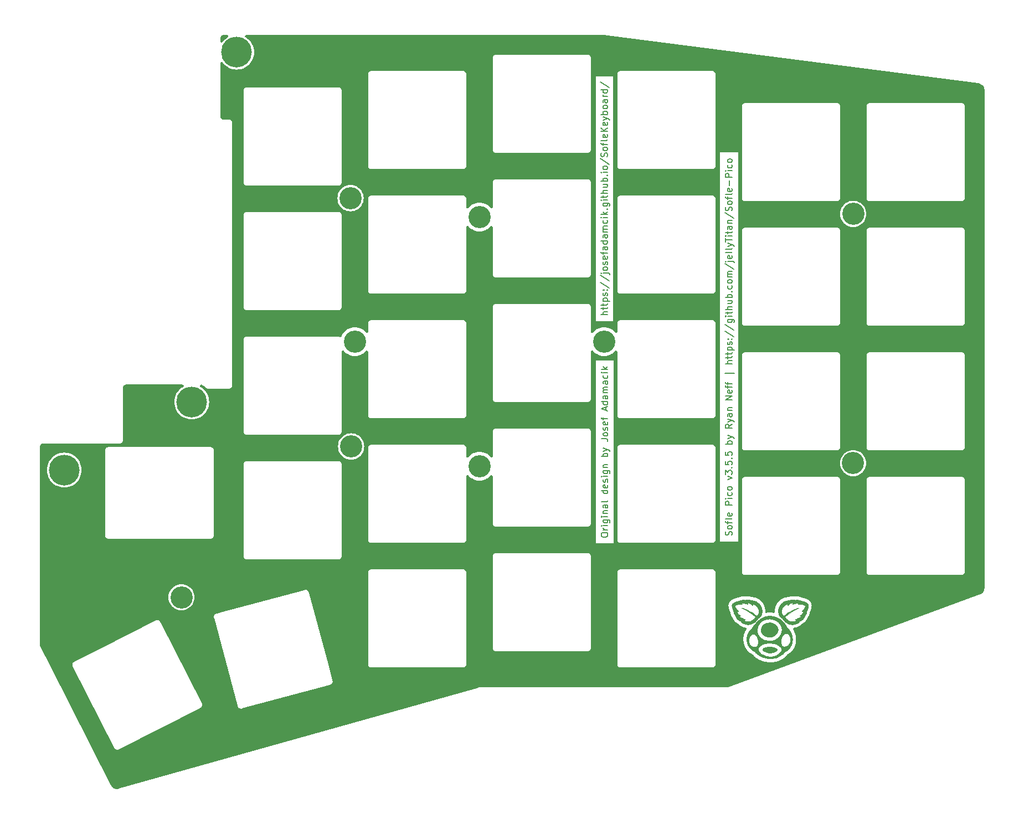
<source format=gbr>
%TF.GenerationSoftware,KiCad,Pcbnew,7.0.5-0*%
%TF.CreationDate,2024-02-11T16:38:14-08:00*%
%TF.ProjectId,Sofle_Pico_Top_Plate,536f666c-655f-4506-9963-6f5f546f705f,3.5.5*%
%TF.SameCoordinates,Original*%
%TF.FileFunction,Copper,L1,Top*%
%TF.FilePolarity,Positive*%
%FSLAX46Y46*%
G04 Gerber Fmt 4.6, Leading zero omitted, Abs format (unit mm)*
G04 Created by KiCad (PCBNEW 7.0.5-0) date 2024-02-11 16:38:14*
%MOMM*%
%LPD*%
G01*
G04 APERTURE LIST*
%ADD10C,0.150000*%
%TA.AperFunction,NonConductor*%
%ADD11C,0.150000*%
%TD*%
%ADD12C,0.200000*%
%TA.AperFunction,NonConductor*%
%ADD13C,0.200000*%
%TD*%
%TA.AperFunction,EtchedComponent*%
%ADD14C,0.022619*%
%TD*%
%TA.AperFunction,ComponentPad*%
%ADD15C,4.700000*%
%TD*%
%TA.AperFunction,ComponentPad*%
%ADD16C,3.400000*%
%TD*%
G04 APERTURE END LIST*
D10*
D11*
X166679819Y-83767886D02*
X165679819Y-83767886D01*
X166679819Y-83339315D02*
X166156009Y-83339315D01*
X166156009Y-83339315D02*
X166060771Y-83386934D01*
X166060771Y-83386934D02*
X166013152Y-83482172D01*
X166013152Y-83482172D02*
X166013152Y-83625029D01*
X166013152Y-83625029D02*
X166060771Y-83720267D01*
X166060771Y-83720267D02*
X166108390Y-83767886D01*
X166013152Y-83005981D02*
X166013152Y-82625029D01*
X165679819Y-82863124D02*
X166536961Y-82863124D01*
X166536961Y-82863124D02*
X166632200Y-82815505D01*
X166632200Y-82815505D02*
X166679819Y-82720267D01*
X166679819Y-82720267D02*
X166679819Y-82625029D01*
X166013152Y-82434552D02*
X166013152Y-82053600D01*
X165679819Y-82291695D02*
X166536961Y-82291695D01*
X166536961Y-82291695D02*
X166632200Y-82244076D01*
X166632200Y-82244076D02*
X166679819Y-82148838D01*
X166679819Y-82148838D02*
X166679819Y-82053600D01*
X166013152Y-81720266D02*
X167013152Y-81720266D01*
X166060771Y-81720266D02*
X166013152Y-81625028D01*
X166013152Y-81625028D02*
X166013152Y-81434552D01*
X166013152Y-81434552D02*
X166060771Y-81339314D01*
X166060771Y-81339314D02*
X166108390Y-81291695D01*
X166108390Y-81291695D02*
X166203628Y-81244076D01*
X166203628Y-81244076D02*
X166489342Y-81244076D01*
X166489342Y-81244076D02*
X166584580Y-81291695D01*
X166584580Y-81291695D02*
X166632200Y-81339314D01*
X166632200Y-81339314D02*
X166679819Y-81434552D01*
X166679819Y-81434552D02*
X166679819Y-81625028D01*
X166679819Y-81625028D02*
X166632200Y-81720266D01*
X166632200Y-80863123D02*
X166679819Y-80767885D01*
X166679819Y-80767885D02*
X166679819Y-80577409D01*
X166679819Y-80577409D02*
X166632200Y-80482171D01*
X166632200Y-80482171D02*
X166536961Y-80434552D01*
X166536961Y-80434552D02*
X166489342Y-80434552D01*
X166489342Y-80434552D02*
X166394104Y-80482171D01*
X166394104Y-80482171D02*
X166346485Y-80577409D01*
X166346485Y-80577409D02*
X166346485Y-80720266D01*
X166346485Y-80720266D02*
X166298866Y-80815504D01*
X166298866Y-80815504D02*
X166203628Y-80863123D01*
X166203628Y-80863123D02*
X166156009Y-80863123D01*
X166156009Y-80863123D02*
X166060771Y-80815504D01*
X166060771Y-80815504D02*
X166013152Y-80720266D01*
X166013152Y-80720266D02*
X166013152Y-80577409D01*
X166013152Y-80577409D02*
X166060771Y-80482171D01*
X166584580Y-80005980D02*
X166632200Y-79958361D01*
X166632200Y-79958361D02*
X166679819Y-80005980D01*
X166679819Y-80005980D02*
X166632200Y-80053599D01*
X166632200Y-80053599D02*
X166584580Y-80005980D01*
X166584580Y-80005980D02*
X166679819Y-80005980D01*
X166060771Y-80005980D02*
X166108390Y-79958361D01*
X166108390Y-79958361D02*
X166156009Y-80005980D01*
X166156009Y-80005980D02*
X166108390Y-80053599D01*
X166108390Y-80053599D02*
X166060771Y-80005980D01*
X166060771Y-80005980D02*
X166156009Y-80005980D01*
X165632200Y-78815505D02*
X166917914Y-79672647D01*
X165632200Y-77767886D02*
X166917914Y-78625028D01*
X166013152Y-77434552D02*
X166870295Y-77434552D01*
X166870295Y-77434552D02*
X166965533Y-77482171D01*
X166965533Y-77482171D02*
X167013152Y-77577409D01*
X167013152Y-77577409D02*
X167013152Y-77625028D01*
X165679819Y-77434552D02*
X165727438Y-77482171D01*
X165727438Y-77482171D02*
X165775057Y-77434552D01*
X165775057Y-77434552D02*
X165727438Y-77386933D01*
X165727438Y-77386933D02*
X165679819Y-77434552D01*
X165679819Y-77434552D02*
X165775057Y-77434552D01*
X166679819Y-76815505D02*
X166632200Y-76910743D01*
X166632200Y-76910743D02*
X166584580Y-76958362D01*
X166584580Y-76958362D02*
X166489342Y-77005981D01*
X166489342Y-77005981D02*
X166203628Y-77005981D01*
X166203628Y-77005981D02*
X166108390Y-76958362D01*
X166108390Y-76958362D02*
X166060771Y-76910743D01*
X166060771Y-76910743D02*
X166013152Y-76815505D01*
X166013152Y-76815505D02*
X166013152Y-76672648D01*
X166013152Y-76672648D02*
X166060771Y-76577410D01*
X166060771Y-76577410D02*
X166108390Y-76529791D01*
X166108390Y-76529791D02*
X166203628Y-76482172D01*
X166203628Y-76482172D02*
X166489342Y-76482172D01*
X166489342Y-76482172D02*
X166584580Y-76529791D01*
X166584580Y-76529791D02*
X166632200Y-76577410D01*
X166632200Y-76577410D02*
X166679819Y-76672648D01*
X166679819Y-76672648D02*
X166679819Y-76815505D01*
X166632200Y-76101219D02*
X166679819Y-76005981D01*
X166679819Y-76005981D02*
X166679819Y-75815505D01*
X166679819Y-75815505D02*
X166632200Y-75720267D01*
X166632200Y-75720267D02*
X166536961Y-75672648D01*
X166536961Y-75672648D02*
X166489342Y-75672648D01*
X166489342Y-75672648D02*
X166394104Y-75720267D01*
X166394104Y-75720267D02*
X166346485Y-75815505D01*
X166346485Y-75815505D02*
X166346485Y-75958362D01*
X166346485Y-75958362D02*
X166298866Y-76053600D01*
X166298866Y-76053600D02*
X166203628Y-76101219D01*
X166203628Y-76101219D02*
X166156009Y-76101219D01*
X166156009Y-76101219D02*
X166060771Y-76053600D01*
X166060771Y-76053600D02*
X166013152Y-75958362D01*
X166013152Y-75958362D02*
X166013152Y-75815505D01*
X166013152Y-75815505D02*
X166060771Y-75720267D01*
X166632200Y-74863124D02*
X166679819Y-74958362D01*
X166679819Y-74958362D02*
X166679819Y-75148838D01*
X166679819Y-75148838D02*
X166632200Y-75244076D01*
X166632200Y-75244076D02*
X166536961Y-75291695D01*
X166536961Y-75291695D02*
X166156009Y-75291695D01*
X166156009Y-75291695D02*
X166060771Y-75244076D01*
X166060771Y-75244076D02*
X166013152Y-75148838D01*
X166013152Y-75148838D02*
X166013152Y-74958362D01*
X166013152Y-74958362D02*
X166060771Y-74863124D01*
X166060771Y-74863124D02*
X166156009Y-74815505D01*
X166156009Y-74815505D02*
X166251247Y-74815505D01*
X166251247Y-74815505D02*
X166346485Y-75291695D01*
X166013152Y-74529790D02*
X166013152Y-74148838D01*
X166679819Y-74386933D02*
X165822676Y-74386933D01*
X165822676Y-74386933D02*
X165727438Y-74339314D01*
X165727438Y-74339314D02*
X165679819Y-74244076D01*
X165679819Y-74244076D02*
X165679819Y-74148838D01*
X166679819Y-73386933D02*
X166156009Y-73386933D01*
X166156009Y-73386933D02*
X166060771Y-73434552D01*
X166060771Y-73434552D02*
X166013152Y-73529790D01*
X166013152Y-73529790D02*
X166013152Y-73720266D01*
X166013152Y-73720266D02*
X166060771Y-73815504D01*
X166632200Y-73386933D02*
X166679819Y-73482171D01*
X166679819Y-73482171D02*
X166679819Y-73720266D01*
X166679819Y-73720266D02*
X166632200Y-73815504D01*
X166632200Y-73815504D02*
X166536961Y-73863123D01*
X166536961Y-73863123D02*
X166441723Y-73863123D01*
X166441723Y-73863123D02*
X166346485Y-73815504D01*
X166346485Y-73815504D02*
X166298866Y-73720266D01*
X166298866Y-73720266D02*
X166298866Y-73482171D01*
X166298866Y-73482171D02*
X166251247Y-73386933D01*
X166679819Y-72482171D02*
X165679819Y-72482171D01*
X166632200Y-72482171D02*
X166679819Y-72577409D01*
X166679819Y-72577409D02*
X166679819Y-72767885D01*
X166679819Y-72767885D02*
X166632200Y-72863123D01*
X166632200Y-72863123D02*
X166584580Y-72910742D01*
X166584580Y-72910742D02*
X166489342Y-72958361D01*
X166489342Y-72958361D02*
X166203628Y-72958361D01*
X166203628Y-72958361D02*
X166108390Y-72910742D01*
X166108390Y-72910742D02*
X166060771Y-72863123D01*
X166060771Y-72863123D02*
X166013152Y-72767885D01*
X166013152Y-72767885D02*
X166013152Y-72577409D01*
X166013152Y-72577409D02*
X166060771Y-72482171D01*
X166679819Y-71577409D02*
X166156009Y-71577409D01*
X166156009Y-71577409D02*
X166060771Y-71625028D01*
X166060771Y-71625028D02*
X166013152Y-71720266D01*
X166013152Y-71720266D02*
X166013152Y-71910742D01*
X166013152Y-71910742D02*
X166060771Y-72005980D01*
X166632200Y-71577409D02*
X166679819Y-71672647D01*
X166679819Y-71672647D02*
X166679819Y-71910742D01*
X166679819Y-71910742D02*
X166632200Y-72005980D01*
X166632200Y-72005980D02*
X166536961Y-72053599D01*
X166536961Y-72053599D02*
X166441723Y-72053599D01*
X166441723Y-72053599D02*
X166346485Y-72005980D01*
X166346485Y-72005980D02*
X166298866Y-71910742D01*
X166298866Y-71910742D02*
X166298866Y-71672647D01*
X166298866Y-71672647D02*
X166251247Y-71577409D01*
X166679819Y-71101218D02*
X166013152Y-71101218D01*
X166108390Y-71101218D02*
X166060771Y-71053599D01*
X166060771Y-71053599D02*
X166013152Y-70958361D01*
X166013152Y-70958361D02*
X166013152Y-70815504D01*
X166013152Y-70815504D02*
X166060771Y-70720266D01*
X166060771Y-70720266D02*
X166156009Y-70672647D01*
X166156009Y-70672647D02*
X166679819Y-70672647D01*
X166156009Y-70672647D02*
X166060771Y-70625028D01*
X166060771Y-70625028D02*
X166013152Y-70529790D01*
X166013152Y-70529790D02*
X166013152Y-70386933D01*
X166013152Y-70386933D02*
X166060771Y-70291694D01*
X166060771Y-70291694D02*
X166156009Y-70244075D01*
X166156009Y-70244075D02*
X166679819Y-70244075D01*
X166632200Y-69339314D02*
X166679819Y-69434552D01*
X166679819Y-69434552D02*
X166679819Y-69625028D01*
X166679819Y-69625028D02*
X166632200Y-69720266D01*
X166632200Y-69720266D02*
X166584580Y-69767885D01*
X166584580Y-69767885D02*
X166489342Y-69815504D01*
X166489342Y-69815504D02*
X166203628Y-69815504D01*
X166203628Y-69815504D02*
X166108390Y-69767885D01*
X166108390Y-69767885D02*
X166060771Y-69720266D01*
X166060771Y-69720266D02*
X166013152Y-69625028D01*
X166013152Y-69625028D02*
X166013152Y-69434552D01*
X166013152Y-69434552D02*
X166060771Y-69339314D01*
X166679819Y-68910742D02*
X166013152Y-68910742D01*
X165679819Y-68910742D02*
X165727438Y-68958361D01*
X165727438Y-68958361D02*
X165775057Y-68910742D01*
X165775057Y-68910742D02*
X165727438Y-68863123D01*
X165727438Y-68863123D02*
X165679819Y-68910742D01*
X165679819Y-68910742D02*
X165775057Y-68910742D01*
X166679819Y-68434552D02*
X165679819Y-68434552D01*
X166298866Y-68339314D02*
X166679819Y-68053600D01*
X166013152Y-68053600D02*
X166394104Y-68434552D01*
X166584580Y-67625028D02*
X166632200Y-67577409D01*
X166632200Y-67577409D02*
X166679819Y-67625028D01*
X166679819Y-67625028D02*
X166632200Y-67672647D01*
X166632200Y-67672647D02*
X166584580Y-67625028D01*
X166584580Y-67625028D02*
X166679819Y-67625028D01*
X166013152Y-66720267D02*
X166822676Y-66720267D01*
X166822676Y-66720267D02*
X166917914Y-66767886D01*
X166917914Y-66767886D02*
X166965533Y-66815505D01*
X166965533Y-66815505D02*
X167013152Y-66910743D01*
X167013152Y-66910743D02*
X167013152Y-67053600D01*
X167013152Y-67053600D02*
X166965533Y-67148838D01*
X166632200Y-66720267D02*
X166679819Y-66815505D01*
X166679819Y-66815505D02*
X166679819Y-67005981D01*
X166679819Y-67005981D02*
X166632200Y-67101219D01*
X166632200Y-67101219D02*
X166584580Y-67148838D01*
X166584580Y-67148838D02*
X166489342Y-67196457D01*
X166489342Y-67196457D02*
X166203628Y-67196457D01*
X166203628Y-67196457D02*
X166108390Y-67148838D01*
X166108390Y-67148838D02*
X166060771Y-67101219D01*
X166060771Y-67101219D02*
X166013152Y-67005981D01*
X166013152Y-67005981D02*
X166013152Y-66815505D01*
X166013152Y-66815505D02*
X166060771Y-66720267D01*
X166679819Y-66244076D02*
X166013152Y-66244076D01*
X165679819Y-66244076D02*
X165727438Y-66291695D01*
X165727438Y-66291695D02*
X165775057Y-66244076D01*
X165775057Y-66244076D02*
X165727438Y-66196457D01*
X165727438Y-66196457D02*
X165679819Y-66244076D01*
X165679819Y-66244076D02*
X165775057Y-66244076D01*
X166013152Y-65910743D02*
X166013152Y-65529791D01*
X165679819Y-65767886D02*
X166536961Y-65767886D01*
X166536961Y-65767886D02*
X166632200Y-65720267D01*
X166632200Y-65720267D02*
X166679819Y-65625029D01*
X166679819Y-65625029D02*
X166679819Y-65529791D01*
X166679819Y-65196457D02*
X165679819Y-65196457D01*
X166679819Y-64767886D02*
X166156009Y-64767886D01*
X166156009Y-64767886D02*
X166060771Y-64815505D01*
X166060771Y-64815505D02*
X166013152Y-64910743D01*
X166013152Y-64910743D02*
X166013152Y-65053600D01*
X166013152Y-65053600D02*
X166060771Y-65148838D01*
X166060771Y-65148838D02*
X166108390Y-65196457D01*
X166013152Y-63863124D02*
X166679819Y-63863124D01*
X166013152Y-64291695D02*
X166536961Y-64291695D01*
X166536961Y-64291695D02*
X166632200Y-64244076D01*
X166632200Y-64244076D02*
X166679819Y-64148838D01*
X166679819Y-64148838D02*
X166679819Y-64005981D01*
X166679819Y-64005981D02*
X166632200Y-63910743D01*
X166632200Y-63910743D02*
X166584580Y-63863124D01*
X166679819Y-63386933D02*
X165679819Y-63386933D01*
X166060771Y-63386933D02*
X166013152Y-63291695D01*
X166013152Y-63291695D02*
X166013152Y-63101219D01*
X166013152Y-63101219D02*
X166060771Y-63005981D01*
X166060771Y-63005981D02*
X166108390Y-62958362D01*
X166108390Y-62958362D02*
X166203628Y-62910743D01*
X166203628Y-62910743D02*
X166489342Y-62910743D01*
X166489342Y-62910743D02*
X166584580Y-62958362D01*
X166584580Y-62958362D02*
X166632200Y-63005981D01*
X166632200Y-63005981D02*
X166679819Y-63101219D01*
X166679819Y-63101219D02*
X166679819Y-63291695D01*
X166679819Y-63291695D02*
X166632200Y-63386933D01*
X166584580Y-62482171D02*
X166632200Y-62434552D01*
X166632200Y-62434552D02*
X166679819Y-62482171D01*
X166679819Y-62482171D02*
X166632200Y-62529790D01*
X166632200Y-62529790D02*
X166584580Y-62482171D01*
X166584580Y-62482171D02*
X166679819Y-62482171D01*
X166679819Y-62005981D02*
X166013152Y-62005981D01*
X165679819Y-62005981D02*
X165727438Y-62053600D01*
X165727438Y-62053600D02*
X165775057Y-62005981D01*
X165775057Y-62005981D02*
X165727438Y-61958362D01*
X165727438Y-61958362D02*
X165679819Y-62005981D01*
X165679819Y-62005981D02*
X165775057Y-62005981D01*
X166679819Y-61386934D02*
X166632200Y-61482172D01*
X166632200Y-61482172D02*
X166584580Y-61529791D01*
X166584580Y-61529791D02*
X166489342Y-61577410D01*
X166489342Y-61577410D02*
X166203628Y-61577410D01*
X166203628Y-61577410D02*
X166108390Y-61529791D01*
X166108390Y-61529791D02*
X166060771Y-61482172D01*
X166060771Y-61482172D02*
X166013152Y-61386934D01*
X166013152Y-61386934D02*
X166013152Y-61244077D01*
X166013152Y-61244077D02*
X166060771Y-61148839D01*
X166060771Y-61148839D02*
X166108390Y-61101220D01*
X166108390Y-61101220D02*
X166203628Y-61053601D01*
X166203628Y-61053601D02*
X166489342Y-61053601D01*
X166489342Y-61053601D02*
X166584580Y-61101220D01*
X166584580Y-61101220D02*
X166632200Y-61148839D01*
X166632200Y-61148839D02*
X166679819Y-61244077D01*
X166679819Y-61244077D02*
X166679819Y-61386934D01*
X165632200Y-59910744D02*
X166917914Y-60767886D01*
X166632200Y-59625029D02*
X166679819Y-59482172D01*
X166679819Y-59482172D02*
X166679819Y-59244077D01*
X166679819Y-59244077D02*
X166632200Y-59148839D01*
X166632200Y-59148839D02*
X166584580Y-59101220D01*
X166584580Y-59101220D02*
X166489342Y-59053601D01*
X166489342Y-59053601D02*
X166394104Y-59053601D01*
X166394104Y-59053601D02*
X166298866Y-59101220D01*
X166298866Y-59101220D02*
X166251247Y-59148839D01*
X166251247Y-59148839D02*
X166203628Y-59244077D01*
X166203628Y-59244077D02*
X166156009Y-59434553D01*
X166156009Y-59434553D02*
X166108390Y-59529791D01*
X166108390Y-59529791D02*
X166060771Y-59577410D01*
X166060771Y-59577410D02*
X165965533Y-59625029D01*
X165965533Y-59625029D02*
X165870295Y-59625029D01*
X165870295Y-59625029D02*
X165775057Y-59577410D01*
X165775057Y-59577410D02*
X165727438Y-59529791D01*
X165727438Y-59529791D02*
X165679819Y-59434553D01*
X165679819Y-59434553D02*
X165679819Y-59196458D01*
X165679819Y-59196458D02*
X165727438Y-59053601D01*
X166679819Y-58482172D02*
X166632200Y-58577410D01*
X166632200Y-58577410D02*
X166584580Y-58625029D01*
X166584580Y-58625029D02*
X166489342Y-58672648D01*
X166489342Y-58672648D02*
X166203628Y-58672648D01*
X166203628Y-58672648D02*
X166108390Y-58625029D01*
X166108390Y-58625029D02*
X166060771Y-58577410D01*
X166060771Y-58577410D02*
X166013152Y-58482172D01*
X166013152Y-58482172D02*
X166013152Y-58339315D01*
X166013152Y-58339315D02*
X166060771Y-58244077D01*
X166060771Y-58244077D02*
X166108390Y-58196458D01*
X166108390Y-58196458D02*
X166203628Y-58148839D01*
X166203628Y-58148839D02*
X166489342Y-58148839D01*
X166489342Y-58148839D02*
X166584580Y-58196458D01*
X166584580Y-58196458D02*
X166632200Y-58244077D01*
X166632200Y-58244077D02*
X166679819Y-58339315D01*
X166679819Y-58339315D02*
X166679819Y-58482172D01*
X166013152Y-57863124D02*
X166013152Y-57482172D01*
X166679819Y-57720267D02*
X165822676Y-57720267D01*
X165822676Y-57720267D02*
X165727438Y-57672648D01*
X165727438Y-57672648D02*
X165679819Y-57577410D01*
X165679819Y-57577410D02*
X165679819Y-57482172D01*
X166679819Y-57005981D02*
X166632200Y-57101219D01*
X166632200Y-57101219D02*
X166536961Y-57148838D01*
X166536961Y-57148838D02*
X165679819Y-57148838D01*
X166632200Y-56244076D02*
X166679819Y-56339314D01*
X166679819Y-56339314D02*
X166679819Y-56529790D01*
X166679819Y-56529790D02*
X166632200Y-56625028D01*
X166632200Y-56625028D02*
X166536961Y-56672647D01*
X166536961Y-56672647D02*
X166156009Y-56672647D01*
X166156009Y-56672647D02*
X166060771Y-56625028D01*
X166060771Y-56625028D02*
X166013152Y-56529790D01*
X166013152Y-56529790D02*
X166013152Y-56339314D01*
X166013152Y-56339314D02*
X166060771Y-56244076D01*
X166060771Y-56244076D02*
X166156009Y-56196457D01*
X166156009Y-56196457D02*
X166251247Y-56196457D01*
X166251247Y-56196457D02*
X166346485Y-56672647D01*
X166679819Y-55767885D02*
X165679819Y-55767885D01*
X166679819Y-55196457D02*
X166108390Y-55625028D01*
X165679819Y-55196457D02*
X166251247Y-55767885D01*
X166632200Y-54386933D02*
X166679819Y-54482171D01*
X166679819Y-54482171D02*
X166679819Y-54672647D01*
X166679819Y-54672647D02*
X166632200Y-54767885D01*
X166632200Y-54767885D02*
X166536961Y-54815504D01*
X166536961Y-54815504D02*
X166156009Y-54815504D01*
X166156009Y-54815504D02*
X166060771Y-54767885D01*
X166060771Y-54767885D02*
X166013152Y-54672647D01*
X166013152Y-54672647D02*
X166013152Y-54482171D01*
X166013152Y-54482171D02*
X166060771Y-54386933D01*
X166060771Y-54386933D02*
X166156009Y-54339314D01*
X166156009Y-54339314D02*
X166251247Y-54339314D01*
X166251247Y-54339314D02*
X166346485Y-54815504D01*
X166013152Y-54005980D02*
X166679819Y-53767885D01*
X166013152Y-53529790D02*
X166679819Y-53767885D01*
X166679819Y-53767885D02*
X166917914Y-53863123D01*
X166917914Y-53863123D02*
X166965533Y-53910742D01*
X166965533Y-53910742D02*
X167013152Y-54005980D01*
X166679819Y-53148837D02*
X165679819Y-53148837D01*
X166060771Y-53148837D02*
X166013152Y-53053599D01*
X166013152Y-53053599D02*
X166013152Y-52863123D01*
X166013152Y-52863123D02*
X166060771Y-52767885D01*
X166060771Y-52767885D02*
X166108390Y-52720266D01*
X166108390Y-52720266D02*
X166203628Y-52672647D01*
X166203628Y-52672647D02*
X166489342Y-52672647D01*
X166489342Y-52672647D02*
X166584580Y-52720266D01*
X166584580Y-52720266D02*
X166632200Y-52767885D01*
X166632200Y-52767885D02*
X166679819Y-52863123D01*
X166679819Y-52863123D02*
X166679819Y-53053599D01*
X166679819Y-53053599D02*
X166632200Y-53148837D01*
X166679819Y-52101218D02*
X166632200Y-52196456D01*
X166632200Y-52196456D02*
X166584580Y-52244075D01*
X166584580Y-52244075D02*
X166489342Y-52291694D01*
X166489342Y-52291694D02*
X166203628Y-52291694D01*
X166203628Y-52291694D02*
X166108390Y-52244075D01*
X166108390Y-52244075D02*
X166060771Y-52196456D01*
X166060771Y-52196456D02*
X166013152Y-52101218D01*
X166013152Y-52101218D02*
X166013152Y-51958361D01*
X166013152Y-51958361D02*
X166060771Y-51863123D01*
X166060771Y-51863123D02*
X166108390Y-51815504D01*
X166108390Y-51815504D02*
X166203628Y-51767885D01*
X166203628Y-51767885D02*
X166489342Y-51767885D01*
X166489342Y-51767885D02*
X166584580Y-51815504D01*
X166584580Y-51815504D02*
X166632200Y-51863123D01*
X166632200Y-51863123D02*
X166679819Y-51958361D01*
X166679819Y-51958361D02*
X166679819Y-52101218D01*
X166679819Y-50910742D02*
X166156009Y-50910742D01*
X166156009Y-50910742D02*
X166060771Y-50958361D01*
X166060771Y-50958361D02*
X166013152Y-51053599D01*
X166013152Y-51053599D02*
X166013152Y-51244075D01*
X166013152Y-51244075D02*
X166060771Y-51339313D01*
X166632200Y-50910742D02*
X166679819Y-51005980D01*
X166679819Y-51005980D02*
X166679819Y-51244075D01*
X166679819Y-51244075D02*
X166632200Y-51339313D01*
X166632200Y-51339313D02*
X166536961Y-51386932D01*
X166536961Y-51386932D02*
X166441723Y-51386932D01*
X166441723Y-51386932D02*
X166346485Y-51339313D01*
X166346485Y-51339313D02*
X166298866Y-51244075D01*
X166298866Y-51244075D02*
X166298866Y-51005980D01*
X166298866Y-51005980D02*
X166251247Y-50910742D01*
X166679819Y-50434551D02*
X166013152Y-50434551D01*
X166203628Y-50434551D02*
X166108390Y-50386932D01*
X166108390Y-50386932D02*
X166060771Y-50339313D01*
X166060771Y-50339313D02*
X166013152Y-50244075D01*
X166013152Y-50244075D02*
X166013152Y-50148837D01*
X166679819Y-49386932D02*
X165679819Y-49386932D01*
X166632200Y-49386932D02*
X166679819Y-49482170D01*
X166679819Y-49482170D02*
X166679819Y-49672646D01*
X166679819Y-49672646D02*
X166632200Y-49767884D01*
X166632200Y-49767884D02*
X166584580Y-49815503D01*
X166584580Y-49815503D02*
X166489342Y-49863122D01*
X166489342Y-49863122D02*
X166203628Y-49863122D01*
X166203628Y-49863122D02*
X166108390Y-49815503D01*
X166108390Y-49815503D02*
X166060771Y-49767884D01*
X166060771Y-49767884D02*
X166013152Y-49672646D01*
X166013152Y-49672646D02*
X166013152Y-49482170D01*
X166013152Y-49482170D02*
X166060771Y-49386932D01*
X165632200Y-48196456D02*
X166917914Y-49053598D01*
D12*
D13*
X165727219Y-117511905D02*
X165727219Y-117321429D01*
X165727219Y-117321429D02*
X165774838Y-117226191D01*
X165774838Y-117226191D02*
X165870076Y-117130953D01*
X165870076Y-117130953D02*
X166060552Y-117083334D01*
X166060552Y-117083334D02*
X166393885Y-117083334D01*
X166393885Y-117083334D02*
X166584361Y-117130953D01*
X166584361Y-117130953D02*
X166679600Y-117226191D01*
X166679600Y-117226191D02*
X166727219Y-117321429D01*
X166727219Y-117321429D02*
X166727219Y-117511905D01*
X166727219Y-117511905D02*
X166679600Y-117607143D01*
X166679600Y-117607143D02*
X166584361Y-117702381D01*
X166584361Y-117702381D02*
X166393885Y-117750000D01*
X166393885Y-117750000D02*
X166060552Y-117750000D01*
X166060552Y-117750000D02*
X165870076Y-117702381D01*
X165870076Y-117702381D02*
X165774838Y-117607143D01*
X165774838Y-117607143D02*
X165727219Y-117511905D01*
X166727219Y-116654762D02*
X166060552Y-116654762D01*
X166251028Y-116654762D02*
X166155790Y-116607143D01*
X166155790Y-116607143D02*
X166108171Y-116559524D01*
X166108171Y-116559524D02*
X166060552Y-116464286D01*
X166060552Y-116464286D02*
X166060552Y-116369048D01*
X166727219Y-116035714D02*
X166060552Y-116035714D01*
X165727219Y-116035714D02*
X165774838Y-116083333D01*
X165774838Y-116083333D02*
X165822457Y-116035714D01*
X165822457Y-116035714D02*
X165774838Y-115988095D01*
X165774838Y-115988095D02*
X165727219Y-116035714D01*
X165727219Y-116035714D02*
X165822457Y-116035714D01*
X166060552Y-115130953D02*
X166870076Y-115130953D01*
X166870076Y-115130953D02*
X166965314Y-115178572D01*
X166965314Y-115178572D02*
X167012933Y-115226191D01*
X167012933Y-115226191D02*
X167060552Y-115321429D01*
X167060552Y-115321429D02*
X167060552Y-115464286D01*
X167060552Y-115464286D02*
X167012933Y-115559524D01*
X166679600Y-115130953D02*
X166727219Y-115226191D01*
X166727219Y-115226191D02*
X166727219Y-115416667D01*
X166727219Y-115416667D02*
X166679600Y-115511905D01*
X166679600Y-115511905D02*
X166631980Y-115559524D01*
X166631980Y-115559524D02*
X166536742Y-115607143D01*
X166536742Y-115607143D02*
X166251028Y-115607143D01*
X166251028Y-115607143D02*
X166155790Y-115559524D01*
X166155790Y-115559524D02*
X166108171Y-115511905D01*
X166108171Y-115511905D02*
X166060552Y-115416667D01*
X166060552Y-115416667D02*
X166060552Y-115226191D01*
X166060552Y-115226191D02*
X166108171Y-115130953D01*
X166727219Y-114654762D02*
X166060552Y-114654762D01*
X165727219Y-114654762D02*
X165774838Y-114702381D01*
X165774838Y-114702381D02*
X165822457Y-114654762D01*
X165822457Y-114654762D02*
X165774838Y-114607143D01*
X165774838Y-114607143D02*
X165727219Y-114654762D01*
X165727219Y-114654762D02*
X165822457Y-114654762D01*
X166060552Y-114178572D02*
X166727219Y-114178572D01*
X166155790Y-114178572D02*
X166108171Y-114130953D01*
X166108171Y-114130953D02*
X166060552Y-114035715D01*
X166060552Y-114035715D02*
X166060552Y-113892858D01*
X166060552Y-113892858D02*
X166108171Y-113797620D01*
X166108171Y-113797620D02*
X166203409Y-113750001D01*
X166203409Y-113750001D02*
X166727219Y-113750001D01*
X166727219Y-112845239D02*
X166203409Y-112845239D01*
X166203409Y-112845239D02*
X166108171Y-112892858D01*
X166108171Y-112892858D02*
X166060552Y-112988096D01*
X166060552Y-112988096D02*
X166060552Y-113178572D01*
X166060552Y-113178572D02*
X166108171Y-113273810D01*
X166679600Y-112845239D02*
X166727219Y-112940477D01*
X166727219Y-112940477D02*
X166727219Y-113178572D01*
X166727219Y-113178572D02*
X166679600Y-113273810D01*
X166679600Y-113273810D02*
X166584361Y-113321429D01*
X166584361Y-113321429D02*
X166489123Y-113321429D01*
X166489123Y-113321429D02*
X166393885Y-113273810D01*
X166393885Y-113273810D02*
X166346266Y-113178572D01*
X166346266Y-113178572D02*
X166346266Y-112940477D01*
X166346266Y-112940477D02*
X166298647Y-112845239D01*
X166727219Y-112226191D02*
X166679600Y-112321429D01*
X166679600Y-112321429D02*
X166584361Y-112369048D01*
X166584361Y-112369048D02*
X165727219Y-112369048D01*
X166727219Y-110654762D02*
X165727219Y-110654762D01*
X166679600Y-110654762D02*
X166727219Y-110750000D01*
X166727219Y-110750000D02*
X166727219Y-110940476D01*
X166727219Y-110940476D02*
X166679600Y-111035714D01*
X166679600Y-111035714D02*
X166631980Y-111083333D01*
X166631980Y-111083333D02*
X166536742Y-111130952D01*
X166536742Y-111130952D02*
X166251028Y-111130952D01*
X166251028Y-111130952D02*
X166155790Y-111083333D01*
X166155790Y-111083333D02*
X166108171Y-111035714D01*
X166108171Y-111035714D02*
X166060552Y-110940476D01*
X166060552Y-110940476D02*
X166060552Y-110750000D01*
X166060552Y-110750000D02*
X166108171Y-110654762D01*
X166679600Y-109797619D02*
X166727219Y-109892857D01*
X166727219Y-109892857D02*
X166727219Y-110083333D01*
X166727219Y-110083333D02*
X166679600Y-110178571D01*
X166679600Y-110178571D02*
X166584361Y-110226190D01*
X166584361Y-110226190D02*
X166203409Y-110226190D01*
X166203409Y-110226190D02*
X166108171Y-110178571D01*
X166108171Y-110178571D02*
X166060552Y-110083333D01*
X166060552Y-110083333D02*
X166060552Y-109892857D01*
X166060552Y-109892857D02*
X166108171Y-109797619D01*
X166108171Y-109797619D02*
X166203409Y-109750000D01*
X166203409Y-109750000D02*
X166298647Y-109750000D01*
X166298647Y-109750000D02*
X166393885Y-110226190D01*
X166679600Y-109369047D02*
X166727219Y-109273809D01*
X166727219Y-109273809D02*
X166727219Y-109083333D01*
X166727219Y-109083333D02*
X166679600Y-108988095D01*
X166679600Y-108988095D02*
X166584361Y-108940476D01*
X166584361Y-108940476D02*
X166536742Y-108940476D01*
X166536742Y-108940476D02*
X166441504Y-108988095D01*
X166441504Y-108988095D02*
X166393885Y-109083333D01*
X166393885Y-109083333D02*
X166393885Y-109226190D01*
X166393885Y-109226190D02*
X166346266Y-109321428D01*
X166346266Y-109321428D02*
X166251028Y-109369047D01*
X166251028Y-109369047D02*
X166203409Y-109369047D01*
X166203409Y-109369047D02*
X166108171Y-109321428D01*
X166108171Y-109321428D02*
X166060552Y-109226190D01*
X166060552Y-109226190D02*
X166060552Y-109083333D01*
X166060552Y-109083333D02*
X166108171Y-108988095D01*
X166727219Y-108511904D02*
X166060552Y-108511904D01*
X165727219Y-108511904D02*
X165774838Y-108559523D01*
X165774838Y-108559523D02*
X165822457Y-108511904D01*
X165822457Y-108511904D02*
X165774838Y-108464285D01*
X165774838Y-108464285D02*
X165727219Y-108511904D01*
X165727219Y-108511904D02*
X165822457Y-108511904D01*
X166060552Y-107607143D02*
X166870076Y-107607143D01*
X166870076Y-107607143D02*
X166965314Y-107654762D01*
X166965314Y-107654762D02*
X167012933Y-107702381D01*
X167012933Y-107702381D02*
X167060552Y-107797619D01*
X167060552Y-107797619D02*
X167060552Y-107940476D01*
X167060552Y-107940476D02*
X167012933Y-108035714D01*
X166679600Y-107607143D02*
X166727219Y-107702381D01*
X166727219Y-107702381D02*
X166727219Y-107892857D01*
X166727219Y-107892857D02*
X166679600Y-107988095D01*
X166679600Y-107988095D02*
X166631980Y-108035714D01*
X166631980Y-108035714D02*
X166536742Y-108083333D01*
X166536742Y-108083333D02*
X166251028Y-108083333D01*
X166251028Y-108083333D02*
X166155790Y-108035714D01*
X166155790Y-108035714D02*
X166108171Y-107988095D01*
X166108171Y-107988095D02*
X166060552Y-107892857D01*
X166060552Y-107892857D02*
X166060552Y-107702381D01*
X166060552Y-107702381D02*
X166108171Y-107607143D01*
X166060552Y-107130952D02*
X166727219Y-107130952D01*
X166155790Y-107130952D02*
X166108171Y-107083333D01*
X166108171Y-107083333D02*
X166060552Y-106988095D01*
X166060552Y-106988095D02*
X166060552Y-106845238D01*
X166060552Y-106845238D02*
X166108171Y-106750000D01*
X166108171Y-106750000D02*
X166203409Y-106702381D01*
X166203409Y-106702381D02*
X166727219Y-106702381D01*
X166727219Y-105464285D02*
X165727219Y-105464285D01*
X166108171Y-105464285D02*
X166060552Y-105369047D01*
X166060552Y-105369047D02*
X166060552Y-105178571D01*
X166060552Y-105178571D02*
X166108171Y-105083333D01*
X166108171Y-105083333D02*
X166155790Y-105035714D01*
X166155790Y-105035714D02*
X166251028Y-104988095D01*
X166251028Y-104988095D02*
X166536742Y-104988095D01*
X166536742Y-104988095D02*
X166631980Y-105035714D01*
X166631980Y-105035714D02*
X166679600Y-105083333D01*
X166679600Y-105083333D02*
X166727219Y-105178571D01*
X166727219Y-105178571D02*
X166727219Y-105369047D01*
X166727219Y-105369047D02*
X166679600Y-105464285D01*
X166060552Y-104654761D02*
X166727219Y-104416666D01*
X166060552Y-104178571D02*
X166727219Y-104416666D01*
X166727219Y-104416666D02*
X166965314Y-104511904D01*
X166965314Y-104511904D02*
X167012933Y-104559523D01*
X167012933Y-104559523D02*
X167060552Y-104654761D01*
X165727219Y-102749999D02*
X166441504Y-102749999D01*
X166441504Y-102749999D02*
X166584361Y-102797618D01*
X166584361Y-102797618D02*
X166679600Y-102892856D01*
X166679600Y-102892856D02*
X166727219Y-103035713D01*
X166727219Y-103035713D02*
X166727219Y-103130951D01*
X166727219Y-102130951D02*
X166679600Y-102226189D01*
X166679600Y-102226189D02*
X166631980Y-102273808D01*
X166631980Y-102273808D02*
X166536742Y-102321427D01*
X166536742Y-102321427D02*
X166251028Y-102321427D01*
X166251028Y-102321427D02*
X166155790Y-102273808D01*
X166155790Y-102273808D02*
X166108171Y-102226189D01*
X166108171Y-102226189D02*
X166060552Y-102130951D01*
X166060552Y-102130951D02*
X166060552Y-101988094D01*
X166060552Y-101988094D02*
X166108171Y-101892856D01*
X166108171Y-101892856D02*
X166155790Y-101845237D01*
X166155790Y-101845237D02*
X166251028Y-101797618D01*
X166251028Y-101797618D02*
X166536742Y-101797618D01*
X166536742Y-101797618D02*
X166631980Y-101845237D01*
X166631980Y-101845237D02*
X166679600Y-101892856D01*
X166679600Y-101892856D02*
X166727219Y-101988094D01*
X166727219Y-101988094D02*
X166727219Y-102130951D01*
X166679600Y-101416665D02*
X166727219Y-101321427D01*
X166727219Y-101321427D02*
X166727219Y-101130951D01*
X166727219Y-101130951D02*
X166679600Y-101035713D01*
X166679600Y-101035713D02*
X166584361Y-100988094D01*
X166584361Y-100988094D02*
X166536742Y-100988094D01*
X166536742Y-100988094D02*
X166441504Y-101035713D01*
X166441504Y-101035713D02*
X166393885Y-101130951D01*
X166393885Y-101130951D02*
X166393885Y-101273808D01*
X166393885Y-101273808D02*
X166346266Y-101369046D01*
X166346266Y-101369046D02*
X166251028Y-101416665D01*
X166251028Y-101416665D02*
X166203409Y-101416665D01*
X166203409Y-101416665D02*
X166108171Y-101369046D01*
X166108171Y-101369046D02*
X166060552Y-101273808D01*
X166060552Y-101273808D02*
X166060552Y-101130951D01*
X166060552Y-101130951D02*
X166108171Y-101035713D01*
X166679600Y-100178570D02*
X166727219Y-100273808D01*
X166727219Y-100273808D02*
X166727219Y-100464284D01*
X166727219Y-100464284D02*
X166679600Y-100559522D01*
X166679600Y-100559522D02*
X166584361Y-100607141D01*
X166584361Y-100607141D02*
X166203409Y-100607141D01*
X166203409Y-100607141D02*
X166108171Y-100559522D01*
X166108171Y-100559522D02*
X166060552Y-100464284D01*
X166060552Y-100464284D02*
X166060552Y-100273808D01*
X166060552Y-100273808D02*
X166108171Y-100178570D01*
X166108171Y-100178570D02*
X166203409Y-100130951D01*
X166203409Y-100130951D02*
X166298647Y-100130951D01*
X166298647Y-100130951D02*
X166393885Y-100607141D01*
X166060552Y-99845236D02*
X166060552Y-99464284D01*
X166727219Y-99702379D02*
X165870076Y-99702379D01*
X165870076Y-99702379D02*
X165774838Y-99654760D01*
X165774838Y-99654760D02*
X165727219Y-99559522D01*
X165727219Y-99559522D02*
X165727219Y-99464284D01*
X166441504Y-98416664D02*
X166441504Y-97940474D01*
X166727219Y-98511902D02*
X165727219Y-98178569D01*
X165727219Y-98178569D02*
X166727219Y-97845236D01*
X166727219Y-97083331D02*
X165727219Y-97083331D01*
X166679600Y-97083331D02*
X166727219Y-97178569D01*
X166727219Y-97178569D02*
X166727219Y-97369045D01*
X166727219Y-97369045D02*
X166679600Y-97464283D01*
X166679600Y-97464283D02*
X166631980Y-97511902D01*
X166631980Y-97511902D02*
X166536742Y-97559521D01*
X166536742Y-97559521D02*
X166251028Y-97559521D01*
X166251028Y-97559521D02*
X166155790Y-97511902D01*
X166155790Y-97511902D02*
X166108171Y-97464283D01*
X166108171Y-97464283D02*
X166060552Y-97369045D01*
X166060552Y-97369045D02*
X166060552Y-97178569D01*
X166060552Y-97178569D02*
X166108171Y-97083331D01*
X166727219Y-96178569D02*
X166203409Y-96178569D01*
X166203409Y-96178569D02*
X166108171Y-96226188D01*
X166108171Y-96226188D02*
X166060552Y-96321426D01*
X166060552Y-96321426D02*
X166060552Y-96511902D01*
X166060552Y-96511902D02*
X166108171Y-96607140D01*
X166679600Y-96178569D02*
X166727219Y-96273807D01*
X166727219Y-96273807D02*
X166727219Y-96511902D01*
X166727219Y-96511902D02*
X166679600Y-96607140D01*
X166679600Y-96607140D02*
X166584361Y-96654759D01*
X166584361Y-96654759D02*
X166489123Y-96654759D01*
X166489123Y-96654759D02*
X166393885Y-96607140D01*
X166393885Y-96607140D02*
X166346266Y-96511902D01*
X166346266Y-96511902D02*
X166346266Y-96273807D01*
X166346266Y-96273807D02*
X166298647Y-96178569D01*
X166727219Y-95702378D02*
X166060552Y-95702378D01*
X166155790Y-95702378D02*
X166108171Y-95654759D01*
X166108171Y-95654759D02*
X166060552Y-95559521D01*
X166060552Y-95559521D02*
X166060552Y-95416664D01*
X166060552Y-95416664D02*
X166108171Y-95321426D01*
X166108171Y-95321426D02*
X166203409Y-95273807D01*
X166203409Y-95273807D02*
X166727219Y-95273807D01*
X166203409Y-95273807D02*
X166108171Y-95226188D01*
X166108171Y-95226188D02*
X166060552Y-95130950D01*
X166060552Y-95130950D02*
X166060552Y-94988093D01*
X166060552Y-94988093D02*
X166108171Y-94892854D01*
X166108171Y-94892854D02*
X166203409Y-94845235D01*
X166203409Y-94845235D02*
X166727219Y-94845235D01*
X166727219Y-93940474D02*
X166203409Y-93940474D01*
X166203409Y-93940474D02*
X166108171Y-93988093D01*
X166108171Y-93988093D02*
X166060552Y-94083331D01*
X166060552Y-94083331D02*
X166060552Y-94273807D01*
X166060552Y-94273807D02*
X166108171Y-94369045D01*
X166679600Y-93940474D02*
X166727219Y-94035712D01*
X166727219Y-94035712D02*
X166727219Y-94273807D01*
X166727219Y-94273807D02*
X166679600Y-94369045D01*
X166679600Y-94369045D02*
X166584361Y-94416664D01*
X166584361Y-94416664D02*
X166489123Y-94416664D01*
X166489123Y-94416664D02*
X166393885Y-94369045D01*
X166393885Y-94369045D02*
X166346266Y-94273807D01*
X166346266Y-94273807D02*
X166346266Y-94035712D01*
X166346266Y-94035712D02*
X166298647Y-93940474D01*
X166679600Y-93035712D02*
X166727219Y-93130950D01*
X166727219Y-93130950D02*
X166727219Y-93321426D01*
X166727219Y-93321426D02*
X166679600Y-93416664D01*
X166679600Y-93416664D02*
X166631980Y-93464283D01*
X166631980Y-93464283D02*
X166536742Y-93511902D01*
X166536742Y-93511902D02*
X166251028Y-93511902D01*
X166251028Y-93511902D02*
X166155790Y-93464283D01*
X166155790Y-93464283D02*
X166108171Y-93416664D01*
X166108171Y-93416664D02*
X166060552Y-93321426D01*
X166060552Y-93321426D02*
X166060552Y-93130950D01*
X166060552Y-93130950D02*
X166108171Y-93035712D01*
X166727219Y-92607140D02*
X166060552Y-92607140D01*
X165727219Y-92607140D02*
X165774838Y-92654759D01*
X165774838Y-92654759D02*
X165822457Y-92607140D01*
X165822457Y-92607140D02*
X165774838Y-92559521D01*
X165774838Y-92559521D02*
X165727219Y-92607140D01*
X165727219Y-92607140D02*
X165822457Y-92607140D01*
X166727219Y-92130950D02*
X165727219Y-92130950D01*
X166346266Y-92035712D02*
X166727219Y-91749998D01*
X166060552Y-91749998D02*
X166441504Y-92130950D01*
D12*
D13*
X185679600Y-117486907D02*
X185727219Y-117344050D01*
X185727219Y-117344050D02*
X185727219Y-117105955D01*
X185727219Y-117105955D02*
X185679600Y-117010717D01*
X185679600Y-117010717D02*
X185631980Y-116963098D01*
X185631980Y-116963098D02*
X185536742Y-116915479D01*
X185536742Y-116915479D02*
X185441504Y-116915479D01*
X185441504Y-116915479D02*
X185346266Y-116963098D01*
X185346266Y-116963098D02*
X185298647Y-117010717D01*
X185298647Y-117010717D02*
X185251028Y-117105955D01*
X185251028Y-117105955D02*
X185203409Y-117296431D01*
X185203409Y-117296431D02*
X185155790Y-117391669D01*
X185155790Y-117391669D02*
X185108171Y-117439288D01*
X185108171Y-117439288D02*
X185012933Y-117486907D01*
X185012933Y-117486907D02*
X184917695Y-117486907D01*
X184917695Y-117486907D02*
X184822457Y-117439288D01*
X184822457Y-117439288D02*
X184774838Y-117391669D01*
X184774838Y-117391669D02*
X184727219Y-117296431D01*
X184727219Y-117296431D02*
X184727219Y-117058336D01*
X184727219Y-117058336D02*
X184774838Y-116915479D01*
X185727219Y-116344050D02*
X185679600Y-116439288D01*
X185679600Y-116439288D02*
X185631980Y-116486907D01*
X185631980Y-116486907D02*
X185536742Y-116534526D01*
X185536742Y-116534526D02*
X185251028Y-116534526D01*
X185251028Y-116534526D02*
X185155790Y-116486907D01*
X185155790Y-116486907D02*
X185108171Y-116439288D01*
X185108171Y-116439288D02*
X185060552Y-116344050D01*
X185060552Y-116344050D02*
X185060552Y-116201193D01*
X185060552Y-116201193D02*
X185108171Y-116105955D01*
X185108171Y-116105955D02*
X185155790Y-116058336D01*
X185155790Y-116058336D02*
X185251028Y-116010717D01*
X185251028Y-116010717D02*
X185536742Y-116010717D01*
X185536742Y-116010717D02*
X185631980Y-116058336D01*
X185631980Y-116058336D02*
X185679600Y-116105955D01*
X185679600Y-116105955D02*
X185727219Y-116201193D01*
X185727219Y-116201193D02*
X185727219Y-116344050D01*
X185060552Y-115725002D02*
X185060552Y-115344050D01*
X185727219Y-115582145D02*
X184870076Y-115582145D01*
X184870076Y-115582145D02*
X184774838Y-115534526D01*
X184774838Y-115534526D02*
X184727219Y-115439288D01*
X184727219Y-115439288D02*
X184727219Y-115344050D01*
X185727219Y-114867859D02*
X185679600Y-114963097D01*
X185679600Y-114963097D02*
X185584361Y-115010716D01*
X185584361Y-115010716D02*
X184727219Y-115010716D01*
X185679600Y-114105954D02*
X185727219Y-114201192D01*
X185727219Y-114201192D02*
X185727219Y-114391668D01*
X185727219Y-114391668D02*
X185679600Y-114486906D01*
X185679600Y-114486906D02*
X185584361Y-114534525D01*
X185584361Y-114534525D02*
X185203409Y-114534525D01*
X185203409Y-114534525D02*
X185108171Y-114486906D01*
X185108171Y-114486906D02*
X185060552Y-114391668D01*
X185060552Y-114391668D02*
X185060552Y-114201192D01*
X185060552Y-114201192D02*
X185108171Y-114105954D01*
X185108171Y-114105954D02*
X185203409Y-114058335D01*
X185203409Y-114058335D02*
X185298647Y-114058335D01*
X185298647Y-114058335D02*
X185393885Y-114534525D01*
X185727219Y-112867858D02*
X184727219Y-112867858D01*
X184727219Y-112867858D02*
X184727219Y-112486906D01*
X184727219Y-112486906D02*
X184774838Y-112391668D01*
X184774838Y-112391668D02*
X184822457Y-112344049D01*
X184822457Y-112344049D02*
X184917695Y-112296430D01*
X184917695Y-112296430D02*
X185060552Y-112296430D01*
X185060552Y-112296430D02*
X185155790Y-112344049D01*
X185155790Y-112344049D02*
X185203409Y-112391668D01*
X185203409Y-112391668D02*
X185251028Y-112486906D01*
X185251028Y-112486906D02*
X185251028Y-112867858D01*
X185727219Y-111867858D02*
X185060552Y-111867858D01*
X184727219Y-111867858D02*
X184774838Y-111915477D01*
X184774838Y-111915477D02*
X184822457Y-111867858D01*
X184822457Y-111867858D02*
X184774838Y-111820239D01*
X184774838Y-111820239D02*
X184727219Y-111867858D01*
X184727219Y-111867858D02*
X184822457Y-111867858D01*
X185679600Y-110963097D02*
X185727219Y-111058335D01*
X185727219Y-111058335D02*
X185727219Y-111248811D01*
X185727219Y-111248811D02*
X185679600Y-111344049D01*
X185679600Y-111344049D02*
X185631980Y-111391668D01*
X185631980Y-111391668D02*
X185536742Y-111439287D01*
X185536742Y-111439287D02*
X185251028Y-111439287D01*
X185251028Y-111439287D02*
X185155790Y-111391668D01*
X185155790Y-111391668D02*
X185108171Y-111344049D01*
X185108171Y-111344049D02*
X185060552Y-111248811D01*
X185060552Y-111248811D02*
X185060552Y-111058335D01*
X185060552Y-111058335D02*
X185108171Y-110963097D01*
X185727219Y-110391668D02*
X185679600Y-110486906D01*
X185679600Y-110486906D02*
X185631980Y-110534525D01*
X185631980Y-110534525D02*
X185536742Y-110582144D01*
X185536742Y-110582144D02*
X185251028Y-110582144D01*
X185251028Y-110582144D02*
X185155790Y-110534525D01*
X185155790Y-110534525D02*
X185108171Y-110486906D01*
X185108171Y-110486906D02*
X185060552Y-110391668D01*
X185060552Y-110391668D02*
X185060552Y-110248811D01*
X185060552Y-110248811D02*
X185108171Y-110153573D01*
X185108171Y-110153573D02*
X185155790Y-110105954D01*
X185155790Y-110105954D02*
X185251028Y-110058335D01*
X185251028Y-110058335D02*
X185536742Y-110058335D01*
X185536742Y-110058335D02*
X185631980Y-110105954D01*
X185631980Y-110105954D02*
X185679600Y-110153573D01*
X185679600Y-110153573D02*
X185727219Y-110248811D01*
X185727219Y-110248811D02*
X185727219Y-110391668D01*
X185060552Y-108963096D02*
X185727219Y-108725001D01*
X185727219Y-108725001D02*
X185060552Y-108486906D01*
X184727219Y-108201191D02*
X184727219Y-107582144D01*
X184727219Y-107582144D02*
X185108171Y-107915477D01*
X185108171Y-107915477D02*
X185108171Y-107772620D01*
X185108171Y-107772620D02*
X185155790Y-107677382D01*
X185155790Y-107677382D02*
X185203409Y-107629763D01*
X185203409Y-107629763D02*
X185298647Y-107582144D01*
X185298647Y-107582144D02*
X185536742Y-107582144D01*
X185536742Y-107582144D02*
X185631980Y-107629763D01*
X185631980Y-107629763D02*
X185679600Y-107677382D01*
X185679600Y-107677382D02*
X185727219Y-107772620D01*
X185727219Y-107772620D02*
X185727219Y-108058334D01*
X185727219Y-108058334D02*
X185679600Y-108153572D01*
X185679600Y-108153572D02*
X185631980Y-108201191D01*
X185631980Y-107153572D02*
X185679600Y-107105953D01*
X185679600Y-107105953D02*
X185727219Y-107153572D01*
X185727219Y-107153572D02*
X185679600Y-107201191D01*
X185679600Y-107201191D02*
X185631980Y-107153572D01*
X185631980Y-107153572D02*
X185727219Y-107153572D01*
X184727219Y-106201192D02*
X184727219Y-106677382D01*
X184727219Y-106677382D02*
X185203409Y-106725001D01*
X185203409Y-106725001D02*
X185155790Y-106677382D01*
X185155790Y-106677382D02*
X185108171Y-106582144D01*
X185108171Y-106582144D02*
X185108171Y-106344049D01*
X185108171Y-106344049D02*
X185155790Y-106248811D01*
X185155790Y-106248811D02*
X185203409Y-106201192D01*
X185203409Y-106201192D02*
X185298647Y-106153573D01*
X185298647Y-106153573D02*
X185536742Y-106153573D01*
X185536742Y-106153573D02*
X185631980Y-106201192D01*
X185631980Y-106201192D02*
X185679600Y-106248811D01*
X185679600Y-106248811D02*
X185727219Y-106344049D01*
X185727219Y-106344049D02*
X185727219Y-106582144D01*
X185727219Y-106582144D02*
X185679600Y-106677382D01*
X185679600Y-106677382D02*
X185631980Y-106725001D01*
X185631980Y-105725001D02*
X185679600Y-105677382D01*
X185679600Y-105677382D02*
X185727219Y-105725001D01*
X185727219Y-105725001D02*
X185679600Y-105772620D01*
X185679600Y-105772620D02*
X185631980Y-105725001D01*
X185631980Y-105725001D02*
X185727219Y-105725001D01*
X184727219Y-104772621D02*
X184727219Y-105248811D01*
X184727219Y-105248811D02*
X185203409Y-105296430D01*
X185203409Y-105296430D02*
X185155790Y-105248811D01*
X185155790Y-105248811D02*
X185108171Y-105153573D01*
X185108171Y-105153573D02*
X185108171Y-104915478D01*
X185108171Y-104915478D02*
X185155790Y-104820240D01*
X185155790Y-104820240D02*
X185203409Y-104772621D01*
X185203409Y-104772621D02*
X185298647Y-104725002D01*
X185298647Y-104725002D02*
X185536742Y-104725002D01*
X185536742Y-104725002D02*
X185631980Y-104772621D01*
X185631980Y-104772621D02*
X185679600Y-104820240D01*
X185679600Y-104820240D02*
X185727219Y-104915478D01*
X185727219Y-104915478D02*
X185727219Y-105153573D01*
X185727219Y-105153573D02*
X185679600Y-105248811D01*
X185679600Y-105248811D02*
X185631980Y-105296430D01*
X185727219Y-103534525D02*
X184727219Y-103534525D01*
X185108171Y-103534525D02*
X185060552Y-103439287D01*
X185060552Y-103439287D02*
X185060552Y-103248811D01*
X185060552Y-103248811D02*
X185108171Y-103153573D01*
X185108171Y-103153573D02*
X185155790Y-103105954D01*
X185155790Y-103105954D02*
X185251028Y-103058335D01*
X185251028Y-103058335D02*
X185536742Y-103058335D01*
X185536742Y-103058335D02*
X185631980Y-103105954D01*
X185631980Y-103105954D02*
X185679600Y-103153573D01*
X185679600Y-103153573D02*
X185727219Y-103248811D01*
X185727219Y-103248811D02*
X185727219Y-103439287D01*
X185727219Y-103439287D02*
X185679600Y-103534525D01*
X185060552Y-102725001D02*
X185727219Y-102486906D01*
X185060552Y-102248811D02*
X185727219Y-102486906D01*
X185727219Y-102486906D02*
X185965314Y-102582144D01*
X185965314Y-102582144D02*
X186012933Y-102629763D01*
X186012933Y-102629763D02*
X186060552Y-102725001D01*
X185727219Y-100534525D02*
X185251028Y-100867858D01*
X185727219Y-101105953D02*
X184727219Y-101105953D01*
X184727219Y-101105953D02*
X184727219Y-100725001D01*
X184727219Y-100725001D02*
X184774838Y-100629763D01*
X184774838Y-100629763D02*
X184822457Y-100582144D01*
X184822457Y-100582144D02*
X184917695Y-100534525D01*
X184917695Y-100534525D02*
X185060552Y-100534525D01*
X185060552Y-100534525D02*
X185155790Y-100582144D01*
X185155790Y-100582144D02*
X185203409Y-100629763D01*
X185203409Y-100629763D02*
X185251028Y-100725001D01*
X185251028Y-100725001D02*
X185251028Y-101105953D01*
X185060552Y-100201191D02*
X185727219Y-99963096D01*
X185060552Y-99725001D02*
X185727219Y-99963096D01*
X185727219Y-99963096D02*
X185965314Y-100058334D01*
X185965314Y-100058334D02*
X186012933Y-100105953D01*
X186012933Y-100105953D02*
X186060552Y-100201191D01*
X185727219Y-98915477D02*
X185203409Y-98915477D01*
X185203409Y-98915477D02*
X185108171Y-98963096D01*
X185108171Y-98963096D02*
X185060552Y-99058334D01*
X185060552Y-99058334D02*
X185060552Y-99248810D01*
X185060552Y-99248810D02*
X185108171Y-99344048D01*
X185679600Y-98915477D02*
X185727219Y-99010715D01*
X185727219Y-99010715D02*
X185727219Y-99248810D01*
X185727219Y-99248810D02*
X185679600Y-99344048D01*
X185679600Y-99344048D02*
X185584361Y-99391667D01*
X185584361Y-99391667D02*
X185489123Y-99391667D01*
X185489123Y-99391667D02*
X185393885Y-99344048D01*
X185393885Y-99344048D02*
X185346266Y-99248810D01*
X185346266Y-99248810D02*
X185346266Y-99010715D01*
X185346266Y-99010715D02*
X185298647Y-98915477D01*
X185060552Y-98439286D02*
X185727219Y-98439286D01*
X185155790Y-98439286D02*
X185108171Y-98391667D01*
X185108171Y-98391667D02*
X185060552Y-98296429D01*
X185060552Y-98296429D02*
X185060552Y-98153572D01*
X185060552Y-98153572D02*
X185108171Y-98058334D01*
X185108171Y-98058334D02*
X185203409Y-98010715D01*
X185203409Y-98010715D02*
X185727219Y-98010715D01*
X185727219Y-96772619D02*
X184727219Y-96772619D01*
X184727219Y-96772619D02*
X185727219Y-96201191D01*
X185727219Y-96201191D02*
X184727219Y-96201191D01*
X185679600Y-95344048D02*
X185727219Y-95439286D01*
X185727219Y-95439286D02*
X185727219Y-95629762D01*
X185727219Y-95629762D02*
X185679600Y-95725000D01*
X185679600Y-95725000D02*
X185584361Y-95772619D01*
X185584361Y-95772619D02*
X185203409Y-95772619D01*
X185203409Y-95772619D02*
X185108171Y-95725000D01*
X185108171Y-95725000D02*
X185060552Y-95629762D01*
X185060552Y-95629762D02*
X185060552Y-95439286D01*
X185060552Y-95439286D02*
X185108171Y-95344048D01*
X185108171Y-95344048D02*
X185203409Y-95296429D01*
X185203409Y-95296429D02*
X185298647Y-95296429D01*
X185298647Y-95296429D02*
X185393885Y-95772619D01*
X185060552Y-95010714D02*
X185060552Y-94629762D01*
X185727219Y-94867857D02*
X184870076Y-94867857D01*
X184870076Y-94867857D02*
X184774838Y-94820238D01*
X184774838Y-94820238D02*
X184727219Y-94725000D01*
X184727219Y-94725000D02*
X184727219Y-94629762D01*
X185060552Y-94439285D02*
X185060552Y-94058333D01*
X185727219Y-94296428D02*
X184870076Y-94296428D01*
X184870076Y-94296428D02*
X184774838Y-94248809D01*
X184774838Y-94248809D02*
X184727219Y-94153571D01*
X184727219Y-94153571D02*
X184727219Y-94058333D01*
X186060552Y-92724999D02*
X184631980Y-92724999D01*
X185727219Y-91248808D02*
X184727219Y-91248808D01*
X185727219Y-90820237D02*
X185203409Y-90820237D01*
X185203409Y-90820237D02*
X185108171Y-90867856D01*
X185108171Y-90867856D02*
X185060552Y-90963094D01*
X185060552Y-90963094D02*
X185060552Y-91105951D01*
X185060552Y-91105951D02*
X185108171Y-91201189D01*
X185108171Y-91201189D02*
X185155790Y-91248808D01*
X185060552Y-90486903D02*
X185060552Y-90105951D01*
X184727219Y-90344046D02*
X185584361Y-90344046D01*
X185584361Y-90344046D02*
X185679600Y-90296427D01*
X185679600Y-90296427D02*
X185727219Y-90201189D01*
X185727219Y-90201189D02*
X185727219Y-90105951D01*
X185060552Y-89915474D02*
X185060552Y-89534522D01*
X184727219Y-89772617D02*
X185584361Y-89772617D01*
X185584361Y-89772617D02*
X185679600Y-89724998D01*
X185679600Y-89724998D02*
X185727219Y-89629760D01*
X185727219Y-89629760D02*
X185727219Y-89534522D01*
X185060552Y-89201188D02*
X186060552Y-89201188D01*
X185108171Y-89201188D02*
X185060552Y-89105950D01*
X185060552Y-89105950D02*
X185060552Y-88915474D01*
X185060552Y-88915474D02*
X185108171Y-88820236D01*
X185108171Y-88820236D02*
X185155790Y-88772617D01*
X185155790Y-88772617D02*
X185251028Y-88724998D01*
X185251028Y-88724998D02*
X185536742Y-88724998D01*
X185536742Y-88724998D02*
X185631980Y-88772617D01*
X185631980Y-88772617D02*
X185679600Y-88820236D01*
X185679600Y-88820236D02*
X185727219Y-88915474D01*
X185727219Y-88915474D02*
X185727219Y-89105950D01*
X185727219Y-89105950D02*
X185679600Y-89201188D01*
X185679600Y-88344045D02*
X185727219Y-88248807D01*
X185727219Y-88248807D02*
X185727219Y-88058331D01*
X185727219Y-88058331D02*
X185679600Y-87963093D01*
X185679600Y-87963093D02*
X185584361Y-87915474D01*
X185584361Y-87915474D02*
X185536742Y-87915474D01*
X185536742Y-87915474D02*
X185441504Y-87963093D01*
X185441504Y-87963093D02*
X185393885Y-88058331D01*
X185393885Y-88058331D02*
X185393885Y-88201188D01*
X185393885Y-88201188D02*
X185346266Y-88296426D01*
X185346266Y-88296426D02*
X185251028Y-88344045D01*
X185251028Y-88344045D02*
X185203409Y-88344045D01*
X185203409Y-88344045D02*
X185108171Y-88296426D01*
X185108171Y-88296426D02*
X185060552Y-88201188D01*
X185060552Y-88201188D02*
X185060552Y-88058331D01*
X185060552Y-88058331D02*
X185108171Y-87963093D01*
X185631980Y-87486902D02*
X185679600Y-87439283D01*
X185679600Y-87439283D02*
X185727219Y-87486902D01*
X185727219Y-87486902D02*
X185679600Y-87534521D01*
X185679600Y-87534521D02*
X185631980Y-87486902D01*
X185631980Y-87486902D02*
X185727219Y-87486902D01*
X185108171Y-87486902D02*
X185155790Y-87439283D01*
X185155790Y-87439283D02*
X185203409Y-87486902D01*
X185203409Y-87486902D02*
X185155790Y-87534521D01*
X185155790Y-87534521D02*
X185108171Y-87486902D01*
X185108171Y-87486902D02*
X185203409Y-87486902D01*
X184679600Y-86296427D02*
X185965314Y-87153569D01*
X184679600Y-85248808D02*
X185965314Y-86105950D01*
X185060552Y-84486903D02*
X185870076Y-84486903D01*
X185870076Y-84486903D02*
X185965314Y-84534522D01*
X185965314Y-84534522D02*
X186012933Y-84582141D01*
X186012933Y-84582141D02*
X186060552Y-84677379D01*
X186060552Y-84677379D02*
X186060552Y-84820236D01*
X186060552Y-84820236D02*
X186012933Y-84915474D01*
X185679600Y-84486903D02*
X185727219Y-84582141D01*
X185727219Y-84582141D02*
X185727219Y-84772617D01*
X185727219Y-84772617D02*
X185679600Y-84867855D01*
X185679600Y-84867855D02*
X185631980Y-84915474D01*
X185631980Y-84915474D02*
X185536742Y-84963093D01*
X185536742Y-84963093D02*
X185251028Y-84963093D01*
X185251028Y-84963093D02*
X185155790Y-84915474D01*
X185155790Y-84915474D02*
X185108171Y-84867855D01*
X185108171Y-84867855D02*
X185060552Y-84772617D01*
X185060552Y-84772617D02*
X185060552Y-84582141D01*
X185060552Y-84582141D02*
X185108171Y-84486903D01*
X185727219Y-84010712D02*
X185060552Y-84010712D01*
X184727219Y-84010712D02*
X184774838Y-84058331D01*
X184774838Y-84058331D02*
X184822457Y-84010712D01*
X184822457Y-84010712D02*
X184774838Y-83963093D01*
X184774838Y-83963093D02*
X184727219Y-84010712D01*
X184727219Y-84010712D02*
X184822457Y-84010712D01*
X185060552Y-83677379D02*
X185060552Y-83296427D01*
X184727219Y-83534522D02*
X185584361Y-83534522D01*
X185584361Y-83534522D02*
X185679600Y-83486903D01*
X185679600Y-83486903D02*
X185727219Y-83391665D01*
X185727219Y-83391665D02*
X185727219Y-83296427D01*
X185727219Y-82963093D02*
X184727219Y-82963093D01*
X185727219Y-82534522D02*
X185203409Y-82534522D01*
X185203409Y-82534522D02*
X185108171Y-82582141D01*
X185108171Y-82582141D02*
X185060552Y-82677379D01*
X185060552Y-82677379D02*
X185060552Y-82820236D01*
X185060552Y-82820236D02*
X185108171Y-82915474D01*
X185108171Y-82915474D02*
X185155790Y-82963093D01*
X185060552Y-81629760D02*
X185727219Y-81629760D01*
X185060552Y-82058331D02*
X185584361Y-82058331D01*
X185584361Y-82058331D02*
X185679600Y-82010712D01*
X185679600Y-82010712D02*
X185727219Y-81915474D01*
X185727219Y-81915474D02*
X185727219Y-81772617D01*
X185727219Y-81772617D02*
X185679600Y-81677379D01*
X185679600Y-81677379D02*
X185631980Y-81629760D01*
X185727219Y-81153569D02*
X184727219Y-81153569D01*
X185108171Y-81153569D02*
X185060552Y-81058331D01*
X185060552Y-81058331D02*
X185060552Y-80867855D01*
X185060552Y-80867855D02*
X185108171Y-80772617D01*
X185108171Y-80772617D02*
X185155790Y-80724998D01*
X185155790Y-80724998D02*
X185251028Y-80677379D01*
X185251028Y-80677379D02*
X185536742Y-80677379D01*
X185536742Y-80677379D02*
X185631980Y-80724998D01*
X185631980Y-80724998D02*
X185679600Y-80772617D01*
X185679600Y-80772617D02*
X185727219Y-80867855D01*
X185727219Y-80867855D02*
X185727219Y-81058331D01*
X185727219Y-81058331D02*
X185679600Y-81153569D01*
X185631980Y-80248807D02*
X185679600Y-80201188D01*
X185679600Y-80201188D02*
X185727219Y-80248807D01*
X185727219Y-80248807D02*
X185679600Y-80296426D01*
X185679600Y-80296426D02*
X185631980Y-80248807D01*
X185631980Y-80248807D02*
X185727219Y-80248807D01*
X185679600Y-79344046D02*
X185727219Y-79439284D01*
X185727219Y-79439284D02*
X185727219Y-79629760D01*
X185727219Y-79629760D02*
X185679600Y-79724998D01*
X185679600Y-79724998D02*
X185631980Y-79772617D01*
X185631980Y-79772617D02*
X185536742Y-79820236D01*
X185536742Y-79820236D02*
X185251028Y-79820236D01*
X185251028Y-79820236D02*
X185155790Y-79772617D01*
X185155790Y-79772617D02*
X185108171Y-79724998D01*
X185108171Y-79724998D02*
X185060552Y-79629760D01*
X185060552Y-79629760D02*
X185060552Y-79439284D01*
X185060552Y-79439284D02*
X185108171Y-79344046D01*
X185727219Y-78772617D02*
X185679600Y-78867855D01*
X185679600Y-78867855D02*
X185631980Y-78915474D01*
X185631980Y-78915474D02*
X185536742Y-78963093D01*
X185536742Y-78963093D02*
X185251028Y-78963093D01*
X185251028Y-78963093D02*
X185155790Y-78915474D01*
X185155790Y-78915474D02*
X185108171Y-78867855D01*
X185108171Y-78867855D02*
X185060552Y-78772617D01*
X185060552Y-78772617D02*
X185060552Y-78629760D01*
X185060552Y-78629760D02*
X185108171Y-78534522D01*
X185108171Y-78534522D02*
X185155790Y-78486903D01*
X185155790Y-78486903D02*
X185251028Y-78439284D01*
X185251028Y-78439284D02*
X185536742Y-78439284D01*
X185536742Y-78439284D02*
X185631980Y-78486903D01*
X185631980Y-78486903D02*
X185679600Y-78534522D01*
X185679600Y-78534522D02*
X185727219Y-78629760D01*
X185727219Y-78629760D02*
X185727219Y-78772617D01*
X185727219Y-78010712D02*
X185060552Y-78010712D01*
X185155790Y-78010712D02*
X185108171Y-77963093D01*
X185108171Y-77963093D02*
X185060552Y-77867855D01*
X185060552Y-77867855D02*
X185060552Y-77724998D01*
X185060552Y-77724998D02*
X185108171Y-77629760D01*
X185108171Y-77629760D02*
X185203409Y-77582141D01*
X185203409Y-77582141D02*
X185727219Y-77582141D01*
X185203409Y-77582141D02*
X185108171Y-77534522D01*
X185108171Y-77534522D02*
X185060552Y-77439284D01*
X185060552Y-77439284D02*
X185060552Y-77296427D01*
X185060552Y-77296427D02*
X185108171Y-77201188D01*
X185108171Y-77201188D02*
X185203409Y-77153569D01*
X185203409Y-77153569D02*
X185727219Y-77153569D01*
X184679600Y-75963094D02*
X185965314Y-76820236D01*
X185060552Y-75629760D02*
X185917695Y-75629760D01*
X185917695Y-75629760D02*
X186012933Y-75677379D01*
X186012933Y-75677379D02*
X186060552Y-75772617D01*
X186060552Y-75772617D02*
X186060552Y-75820236D01*
X184727219Y-75629760D02*
X184774838Y-75677379D01*
X184774838Y-75677379D02*
X184822457Y-75629760D01*
X184822457Y-75629760D02*
X184774838Y-75582141D01*
X184774838Y-75582141D02*
X184727219Y-75629760D01*
X184727219Y-75629760D02*
X184822457Y-75629760D01*
X185679600Y-74772618D02*
X185727219Y-74867856D01*
X185727219Y-74867856D02*
X185727219Y-75058332D01*
X185727219Y-75058332D02*
X185679600Y-75153570D01*
X185679600Y-75153570D02*
X185584361Y-75201189D01*
X185584361Y-75201189D02*
X185203409Y-75201189D01*
X185203409Y-75201189D02*
X185108171Y-75153570D01*
X185108171Y-75153570D02*
X185060552Y-75058332D01*
X185060552Y-75058332D02*
X185060552Y-74867856D01*
X185060552Y-74867856D02*
X185108171Y-74772618D01*
X185108171Y-74772618D02*
X185203409Y-74724999D01*
X185203409Y-74724999D02*
X185298647Y-74724999D01*
X185298647Y-74724999D02*
X185393885Y-75201189D01*
X185727219Y-74153570D02*
X185679600Y-74248808D01*
X185679600Y-74248808D02*
X185584361Y-74296427D01*
X185584361Y-74296427D02*
X184727219Y-74296427D01*
X185727219Y-73629760D02*
X185679600Y-73724998D01*
X185679600Y-73724998D02*
X185584361Y-73772617D01*
X185584361Y-73772617D02*
X184727219Y-73772617D01*
X185060552Y-73344045D02*
X185727219Y-73105950D01*
X185060552Y-72867855D02*
X185727219Y-73105950D01*
X185727219Y-73105950D02*
X185965314Y-73201188D01*
X185965314Y-73201188D02*
X186012933Y-73248807D01*
X186012933Y-73248807D02*
X186060552Y-73344045D01*
X184727219Y-72629759D02*
X184727219Y-72058331D01*
X185727219Y-72344045D02*
X184727219Y-72344045D01*
X185727219Y-71724997D02*
X185060552Y-71724997D01*
X184727219Y-71724997D02*
X184774838Y-71772616D01*
X184774838Y-71772616D02*
X184822457Y-71724997D01*
X184822457Y-71724997D02*
X184774838Y-71677378D01*
X184774838Y-71677378D02*
X184727219Y-71724997D01*
X184727219Y-71724997D02*
X184822457Y-71724997D01*
X185060552Y-71391664D02*
X185060552Y-71010712D01*
X184727219Y-71248807D02*
X185584361Y-71248807D01*
X185584361Y-71248807D02*
X185679600Y-71201188D01*
X185679600Y-71201188D02*
X185727219Y-71105950D01*
X185727219Y-71105950D02*
X185727219Y-71010712D01*
X185727219Y-70248807D02*
X185203409Y-70248807D01*
X185203409Y-70248807D02*
X185108171Y-70296426D01*
X185108171Y-70296426D02*
X185060552Y-70391664D01*
X185060552Y-70391664D02*
X185060552Y-70582140D01*
X185060552Y-70582140D02*
X185108171Y-70677378D01*
X185679600Y-70248807D02*
X185727219Y-70344045D01*
X185727219Y-70344045D02*
X185727219Y-70582140D01*
X185727219Y-70582140D02*
X185679600Y-70677378D01*
X185679600Y-70677378D02*
X185584361Y-70724997D01*
X185584361Y-70724997D02*
X185489123Y-70724997D01*
X185489123Y-70724997D02*
X185393885Y-70677378D01*
X185393885Y-70677378D02*
X185346266Y-70582140D01*
X185346266Y-70582140D02*
X185346266Y-70344045D01*
X185346266Y-70344045D02*
X185298647Y-70248807D01*
X185060552Y-69772616D02*
X185727219Y-69772616D01*
X185155790Y-69772616D02*
X185108171Y-69724997D01*
X185108171Y-69724997D02*
X185060552Y-69629759D01*
X185060552Y-69629759D02*
X185060552Y-69486902D01*
X185060552Y-69486902D02*
X185108171Y-69391664D01*
X185108171Y-69391664D02*
X185203409Y-69344045D01*
X185203409Y-69344045D02*
X185727219Y-69344045D01*
X184679600Y-68153569D02*
X185965314Y-69010711D01*
X185679600Y-67867854D02*
X185727219Y-67724997D01*
X185727219Y-67724997D02*
X185727219Y-67486902D01*
X185727219Y-67486902D02*
X185679600Y-67391664D01*
X185679600Y-67391664D02*
X185631980Y-67344045D01*
X185631980Y-67344045D02*
X185536742Y-67296426D01*
X185536742Y-67296426D02*
X185441504Y-67296426D01*
X185441504Y-67296426D02*
X185346266Y-67344045D01*
X185346266Y-67344045D02*
X185298647Y-67391664D01*
X185298647Y-67391664D02*
X185251028Y-67486902D01*
X185251028Y-67486902D02*
X185203409Y-67677378D01*
X185203409Y-67677378D02*
X185155790Y-67772616D01*
X185155790Y-67772616D02*
X185108171Y-67820235D01*
X185108171Y-67820235D02*
X185012933Y-67867854D01*
X185012933Y-67867854D02*
X184917695Y-67867854D01*
X184917695Y-67867854D02*
X184822457Y-67820235D01*
X184822457Y-67820235D02*
X184774838Y-67772616D01*
X184774838Y-67772616D02*
X184727219Y-67677378D01*
X184727219Y-67677378D02*
X184727219Y-67439283D01*
X184727219Y-67439283D02*
X184774838Y-67296426D01*
X185727219Y-66724997D02*
X185679600Y-66820235D01*
X185679600Y-66820235D02*
X185631980Y-66867854D01*
X185631980Y-66867854D02*
X185536742Y-66915473D01*
X185536742Y-66915473D02*
X185251028Y-66915473D01*
X185251028Y-66915473D02*
X185155790Y-66867854D01*
X185155790Y-66867854D02*
X185108171Y-66820235D01*
X185108171Y-66820235D02*
X185060552Y-66724997D01*
X185060552Y-66724997D02*
X185060552Y-66582140D01*
X185060552Y-66582140D02*
X185108171Y-66486902D01*
X185108171Y-66486902D02*
X185155790Y-66439283D01*
X185155790Y-66439283D02*
X185251028Y-66391664D01*
X185251028Y-66391664D02*
X185536742Y-66391664D01*
X185536742Y-66391664D02*
X185631980Y-66439283D01*
X185631980Y-66439283D02*
X185679600Y-66486902D01*
X185679600Y-66486902D02*
X185727219Y-66582140D01*
X185727219Y-66582140D02*
X185727219Y-66724997D01*
X185060552Y-66105949D02*
X185060552Y-65724997D01*
X185727219Y-65963092D02*
X184870076Y-65963092D01*
X184870076Y-65963092D02*
X184774838Y-65915473D01*
X184774838Y-65915473D02*
X184727219Y-65820235D01*
X184727219Y-65820235D02*
X184727219Y-65724997D01*
X185727219Y-65248806D02*
X185679600Y-65344044D01*
X185679600Y-65344044D02*
X185584361Y-65391663D01*
X185584361Y-65391663D02*
X184727219Y-65391663D01*
X185679600Y-64486901D02*
X185727219Y-64582139D01*
X185727219Y-64582139D02*
X185727219Y-64772615D01*
X185727219Y-64772615D02*
X185679600Y-64867853D01*
X185679600Y-64867853D02*
X185584361Y-64915472D01*
X185584361Y-64915472D02*
X185203409Y-64915472D01*
X185203409Y-64915472D02*
X185108171Y-64867853D01*
X185108171Y-64867853D02*
X185060552Y-64772615D01*
X185060552Y-64772615D02*
X185060552Y-64582139D01*
X185060552Y-64582139D02*
X185108171Y-64486901D01*
X185108171Y-64486901D02*
X185203409Y-64439282D01*
X185203409Y-64439282D02*
X185298647Y-64439282D01*
X185298647Y-64439282D02*
X185393885Y-64915472D01*
X185346266Y-64010710D02*
X185346266Y-63248806D01*
X185727219Y-62772615D02*
X184727219Y-62772615D01*
X184727219Y-62772615D02*
X184727219Y-62391663D01*
X184727219Y-62391663D02*
X184774838Y-62296425D01*
X184774838Y-62296425D02*
X184822457Y-62248806D01*
X184822457Y-62248806D02*
X184917695Y-62201187D01*
X184917695Y-62201187D02*
X185060552Y-62201187D01*
X185060552Y-62201187D02*
X185155790Y-62248806D01*
X185155790Y-62248806D02*
X185203409Y-62296425D01*
X185203409Y-62296425D02*
X185251028Y-62391663D01*
X185251028Y-62391663D02*
X185251028Y-62772615D01*
X185727219Y-61772615D02*
X185060552Y-61772615D01*
X184727219Y-61772615D02*
X184774838Y-61820234D01*
X184774838Y-61820234D02*
X184822457Y-61772615D01*
X184822457Y-61772615D02*
X184774838Y-61724996D01*
X184774838Y-61724996D02*
X184727219Y-61772615D01*
X184727219Y-61772615D02*
X184822457Y-61772615D01*
X185679600Y-60867854D02*
X185727219Y-60963092D01*
X185727219Y-60963092D02*
X185727219Y-61153568D01*
X185727219Y-61153568D02*
X185679600Y-61248806D01*
X185679600Y-61248806D02*
X185631980Y-61296425D01*
X185631980Y-61296425D02*
X185536742Y-61344044D01*
X185536742Y-61344044D02*
X185251028Y-61344044D01*
X185251028Y-61344044D02*
X185155790Y-61296425D01*
X185155790Y-61296425D02*
X185108171Y-61248806D01*
X185108171Y-61248806D02*
X185060552Y-61153568D01*
X185060552Y-61153568D02*
X185060552Y-60963092D01*
X185060552Y-60963092D02*
X185108171Y-60867854D01*
X185727219Y-60296425D02*
X185679600Y-60391663D01*
X185679600Y-60391663D02*
X185631980Y-60439282D01*
X185631980Y-60439282D02*
X185536742Y-60486901D01*
X185536742Y-60486901D02*
X185251028Y-60486901D01*
X185251028Y-60486901D02*
X185155790Y-60439282D01*
X185155790Y-60439282D02*
X185108171Y-60391663D01*
X185108171Y-60391663D02*
X185060552Y-60296425D01*
X185060552Y-60296425D02*
X185060552Y-60153568D01*
X185060552Y-60153568D02*
X185108171Y-60058330D01*
X185108171Y-60058330D02*
X185155790Y-60010711D01*
X185155790Y-60010711D02*
X185251028Y-59963092D01*
X185251028Y-59963092D02*
X185536742Y-59963092D01*
X185536742Y-59963092D02*
X185631980Y-60010711D01*
X185631980Y-60010711D02*
X185679600Y-60058330D01*
X185679600Y-60058330D02*
X185727219Y-60153568D01*
X185727219Y-60153568D02*
X185727219Y-60296425D01*
%TO.C,REF\u002A\u002A*%
D14*
X188157952Y-127363632D02*
X188197722Y-127365223D01*
X188237587Y-127367758D01*
X188277502Y-127371252D01*
X188317417Y-127375721D01*
X188357287Y-127381180D01*
X188397063Y-127387646D01*
X188436698Y-127395133D01*
X188476146Y-127403659D01*
X188515359Y-127413238D01*
X188554289Y-127423886D01*
X188592889Y-127435619D01*
X188631113Y-127448453D01*
X188668912Y-127462403D01*
X188706240Y-127477486D01*
X188787192Y-127474029D01*
X188868850Y-127476362D01*
X188950925Y-127484356D01*
X189033127Y-127497884D01*
X189115166Y-127516816D01*
X189196750Y-127541024D01*
X189277591Y-127570379D01*
X189357398Y-127604753D01*
X189435881Y-127644017D01*
X189512749Y-127688042D01*
X189587713Y-127736700D01*
X189660483Y-127789863D01*
X189730767Y-127847401D01*
X189798277Y-127909187D01*
X189862721Y-127975091D01*
X189923810Y-128044985D01*
X189981254Y-128118741D01*
X190034762Y-128196229D01*
X190084045Y-128277321D01*
X190128811Y-128361889D01*
X190168772Y-128449804D01*
X190203636Y-128540938D01*
X190233114Y-128635161D01*
X190256915Y-128732346D01*
X190274750Y-128832364D01*
X190286328Y-128935085D01*
X190291358Y-129040382D01*
X190289552Y-129148126D01*
X190280618Y-129258188D01*
X190264267Y-129370440D01*
X190240208Y-129484754D01*
X190208151Y-129601000D01*
X190190078Y-129646749D01*
X190169813Y-129691461D01*
X190147442Y-129735087D01*
X190123048Y-129777577D01*
X190096715Y-129818883D01*
X190068529Y-129858955D01*
X190038572Y-129897745D01*
X190006929Y-129935203D01*
X189973685Y-129971281D01*
X189938924Y-130005930D01*
X189902730Y-130039101D01*
X189865186Y-130070744D01*
X189826378Y-130100812D01*
X189786389Y-130129254D01*
X189745304Y-130156022D01*
X189703208Y-130181067D01*
X189654371Y-130255262D01*
X189604537Y-130326657D01*
X189553454Y-130395327D01*
X189500866Y-130461345D01*
X189446519Y-130524785D01*
X189390159Y-130585722D01*
X189331532Y-130644230D01*
X189270383Y-130700383D01*
X189206460Y-130754255D01*
X189139506Y-130805920D01*
X189069268Y-130855452D01*
X188995493Y-130902925D01*
X188917925Y-130948414D01*
X188836310Y-130991992D01*
X188750395Y-131033734D01*
X188659925Y-131073713D01*
X188582109Y-131094360D01*
X188492209Y-131110854D01*
X188392198Y-131122720D01*
X188284047Y-131129487D01*
X188169729Y-131130681D01*
X188051213Y-131125828D01*
X187930474Y-131114457D01*
X187809482Y-131096095D01*
X187690209Y-131070267D01*
X187574627Y-131036502D01*
X187518836Y-131016494D01*
X187464708Y-130994325D01*
X187412488Y-130969936D01*
X187362423Y-130943266D01*
X187314760Y-130914256D01*
X187269745Y-130882849D01*
X187227624Y-130848984D01*
X187188645Y-130812603D01*
X187153053Y-130773645D01*
X187121095Y-130732054D01*
X187093017Y-130687768D01*
X187069066Y-130640729D01*
X186993936Y-130612424D01*
X186947783Y-130593510D01*
X186897110Y-130570717D01*
X186842821Y-130543517D01*
X186785820Y-130511379D01*
X186727011Y-130473777D01*
X186667297Y-130430180D01*
X186607583Y-130380059D01*
X186548772Y-130322887D01*
X186519988Y-130291491D01*
X186491769Y-130258134D01*
X186464227Y-130222750D01*
X186437477Y-130185272D01*
X186411630Y-130145634D01*
X186386800Y-130103771D01*
X186363099Y-130059616D01*
X186340641Y-130013103D01*
X186319539Y-129964166D01*
X186299906Y-129912739D01*
X186281855Y-129858756D01*
X186265498Y-129802150D01*
X186228529Y-129766698D01*
X186193785Y-129728232D01*
X186161296Y-129687061D01*
X186131092Y-129643498D01*
X186103203Y-129597852D01*
X186077659Y-129550433D01*
X186054489Y-129501553D01*
X186033724Y-129451521D01*
X186015394Y-129400649D01*
X185999528Y-129349247D01*
X185986157Y-129297625D01*
X185975310Y-129246095D01*
X185967017Y-129194966D01*
X185961309Y-129144548D01*
X185958215Y-129095154D01*
X185957765Y-129047093D01*
X185937818Y-129019142D01*
X185918940Y-128989873D01*
X185901085Y-128959422D01*
X185884208Y-128927925D01*
X185868264Y-128895518D01*
X185853208Y-128862339D01*
X185838994Y-128828524D01*
X185825577Y-128794208D01*
X185800953Y-128724623D01*
X185778973Y-128654675D01*
X185759276Y-128585455D01*
X185741499Y-128518055D01*
X185733037Y-128479155D01*
X185725147Y-128440038D01*
X185718081Y-128400731D01*
X185712093Y-128361256D01*
X185707434Y-128321640D01*
X185705683Y-128301786D01*
X185704359Y-128281905D01*
X185703494Y-128262002D01*
X185703244Y-128248692D01*
X186167183Y-128248692D01*
X186172520Y-128310386D01*
X186182088Y-128369287D01*
X186195489Y-128425455D01*
X186212325Y-128478950D01*
X186232197Y-128529832D01*
X186254707Y-128578161D01*
X186279455Y-128623998D01*
X186306045Y-128667401D01*
X186334076Y-128708432D01*
X186363150Y-128747150D01*
X186422836Y-128817888D01*
X186481913Y-128880096D01*
X186537194Y-128934253D01*
X186585490Y-128980840D01*
X186623614Y-129020337D01*
X186637864Y-129037577D01*
X186648376Y-129053225D01*
X186654751Y-129067340D01*
X186656589Y-129079983D01*
X186653494Y-129091214D01*
X186645065Y-129101093D01*
X186630906Y-129109679D01*
X186610616Y-129117034D01*
X186583798Y-129123216D01*
X186550053Y-129128286D01*
X186460189Y-129135330D01*
X186468409Y-129189351D01*
X186481589Y-129240777D01*
X186499241Y-129289663D01*
X186520884Y-129336061D01*
X186546030Y-129380024D01*
X186574196Y-129421605D01*
X186604898Y-129460857D01*
X186637651Y-129497834D01*
X186671969Y-129532588D01*
X186707369Y-129565172D01*
X186779474Y-129624042D01*
X186850090Y-129674869D01*
X186915339Y-129718077D01*
X187014230Y-129783331D01*
X187029541Y-129795545D01*
X187040118Y-129806225D01*
X187045476Y-129815425D01*
X187045131Y-129823196D01*
X187038598Y-129829593D01*
X187025393Y-129834668D01*
X187005031Y-129838474D01*
X186977027Y-129841064D01*
X186896156Y-129842808D01*
X186778903Y-129840326D01*
X186798771Y-129878452D01*
X186823994Y-129914403D01*
X186854048Y-129948282D01*
X186888412Y-129980191D01*
X186926563Y-130010234D01*
X186967979Y-130038514D01*
X187012137Y-130065132D01*
X187058515Y-130090193D01*
X187155840Y-130136051D01*
X187255777Y-130176910D01*
X187446766Y-130246922D01*
X187529459Y-130277720D01*
X187598047Y-130306809D01*
X187625745Y-130320969D01*
X187648350Y-130335011D01*
X187665338Y-130349037D01*
X187676188Y-130363150D01*
X187680377Y-130377452D01*
X187677382Y-130392047D01*
X187666682Y-130407037D01*
X187647754Y-130422525D01*
X187620075Y-130438614D01*
X187583124Y-130455406D01*
X187536377Y-130473005D01*
X187479312Y-130491513D01*
X187566688Y-130537265D01*
X187660633Y-130579498D01*
X187760455Y-130616760D01*
X187865457Y-130647599D01*
X187974943Y-130670562D01*
X188088219Y-130684196D01*
X188146061Y-130687061D01*
X188204590Y-130687048D01*
X188263718Y-130683978D01*
X188323359Y-130677667D01*
X188383425Y-130667934D01*
X188443831Y-130654598D01*
X188504489Y-130637477D01*
X188565312Y-130616390D01*
X188626213Y-130591155D01*
X188687105Y-130561590D01*
X188747902Y-130527514D01*
X188808516Y-130488745D01*
X188868860Y-130445101D01*
X188928848Y-130396402D01*
X188988393Y-130342465D01*
X189047408Y-130283109D01*
X189105805Y-130218152D01*
X189163498Y-130147413D01*
X189220401Y-130070710D01*
X189276425Y-129987862D01*
X189208127Y-129915432D01*
X189132847Y-129841451D01*
X189050337Y-129765853D01*
X188960349Y-129688571D01*
X188862635Y-129609540D01*
X188756945Y-129528693D01*
X188520645Y-129361286D01*
X188249460Y-129185820D01*
X187941403Y-129001767D01*
X187594486Y-128808595D01*
X187206719Y-128605776D01*
X187364774Y-128659917D01*
X187520801Y-128716356D01*
X187674734Y-128775168D01*
X187826508Y-128836425D01*
X187976055Y-128900200D01*
X188123309Y-128966567D01*
X188268205Y-129035597D01*
X188410675Y-129107363D01*
X188550653Y-129181940D01*
X188688074Y-129259399D01*
X188822870Y-129339815D01*
X188954975Y-129423258D01*
X189084323Y-129509804D01*
X189210847Y-129599524D01*
X189334482Y-129692491D01*
X189455161Y-129788779D01*
X189519969Y-129750880D01*
X189578138Y-129708531D01*
X189629798Y-129662057D01*
X189675080Y-129611787D01*
X189714116Y-129558048D01*
X189747038Y-129501165D01*
X189773977Y-129441467D01*
X189795064Y-129379281D01*
X189810431Y-129314932D01*
X189820209Y-129248750D01*
X189824529Y-129181059D01*
X189823524Y-129112189D01*
X189817324Y-129042464D01*
X189806061Y-128972214D01*
X189789867Y-128901764D01*
X189768872Y-128831441D01*
X189743208Y-128761574D01*
X189713007Y-128692488D01*
X189678400Y-128624510D01*
X189639518Y-128557969D01*
X189596494Y-128493190D01*
X189549457Y-128430502D01*
X189498541Y-128370230D01*
X189443875Y-128312702D01*
X189385593Y-128258245D01*
X189323824Y-128207186D01*
X189258700Y-128159852D01*
X189190354Y-128116570D01*
X189118916Y-128077667D01*
X189044518Y-128043470D01*
X188967290Y-128014307D01*
X188887366Y-127990504D01*
X188891398Y-128034194D01*
X188892757Y-128071016D01*
X188891531Y-128101332D01*
X188887810Y-128125506D01*
X188881682Y-128143901D01*
X188873235Y-128156879D01*
X188862560Y-128164804D01*
X188849744Y-128168039D01*
X188834877Y-128166947D01*
X188818048Y-128161892D01*
X188799344Y-128153236D01*
X188778856Y-128141342D01*
X188732881Y-128109296D01*
X188680834Y-128068657D01*
X188561364Y-127973222D01*
X188495364Y-127924237D01*
X188426135Y-127878279D01*
X188390531Y-127857344D01*
X188354387Y-127838255D01*
X188317791Y-127821375D01*
X188280833Y-127807068D01*
X188243600Y-127795697D01*
X188206182Y-127787624D01*
X188168668Y-127783214D01*
X188131146Y-127782829D01*
X188121148Y-127783454D01*
X188111154Y-127784400D01*
X188101168Y-127785675D01*
X188091190Y-127787282D01*
X188081226Y-127789230D01*
X188071276Y-127791523D01*
X188061345Y-127794167D01*
X188051435Y-127797169D01*
X188086022Y-127881665D01*
X188096238Y-127914812D01*
X188101970Y-127942363D01*
X188103397Y-127964674D01*
X188100694Y-127982099D01*
X188094040Y-127994993D01*
X188083610Y-128003709D01*
X188069582Y-128008603D01*
X188052132Y-128010028D01*
X188031438Y-128008341D01*
X188007676Y-128003894D01*
X187951658Y-127988140D01*
X187885493Y-127965604D01*
X187728384Y-127911530D01*
X187640270Y-127885662D01*
X187547671Y-127864357D01*
X187500131Y-127856300D01*
X187452001Y-127850448D01*
X187403458Y-127847154D01*
X187354677Y-127846773D01*
X187305837Y-127849659D01*
X187257114Y-127856167D01*
X187208685Y-127866651D01*
X187160727Y-127881466D01*
X187223258Y-127953110D01*
X187260898Y-128004471D01*
X187270938Y-128023469D01*
X187275420Y-128038505D01*
X187274566Y-128049947D01*
X187268598Y-128058165D01*
X187257736Y-128063530D01*
X187242203Y-128066409D01*
X187198009Y-128066189D01*
X187063317Y-128052184D01*
X186976365Y-128044309D01*
X186878705Y-128039791D01*
X186772111Y-128041586D01*
X186658356Y-128052650D01*
X186599347Y-128062581D01*
X186539213Y-128075938D01*
X186478175Y-128093089D01*
X186416454Y-128114404D01*
X186354273Y-128140252D01*
X186291853Y-128171003D01*
X186229416Y-128207027D01*
X186167183Y-128248692D01*
X185703244Y-128248692D01*
X185703119Y-128242078D01*
X185703267Y-128222138D01*
X185703969Y-128202183D01*
X185705092Y-128181879D01*
X185707283Y-128161690D01*
X185710523Y-128141661D01*
X185714792Y-128121840D01*
X185720070Y-128102275D01*
X185726339Y-128083012D01*
X185733577Y-128064099D01*
X185741767Y-128045582D01*
X185750887Y-128027509D01*
X185760920Y-128009927D01*
X185771844Y-127992883D01*
X185783642Y-127976424D01*
X185796292Y-127960597D01*
X185809776Y-127945450D01*
X185824074Y-127931029D01*
X185839167Y-127917381D01*
X185882393Y-127883761D01*
X185926848Y-127851854D01*
X185972461Y-127821667D01*
X186019160Y-127793205D01*
X186066875Y-127766476D01*
X186115533Y-127741485D01*
X186165064Y-127718239D01*
X186215396Y-127696745D01*
X186266458Y-127677008D01*
X186318179Y-127659034D01*
X186370487Y-127642831D01*
X186423311Y-127628405D01*
X186476580Y-127615761D01*
X186530223Y-127604907D01*
X186584167Y-127595847D01*
X186638343Y-127588590D01*
X186659976Y-127574746D01*
X186682055Y-127562139D01*
X186704562Y-127550632D01*
X186727477Y-127540087D01*
X186750781Y-127530365D01*
X186774453Y-127521329D01*
X186822825Y-127504759D01*
X186923132Y-127473769D01*
X186974753Y-127457138D01*
X187000862Y-127448055D01*
X187027144Y-127438276D01*
X187065704Y-127426824D01*
X187106040Y-127416543D01*
X187147904Y-127407459D01*
X187191051Y-127399595D01*
X187235235Y-127392973D01*
X187280210Y-127387618D01*
X187325728Y-127383553D01*
X187371546Y-127380801D01*
X187417415Y-127379386D01*
X187463090Y-127379331D01*
X187508325Y-127380660D01*
X187552874Y-127383397D01*
X187596491Y-127387564D01*
X187638929Y-127393186D01*
X187679942Y-127400285D01*
X187719285Y-127408885D01*
X187761608Y-127399139D01*
X187804845Y-127390492D01*
X187848915Y-127382971D01*
X187893735Y-127376603D01*
X187939224Y-127371417D01*
X187985300Y-127367438D01*
X188031882Y-127364696D01*
X188078888Y-127363216D01*
X188118325Y-127362968D01*
X188157952Y-127363632D01*
%TA.AperFunction,EtchedComponent*%
G36*
X188157952Y-127363632D02*
G01*
X188197722Y-127365223D01*
X188237587Y-127367758D01*
X188277502Y-127371252D01*
X188317417Y-127375721D01*
X188357287Y-127381180D01*
X188397063Y-127387646D01*
X188436698Y-127395133D01*
X188476146Y-127403659D01*
X188515359Y-127413238D01*
X188554289Y-127423886D01*
X188592889Y-127435619D01*
X188631113Y-127448453D01*
X188668912Y-127462403D01*
X188706240Y-127477486D01*
X188787192Y-127474029D01*
X188868850Y-127476362D01*
X188950925Y-127484356D01*
X189033127Y-127497884D01*
X189115166Y-127516816D01*
X189196750Y-127541024D01*
X189277591Y-127570379D01*
X189357398Y-127604753D01*
X189435881Y-127644017D01*
X189512749Y-127688042D01*
X189587713Y-127736700D01*
X189660483Y-127789863D01*
X189730767Y-127847401D01*
X189798277Y-127909187D01*
X189862721Y-127975091D01*
X189923810Y-128044985D01*
X189981254Y-128118741D01*
X190034762Y-128196229D01*
X190084045Y-128277321D01*
X190128811Y-128361889D01*
X190168772Y-128449804D01*
X190203636Y-128540938D01*
X190233114Y-128635161D01*
X190256915Y-128732346D01*
X190274750Y-128832364D01*
X190286328Y-128935085D01*
X190291358Y-129040382D01*
X190289552Y-129148126D01*
X190280618Y-129258188D01*
X190264267Y-129370440D01*
X190240208Y-129484754D01*
X190208151Y-129601000D01*
X190190078Y-129646749D01*
X190169813Y-129691461D01*
X190147442Y-129735087D01*
X190123048Y-129777577D01*
X190096715Y-129818883D01*
X190068529Y-129858955D01*
X190038572Y-129897745D01*
X190006929Y-129935203D01*
X189973685Y-129971281D01*
X189938924Y-130005930D01*
X189902730Y-130039101D01*
X189865186Y-130070744D01*
X189826378Y-130100812D01*
X189786389Y-130129254D01*
X189745304Y-130156022D01*
X189703208Y-130181067D01*
X189654371Y-130255262D01*
X189604537Y-130326657D01*
X189553454Y-130395327D01*
X189500866Y-130461345D01*
X189446519Y-130524785D01*
X189390159Y-130585722D01*
X189331532Y-130644230D01*
X189270383Y-130700383D01*
X189206460Y-130754255D01*
X189139506Y-130805920D01*
X189069268Y-130855452D01*
X188995493Y-130902925D01*
X188917925Y-130948414D01*
X188836310Y-130991992D01*
X188750395Y-131033734D01*
X188659925Y-131073713D01*
X188582109Y-131094360D01*
X188492209Y-131110854D01*
X188392198Y-131122720D01*
X188284047Y-131129487D01*
X188169729Y-131130681D01*
X188051213Y-131125828D01*
X187930474Y-131114457D01*
X187809482Y-131096095D01*
X187690209Y-131070267D01*
X187574627Y-131036502D01*
X187518836Y-131016494D01*
X187464708Y-130994325D01*
X187412488Y-130969936D01*
X187362423Y-130943266D01*
X187314760Y-130914256D01*
X187269745Y-130882849D01*
X187227624Y-130848984D01*
X187188645Y-130812603D01*
X187153053Y-130773645D01*
X187121095Y-130732054D01*
X187093017Y-130687768D01*
X187069066Y-130640729D01*
X186993936Y-130612424D01*
X186947783Y-130593510D01*
X186897110Y-130570717D01*
X186842821Y-130543517D01*
X186785820Y-130511379D01*
X186727011Y-130473777D01*
X186667297Y-130430180D01*
X186607583Y-130380059D01*
X186548772Y-130322887D01*
X186519988Y-130291491D01*
X186491769Y-130258134D01*
X186464227Y-130222750D01*
X186437477Y-130185272D01*
X186411630Y-130145634D01*
X186386800Y-130103771D01*
X186363099Y-130059616D01*
X186340641Y-130013103D01*
X186319539Y-129964166D01*
X186299906Y-129912739D01*
X186281855Y-129858756D01*
X186265498Y-129802150D01*
X186228529Y-129766698D01*
X186193785Y-129728232D01*
X186161296Y-129687061D01*
X186131092Y-129643498D01*
X186103203Y-129597852D01*
X186077659Y-129550433D01*
X186054489Y-129501553D01*
X186033724Y-129451521D01*
X186015394Y-129400649D01*
X185999528Y-129349247D01*
X185986157Y-129297625D01*
X185975310Y-129246095D01*
X185967017Y-129194966D01*
X185961309Y-129144548D01*
X185958215Y-129095154D01*
X185957765Y-129047093D01*
X185937818Y-129019142D01*
X185918940Y-128989873D01*
X185901085Y-128959422D01*
X185884208Y-128927925D01*
X185868264Y-128895518D01*
X185853208Y-128862339D01*
X185838994Y-128828524D01*
X185825577Y-128794208D01*
X185800953Y-128724623D01*
X185778973Y-128654675D01*
X185759276Y-128585455D01*
X185741499Y-128518055D01*
X185733037Y-128479155D01*
X185725147Y-128440038D01*
X185718081Y-128400731D01*
X185712093Y-128361256D01*
X185707434Y-128321640D01*
X185705683Y-128301786D01*
X185704359Y-128281905D01*
X185703494Y-128262002D01*
X185703244Y-128248692D01*
X186167183Y-128248692D01*
X186172520Y-128310386D01*
X186182088Y-128369287D01*
X186195489Y-128425455D01*
X186212325Y-128478950D01*
X186232197Y-128529832D01*
X186254707Y-128578161D01*
X186279455Y-128623998D01*
X186306045Y-128667401D01*
X186334076Y-128708432D01*
X186363150Y-128747150D01*
X186422836Y-128817888D01*
X186481913Y-128880096D01*
X186537194Y-128934253D01*
X186585490Y-128980840D01*
X186623614Y-129020337D01*
X186637864Y-129037577D01*
X186648376Y-129053225D01*
X186654751Y-129067340D01*
X186656589Y-129079983D01*
X186653494Y-129091214D01*
X186645065Y-129101093D01*
X186630906Y-129109679D01*
X186610616Y-129117034D01*
X186583798Y-129123216D01*
X186550053Y-129128286D01*
X186460189Y-129135330D01*
X186468409Y-129189351D01*
X186481589Y-129240777D01*
X186499241Y-129289663D01*
X186520884Y-129336061D01*
X186546030Y-129380024D01*
X186574196Y-129421605D01*
X186604898Y-129460857D01*
X186637651Y-129497834D01*
X186671969Y-129532588D01*
X186707369Y-129565172D01*
X186779474Y-129624042D01*
X186850090Y-129674869D01*
X186915339Y-129718077D01*
X187014230Y-129783331D01*
X187029541Y-129795545D01*
X187040118Y-129806225D01*
X187045476Y-129815425D01*
X187045131Y-129823196D01*
X187038598Y-129829593D01*
X187025393Y-129834668D01*
X187005031Y-129838474D01*
X186977027Y-129841064D01*
X186896156Y-129842808D01*
X186778903Y-129840326D01*
X186798771Y-129878452D01*
X186823994Y-129914403D01*
X186854048Y-129948282D01*
X186888412Y-129980191D01*
X186926563Y-130010234D01*
X186967979Y-130038514D01*
X187012137Y-130065132D01*
X187058515Y-130090193D01*
X187155840Y-130136051D01*
X187255777Y-130176910D01*
X187446766Y-130246922D01*
X187529459Y-130277720D01*
X187598047Y-130306809D01*
X187625745Y-130320969D01*
X187648350Y-130335011D01*
X187665338Y-130349037D01*
X187676188Y-130363150D01*
X187680377Y-130377452D01*
X187677382Y-130392047D01*
X187666682Y-130407037D01*
X187647754Y-130422525D01*
X187620075Y-130438614D01*
X187583124Y-130455406D01*
X187536377Y-130473005D01*
X187479312Y-130491513D01*
X187566688Y-130537265D01*
X187660633Y-130579498D01*
X187760455Y-130616760D01*
X187865457Y-130647599D01*
X187974943Y-130670562D01*
X188088219Y-130684196D01*
X188146061Y-130687061D01*
X188204590Y-130687048D01*
X188263718Y-130683978D01*
X188323359Y-130677667D01*
X188383425Y-130667934D01*
X188443831Y-130654598D01*
X188504489Y-130637477D01*
X188565312Y-130616390D01*
X188626213Y-130591155D01*
X188687105Y-130561590D01*
X188747902Y-130527514D01*
X188808516Y-130488745D01*
X188868860Y-130445101D01*
X188928848Y-130396402D01*
X188988393Y-130342465D01*
X189047408Y-130283109D01*
X189105805Y-130218152D01*
X189163498Y-130147413D01*
X189220401Y-130070710D01*
X189276425Y-129987862D01*
X189208127Y-129915432D01*
X189132847Y-129841451D01*
X189050337Y-129765853D01*
X188960349Y-129688571D01*
X188862635Y-129609540D01*
X188756945Y-129528693D01*
X188520645Y-129361286D01*
X188249460Y-129185820D01*
X187941403Y-129001767D01*
X187594486Y-128808595D01*
X187206719Y-128605776D01*
X187364774Y-128659917D01*
X187520801Y-128716356D01*
X187674734Y-128775168D01*
X187826508Y-128836425D01*
X187976055Y-128900200D01*
X188123309Y-128966567D01*
X188268205Y-129035597D01*
X188410675Y-129107363D01*
X188550653Y-129181940D01*
X188688074Y-129259399D01*
X188822870Y-129339815D01*
X188954975Y-129423258D01*
X189084323Y-129509804D01*
X189210847Y-129599524D01*
X189334482Y-129692491D01*
X189455161Y-129788779D01*
X189519969Y-129750880D01*
X189578138Y-129708531D01*
X189629798Y-129662057D01*
X189675080Y-129611787D01*
X189714116Y-129558048D01*
X189747038Y-129501165D01*
X189773977Y-129441467D01*
X189795064Y-129379281D01*
X189810431Y-129314932D01*
X189820209Y-129248750D01*
X189824529Y-129181059D01*
X189823524Y-129112189D01*
X189817324Y-129042464D01*
X189806061Y-128972214D01*
X189789867Y-128901764D01*
X189768872Y-128831441D01*
X189743208Y-128761574D01*
X189713007Y-128692488D01*
X189678400Y-128624510D01*
X189639518Y-128557969D01*
X189596494Y-128493190D01*
X189549457Y-128430502D01*
X189498541Y-128370230D01*
X189443875Y-128312702D01*
X189385593Y-128258245D01*
X189323824Y-128207186D01*
X189258700Y-128159852D01*
X189190354Y-128116570D01*
X189118916Y-128077667D01*
X189044518Y-128043470D01*
X188967290Y-128014307D01*
X188887366Y-127990504D01*
X188891398Y-128034194D01*
X188892757Y-128071016D01*
X188891531Y-128101332D01*
X188887810Y-128125506D01*
X188881682Y-128143901D01*
X188873235Y-128156879D01*
X188862560Y-128164804D01*
X188849744Y-128168039D01*
X188834877Y-128166947D01*
X188818048Y-128161892D01*
X188799344Y-128153236D01*
X188778856Y-128141342D01*
X188732881Y-128109296D01*
X188680834Y-128068657D01*
X188561364Y-127973222D01*
X188495364Y-127924237D01*
X188426135Y-127878279D01*
X188390531Y-127857344D01*
X188354387Y-127838255D01*
X188317791Y-127821375D01*
X188280833Y-127807068D01*
X188243600Y-127795697D01*
X188206182Y-127787624D01*
X188168668Y-127783214D01*
X188131146Y-127782829D01*
X188121148Y-127783454D01*
X188111154Y-127784400D01*
X188101168Y-127785675D01*
X188091190Y-127787282D01*
X188081226Y-127789230D01*
X188071276Y-127791523D01*
X188061345Y-127794167D01*
X188051435Y-127797169D01*
X188086022Y-127881665D01*
X188096238Y-127914812D01*
X188101970Y-127942363D01*
X188103397Y-127964674D01*
X188100694Y-127982099D01*
X188094040Y-127994993D01*
X188083610Y-128003709D01*
X188069582Y-128008603D01*
X188052132Y-128010028D01*
X188031438Y-128008341D01*
X188007676Y-128003894D01*
X187951658Y-127988140D01*
X187885493Y-127965604D01*
X187728384Y-127911530D01*
X187640270Y-127885662D01*
X187547671Y-127864357D01*
X187500131Y-127856300D01*
X187452001Y-127850448D01*
X187403458Y-127847154D01*
X187354677Y-127846773D01*
X187305837Y-127849659D01*
X187257114Y-127856167D01*
X187208685Y-127866651D01*
X187160727Y-127881466D01*
X187223258Y-127953110D01*
X187260898Y-128004471D01*
X187270938Y-128023469D01*
X187275420Y-128038505D01*
X187274566Y-128049947D01*
X187268598Y-128058165D01*
X187257736Y-128063530D01*
X187242203Y-128066409D01*
X187198009Y-128066189D01*
X187063317Y-128052184D01*
X186976365Y-128044309D01*
X186878705Y-128039791D01*
X186772111Y-128041586D01*
X186658356Y-128052650D01*
X186599347Y-128062581D01*
X186539213Y-128075938D01*
X186478175Y-128093089D01*
X186416454Y-128114404D01*
X186354273Y-128140252D01*
X186291853Y-128171003D01*
X186229416Y-128207027D01*
X186167183Y-128248692D01*
X185703244Y-128248692D01*
X185703119Y-128242078D01*
X185703267Y-128222138D01*
X185703969Y-128202183D01*
X185705092Y-128181879D01*
X185707283Y-128161690D01*
X185710523Y-128141661D01*
X185714792Y-128121840D01*
X185720070Y-128102275D01*
X185726339Y-128083012D01*
X185733577Y-128064099D01*
X185741767Y-128045582D01*
X185750887Y-128027509D01*
X185760920Y-128009927D01*
X185771844Y-127992883D01*
X185783642Y-127976424D01*
X185796292Y-127960597D01*
X185809776Y-127945450D01*
X185824074Y-127931029D01*
X185839167Y-127917381D01*
X185882393Y-127883761D01*
X185926848Y-127851854D01*
X185972461Y-127821667D01*
X186019160Y-127793205D01*
X186066875Y-127766476D01*
X186115533Y-127741485D01*
X186165064Y-127718239D01*
X186215396Y-127696745D01*
X186266458Y-127677008D01*
X186318179Y-127659034D01*
X186370487Y-127642831D01*
X186423311Y-127628405D01*
X186476580Y-127615761D01*
X186530223Y-127604907D01*
X186584167Y-127595847D01*
X186638343Y-127588590D01*
X186659976Y-127574746D01*
X186682055Y-127562139D01*
X186704562Y-127550632D01*
X186727477Y-127540087D01*
X186750781Y-127530365D01*
X186774453Y-127521329D01*
X186822825Y-127504759D01*
X186923132Y-127473769D01*
X186974753Y-127457138D01*
X187000862Y-127448055D01*
X187027144Y-127438276D01*
X187065704Y-127426824D01*
X187106040Y-127416543D01*
X187147904Y-127407459D01*
X187191051Y-127399595D01*
X187235235Y-127392973D01*
X187280210Y-127387618D01*
X187325728Y-127383553D01*
X187371546Y-127380801D01*
X187417415Y-127379386D01*
X187463090Y-127379331D01*
X187508325Y-127380660D01*
X187552874Y-127383397D01*
X187596491Y-127387564D01*
X187638929Y-127393186D01*
X187679942Y-127400285D01*
X187719285Y-127408885D01*
X187761608Y-127399139D01*
X187804845Y-127390492D01*
X187848915Y-127382971D01*
X187893735Y-127376603D01*
X187939224Y-127371417D01*
X187985300Y-127367438D01*
X188031882Y-127364696D01*
X188078888Y-127363216D01*
X188118325Y-127362968D01*
X188157952Y-127363632D01*
G37*
%TD.AperFunction*%
X195011113Y-127363216D02*
X195058119Y-127364696D01*
X195104701Y-127367438D01*
X195150778Y-127371417D01*
X195196267Y-127376603D01*
X195241087Y-127382971D01*
X195285156Y-127390492D01*
X195328393Y-127399139D01*
X195370716Y-127408885D01*
X195410059Y-127400285D01*
X195451072Y-127393186D01*
X195493510Y-127387564D01*
X195537127Y-127383397D01*
X195581676Y-127380660D01*
X195626911Y-127379331D01*
X195672586Y-127379386D01*
X195718456Y-127380801D01*
X195764273Y-127383553D01*
X195809792Y-127387618D01*
X195854766Y-127392973D01*
X195898950Y-127399595D01*
X195942097Y-127407459D01*
X195983962Y-127416543D01*
X196024297Y-127426824D01*
X196062858Y-127438276D01*
X196089139Y-127448055D01*
X196115248Y-127457138D01*
X196166869Y-127473769D01*
X196267176Y-127504759D01*
X196315548Y-127521329D01*
X196339220Y-127530365D01*
X196362524Y-127540087D01*
X196385439Y-127550632D01*
X196407946Y-127562139D01*
X196430026Y-127574746D01*
X196451658Y-127588590D01*
X196505834Y-127595847D01*
X196559779Y-127604907D01*
X196613421Y-127615761D01*
X196666690Y-127628405D01*
X196719514Y-127642831D01*
X196771822Y-127659034D01*
X196823543Y-127677008D01*
X196874605Y-127696745D01*
X196924937Y-127718239D01*
X196974468Y-127741485D01*
X197023126Y-127766476D01*
X197070841Y-127793205D01*
X197117540Y-127821667D01*
X197163153Y-127851854D01*
X197207608Y-127883761D01*
X197250834Y-127917381D01*
X197265926Y-127931029D01*
X197280225Y-127945450D01*
X197293709Y-127960597D01*
X197306359Y-127976424D01*
X197318157Y-127992883D01*
X197329081Y-128009927D01*
X197339114Y-128027509D01*
X197348234Y-128045582D01*
X197356424Y-128064099D01*
X197363662Y-128083012D01*
X197369931Y-128102275D01*
X197375209Y-128121840D01*
X197379478Y-128141661D01*
X197382718Y-128161690D01*
X197384909Y-128181879D01*
X197386032Y-128202183D01*
X197386734Y-128222138D01*
X197386882Y-128242078D01*
X197386507Y-128262002D01*
X197385642Y-128281905D01*
X197384318Y-128301786D01*
X197382567Y-128321640D01*
X197377908Y-128361256D01*
X197371920Y-128400731D01*
X197364854Y-128440038D01*
X197356964Y-128479155D01*
X197348502Y-128518055D01*
X197330725Y-128585455D01*
X197311028Y-128654675D01*
X197289048Y-128724623D01*
X197264424Y-128794208D01*
X197251007Y-128828524D01*
X197236793Y-128862339D01*
X197221737Y-128895518D01*
X197205793Y-128927925D01*
X197188916Y-128959422D01*
X197171062Y-128989873D01*
X197152183Y-129019142D01*
X197132237Y-129047093D01*
X197131787Y-129095154D01*
X197128692Y-129144548D01*
X197122984Y-129194966D01*
X197114691Y-129246095D01*
X197103845Y-129297625D01*
X197090473Y-129349247D01*
X197074607Y-129400649D01*
X197056277Y-129451521D01*
X197035512Y-129501553D01*
X197012342Y-129550433D01*
X196986798Y-129597852D01*
X196958909Y-129643498D01*
X196928705Y-129687061D01*
X196896216Y-129728232D01*
X196861472Y-129766698D01*
X196824503Y-129802150D01*
X196808146Y-129858756D01*
X196790095Y-129912739D01*
X196770461Y-129964166D01*
X196749359Y-130013103D01*
X196726902Y-130059616D01*
X196703201Y-130103771D01*
X196678371Y-130145634D01*
X196652524Y-130185272D01*
X196625774Y-130222750D01*
X196598232Y-130258134D01*
X196570013Y-130291491D01*
X196541229Y-130322887D01*
X196482418Y-130380059D01*
X196422704Y-130430180D01*
X196362990Y-130473777D01*
X196304181Y-130511379D01*
X196247180Y-130543517D01*
X196192891Y-130570717D01*
X196142219Y-130593510D01*
X196096066Y-130612424D01*
X196020935Y-130640729D01*
X195996984Y-130687768D01*
X195968907Y-130732054D01*
X195936948Y-130773645D01*
X195901356Y-130812602D01*
X195862377Y-130848984D01*
X195820256Y-130882849D01*
X195775241Y-130914256D01*
X195727578Y-130943265D01*
X195677513Y-130969935D01*
X195625293Y-130994325D01*
X195571165Y-131016494D01*
X195515374Y-131036501D01*
X195399792Y-131070267D01*
X195280519Y-131096095D01*
X195159527Y-131114457D01*
X195038788Y-131125828D01*
X194920273Y-131130681D01*
X194805954Y-131129487D01*
X194697803Y-131122720D01*
X194597792Y-131110854D01*
X194507892Y-131094360D01*
X194430076Y-131073713D01*
X194339606Y-131033734D01*
X194253691Y-130991992D01*
X194172076Y-130948414D01*
X194094508Y-130902925D01*
X194020733Y-130855452D01*
X193950495Y-130805920D01*
X193883541Y-130754255D01*
X193819617Y-130700383D01*
X193758469Y-130644230D01*
X193699842Y-130585722D01*
X193643482Y-130524785D01*
X193589135Y-130461345D01*
X193536547Y-130395327D01*
X193485463Y-130326657D01*
X193435630Y-130255262D01*
X193386793Y-130181067D01*
X193344696Y-130156022D01*
X193303611Y-130129254D01*
X193263623Y-130100812D01*
X193224815Y-130070744D01*
X193187271Y-130039101D01*
X193151077Y-130005930D01*
X193116315Y-129971281D01*
X193083071Y-129935203D01*
X193051429Y-129897745D01*
X193021472Y-129858955D01*
X192993286Y-129818883D01*
X192966953Y-129777577D01*
X192942559Y-129735087D01*
X192920188Y-129691461D01*
X192899923Y-129646749D01*
X192881850Y-129601000D01*
X192849793Y-129484754D01*
X192825734Y-129370440D01*
X192809383Y-129258188D01*
X192803122Y-129181059D01*
X193265471Y-129181059D01*
X193269791Y-129248750D01*
X193279569Y-129314932D01*
X193294936Y-129379281D01*
X193316023Y-129441467D01*
X193342962Y-129501165D01*
X193375884Y-129558048D01*
X193414920Y-129611787D01*
X193460203Y-129662057D01*
X193511862Y-129708531D01*
X193570031Y-129750880D01*
X193634840Y-129788779D01*
X193755518Y-129692491D01*
X193879153Y-129599524D01*
X194005677Y-129509804D01*
X194135025Y-129423258D01*
X194267130Y-129339815D01*
X194401926Y-129259399D01*
X194539346Y-129181940D01*
X194679325Y-129107363D01*
X194821795Y-129035597D01*
X194966690Y-128966567D01*
X195113945Y-128900200D01*
X195263492Y-128836425D01*
X195415266Y-128775168D01*
X195569199Y-128716356D01*
X195725226Y-128659917D01*
X195883281Y-128605776D01*
X195495514Y-128808595D01*
X195148597Y-129001767D01*
X194840540Y-129185820D01*
X194569356Y-129361286D01*
X194333055Y-129528693D01*
X194227365Y-129609540D01*
X194129651Y-129688571D01*
X194039663Y-129765853D01*
X193957153Y-129841451D01*
X193881873Y-129915432D01*
X193813575Y-129987862D01*
X193869599Y-130070710D01*
X193926502Y-130147413D01*
X193984195Y-130218152D01*
X194042592Y-130283109D01*
X194101607Y-130342465D01*
X194161152Y-130396402D01*
X194221140Y-130445101D01*
X194281485Y-130488745D01*
X194342099Y-130527514D01*
X194402895Y-130561590D01*
X194463788Y-130591155D01*
X194524689Y-130616390D01*
X194585512Y-130637477D01*
X194646169Y-130654598D01*
X194706575Y-130667934D01*
X194766642Y-130677667D01*
X194826283Y-130683978D01*
X194885411Y-130687048D01*
X194943939Y-130687061D01*
X195001781Y-130684196D01*
X195115057Y-130670562D01*
X195224544Y-130647599D01*
X195329545Y-130616760D01*
X195429367Y-130579498D01*
X195523312Y-130537265D01*
X195610687Y-130491513D01*
X195553623Y-130473005D01*
X195506876Y-130455406D01*
X195469924Y-130438614D01*
X195442246Y-130422525D01*
X195423317Y-130407037D01*
X195412617Y-130392047D01*
X195409623Y-130377452D01*
X195413812Y-130363150D01*
X195424662Y-130349037D01*
X195441650Y-130335011D01*
X195464254Y-130320969D01*
X195491952Y-130306809D01*
X195560540Y-130277720D01*
X195643234Y-130246922D01*
X195834223Y-130176910D01*
X195934159Y-130136051D01*
X196031485Y-130090193D01*
X196077863Y-130065132D01*
X196122021Y-130038514D01*
X196163437Y-130010234D01*
X196201588Y-129980191D01*
X196235952Y-129948282D01*
X196266006Y-129914403D01*
X196291229Y-129878452D01*
X196311097Y-129840326D01*
X196193844Y-129842808D01*
X196112973Y-129841064D01*
X196084969Y-129838474D01*
X196064607Y-129834668D01*
X196051402Y-129829593D01*
X196044869Y-129823196D01*
X196044524Y-129815425D01*
X196049882Y-129806225D01*
X196060459Y-129795545D01*
X196075770Y-129783331D01*
X196174661Y-129718077D01*
X196239910Y-129674869D01*
X196310526Y-129624042D01*
X196382631Y-129565172D01*
X196418031Y-129532588D01*
X196452350Y-129497834D01*
X196485102Y-129460857D01*
X196515804Y-129421605D01*
X196543970Y-129380024D01*
X196569117Y-129336061D01*
X196590759Y-129289663D01*
X196608411Y-129240777D01*
X196621591Y-129189351D01*
X196629811Y-129135330D01*
X196539947Y-129128286D01*
X196506202Y-129123216D01*
X196479384Y-129117034D01*
X196459094Y-129109679D01*
X196444934Y-129101093D01*
X196436506Y-129091214D01*
X196433410Y-129079983D01*
X196435249Y-129067340D01*
X196441624Y-129053225D01*
X196452136Y-129037577D01*
X196466386Y-129020337D01*
X196504510Y-128980840D01*
X196552806Y-128934253D01*
X196608087Y-128880096D01*
X196667164Y-128817888D01*
X196726850Y-128747150D01*
X196755924Y-128708432D01*
X196783956Y-128667401D01*
X196810545Y-128623998D01*
X196835293Y-128578161D01*
X196857803Y-128529832D01*
X196877675Y-128478950D01*
X196894511Y-128425455D01*
X196907912Y-128369287D01*
X196917481Y-128310386D01*
X196922817Y-128248692D01*
X196860584Y-128207027D01*
X196798147Y-128171003D01*
X196735727Y-128140252D01*
X196673546Y-128114404D01*
X196611826Y-128093089D01*
X196550788Y-128075938D01*
X196490653Y-128062581D01*
X196431644Y-128052650D01*
X196317889Y-128041586D01*
X196211295Y-128039791D01*
X196113636Y-128044309D01*
X196026683Y-128052184D01*
X195891991Y-128066189D01*
X195847797Y-128066409D01*
X195832264Y-128063530D01*
X195821403Y-128058165D01*
X195815434Y-128049947D01*
X195814580Y-128038505D01*
X195819062Y-128023469D01*
X195829102Y-128004471D01*
X195866742Y-127953110D01*
X195929273Y-127881466D01*
X195881315Y-127866651D01*
X195832886Y-127856167D01*
X195784163Y-127849659D01*
X195735323Y-127846773D01*
X195686542Y-127847154D01*
X195637999Y-127850448D01*
X195589869Y-127856300D01*
X195542329Y-127864357D01*
X195449730Y-127885662D01*
X195361617Y-127911530D01*
X195204507Y-127965604D01*
X195138342Y-127988140D01*
X195082324Y-128003894D01*
X195058562Y-128008341D01*
X195037868Y-128010028D01*
X195020419Y-128008603D01*
X195006390Y-128003709D01*
X194995960Y-127994993D01*
X194989306Y-127982099D01*
X194986603Y-127964674D01*
X194988030Y-127942363D01*
X194993762Y-127914812D01*
X195003977Y-127881665D01*
X195038565Y-127797169D01*
X195028655Y-127794167D01*
X195018724Y-127791523D01*
X195008774Y-127789230D01*
X194998810Y-127787282D01*
X194988832Y-127785675D01*
X194978846Y-127784400D01*
X194968852Y-127783454D01*
X194958854Y-127782829D01*
X194921332Y-127783214D01*
X194883818Y-127787624D01*
X194846400Y-127795697D01*
X194809167Y-127807068D01*
X194772209Y-127821375D01*
X194735613Y-127838255D01*
X194699469Y-127857344D01*
X194663866Y-127878279D01*
X194594636Y-127924237D01*
X194528636Y-127973222D01*
X194409167Y-128068657D01*
X194357119Y-128109296D01*
X194311144Y-128141342D01*
X194290656Y-128153236D01*
X194271953Y-128161892D01*
X194255123Y-128166947D01*
X194240256Y-128168039D01*
X194227440Y-128164804D01*
X194216765Y-128156879D01*
X194208319Y-128143901D01*
X194202190Y-128125506D01*
X194198469Y-128101332D01*
X194197243Y-128071016D01*
X194198602Y-128034194D01*
X194202634Y-127990504D01*
X194122709Y-128014307D01*
X194045482Y-128043470D01*
X193971084Y-128077667D01*
X193899646Y-128116570D01*
X193831299Y-128159852D01*
X193766176Y-128207186D01*
X193704407Y-128258245D01*
X193646124Y-128312702D01*
X193591459Y-128370230D01*
X193540542Y-128430502D01*
X193493506Y-128493190D01*
X193450481Y-128557969D01*
X193411600Y-128624510D01*
X193376993Y-128692488D01*
X193346792Y-128761574D01*
X193321128Y-128831441D01*
X193300133Y-128901764D01*
X193283939Y-128972214D01*
X193272676Y-129042464D01*
X193266476Y-129112189D01*
X193265471Y-129181059D01*
X192803122Y-129181059D01*
X192800449Y-129148126D01*
X192798642Y-129040382D01*
X192803673Y-128935085D01*
X192815251Y-128832364D01*
X192833086Y-128732346D01*
X192856887Y-128635161D01*
X192886365Y-128540938D01*
X192921229Y-128449804D01*
X192961189Y-128361889D01*
X193005956Y-128277321D01*
X193055238Y-128196229D01*
X193108747Y-128118741D01*
X193166190Y-128044985D01*
X193227280Y-127975091D01*
X193291724Y-127909187D01*
X193359234Y-127847402D01*
X193429518Y-127789863D01*
X193502288Y-127736700D01*
X193577252Y-127688042D01*
X193654120Y-127644017D01*
X193732603Y-127604753D01*
X193812410Y-127570379D01*
X193893251Y-127541024D01*
X193974835Y-127516816D01*
X194056874Y-127497884D01*
X194139076Y-127484356D01*
X194221151Y-127476362D01*
X194302810Y-127474029D01*
X194383761Y-127477486D01*
X194421089Y-127462403D01*
X194458888Y-127448453D01*
X194497112Y-127435619D01*
X194535712Y-127423886D01*
X194574642Y-127413238D01*
X194613855Y-127403659D01*
X194653302Y-127395133D01*
X194692938Y-127387646D01*
X194732714Y-127381180D01*
X194772584Y-127375721D01*
X194812499Y-127371252D01*
X194852414Y-127367758D01*
X194892280Y-127365223D01*
X194932050Y-127363632D01*
X194971677Y-127362968D01*
X195011113Y-127363216D01*
%TA.AperFunction,EtchedComponent*%
G36*
X195011113Y-127363216D02*
G01*
X195058119Y-127364696D01*
X195104701Y-127367438D01*
X195150778Y-127371417D01*
X195196267Y-127376603D01*
X195241087Y-127382971D01*
X195285156Y-127390492D01*
X195328393Y-127399139D01*
X195370716Y-127408885D01*
X195410059Y-127400285D01*
X195451072Y-127393186D01*
X195493510Y-127387564D01*
X195537127Y-127383397D01*
X195581676Y-127380660D01*
X195626911Y-127379331D01*
X195672586Y-127379386D01*
X195718456Y-127380801D01*
X195764273Y-127383553D01*
X195809792Y-127387618D01*
X195854766Y-127392973D01*
X195898950Y-127399595D01*
X195942097Y-127407459D01*
X195983962Y-127416543D01*
X196024297Y-127426824D01*
X196062858Y-127438276D01*
X196089139Y-127448055D01*
X196115248Y-127457138D01*
X196166869Y-127473769D01*
X196267176Y-127504759D01*
X196315548Y-127521329D01*
X196339220Y-127530365D01*
X196362524Y-127540087D01*
X196385439Y-127550632D01*
X196407946Y-127562139D01*
X196430026Y-127574746D01*
X196451658Y-127588590D01*
X196505834Y-127595847D01*
X196559779Y-127604907D01*
X196613421Y-127615761D01*
X196666690Y-127628405D01*
X196719514Y-127642831D01*
X196771822Y-127659034D01*
X196823543Y-127677008D01*
X196874605Y-127696745D01*
X196924937Y-127718239D01*
X196974468Y-127741485D01*
X197023126Y-127766476D01*
X197070841Y-127793205D01*
X197117540Y-127821667D01*
X197163153Y-127851854D01*
X197207608Y-127883761D01*
X197250834Y-127917381D01*
X197265926Y-127931029D01*
X197280225Y-127945450D01*
X197293709Y-127960597D01*
X197306359Y-127976424D01*
X197318157Y-127992883D01*
X197329081Y-128009927D01*
X197339114Y-128027509D01*
X197348234Y-128045582D01*
X197356424Y-128064099D01*
X197363662Y-128083012D01*
X197369931Y-128102275D01*
X197375209Y-128121840D01*
X197379478Y-128141661D01*
X197382718Y-128161690D01*
X197384909Y-128181879D01*
X197386032Y-128202183D01*
X197386734Y-128222138D01*
X197386882Y-128242078D01*
X197386507Y-128262002D01*
X197385642Y-128281905D01*
X197384318Y-128301786D01*
X197382567Y-128321640D01*
X197377908Y-128361256D01*
X197371920Y-128400731D01*
X197364854Y-128440038D01*
X197356964Y-128479155D01*
X197348502Y-128518055D01*
X197330725Y-128585455D01*
X197311028Y-128654675D01*
X197289048Y-128724623D01*
X197264424Y-128794208D01*
X197251007Y-128828524D01*
X197236793Y-128862339D01*
X197221737Y-128895518D01*
X197205793Y-128927925D01*
X197188916Y-128959422D01*
X197171062Y-128989873D01*
X197152183Y-129019142D01*
X197132237Y-129047093D01*
X197131787Y-129095154D01*
X197128692Y-129144548D01*
X197122984Y-129194966D01*
X197114691Y-129246095D01*
X197103845Y-129297625D01*
X197090473Y-129349247D01*
X197074607Y-129400649D01*
X197056277Y-129451521D01*
X197035512Y-129501553D01*
X197012342Y-129550433D01*
X196986798Y-129597852D01*
X196958909Y-129643498D01*
X196928705Y-129687061D01*
X196896216Y-129728232D01*
X196861472Y-129766698D01*
X196824503Y-129802150D01*
X196808146Y-129858756D01*
X196790095Y-129912739D01*
X196770461Y-129964166D01*
X196749359Y-130013103D01*
X196726902Y-130059616D01*
X196703201Y-130103771D01*
X196678371Y-130145634D01*
X196652524Y-130185272D01*
X196625774Y-130222750D01*
X196598232Y-130258134D01*
X196570013Y-130291491D01*
X196541229Y-130322887D01*
X196482418Y-130380059D01*
X196422704Y-130430180D01*
X196362990Y-130473777D01*
X196304181Y-130511379D01*
X196247180Y-130543517D01*
X196192891Y-130570717D01*
X196142219Y-130593510D01*
X196096066Y-130612424D01*
X196020935Y-130640729D01*
X195996984Y-130687768D01*
X195968907Y-130732054D01*
X195936948Y-130773645D01*
X195901356Y-130812602D01*
X195862377Y-130848984D01*
X195820256Y-130882849D01*
X195775241Y-130914256D01*
X195727578Y-130943265D01*
X195677513Y-130969935D01*
X195625293Y-130994325D01*
X195571165Y-131016494D01*
X195515374Y-131036501D01*
X195399792Y-131070267D01*
X195280519Y-131096095D01*
X195159527Y-131114457D01*
X195038788Y-131125828D01*
X194920273Y-131130681D01*
X194805954Y-131129487D01*
X194697803Y-131122720D01*
X194597792Y-131110854D01*
X194507892Y-131094360D01*
X194430076Y-131073713D01*
X194339606Y-131033734D01*
X194253691Y-130991992D01*
X194172076Y-130948414D01*
X194094508Y-130902925D01*
X194020733Y-130855452D01*
X193950495Y-130805920D01*
X193883541Y-130754255D01*
X193819617Y-130700383D01*
X193758469Y-130644230D01*
X193699842Y-130585722D01*
X193643482Y-130524785D01*
X193589135Y-130461345D01*
X193536547Y-130395327D01*
X193485463Y-130326657D01*
X193435630Y-130255262D01*
X193386793Y-130181067D01*
X193344696Y-130156022D01*
X193303611Y-130129254D01*
X193263623Y-130100812D01*
X193224815Y-130070744D01*
X193187271Y-130039101D01*
X193151077Y-130005930D01*
X193116315Y-129971281D01*
X193083071Y-129935203D01*
X193051429Y-129897745D01*
X193021472Y-129858955D01*
X192993286Y-129818883D01*
X192966953Y-129777577D01*
X192942559Y-129735087D01*
X192920188Y-129691461D01*
X192899923Y-129646749D01*
X192881850Y-129601000D01*
X192849793Y-129484754D01*
X192825734Y-129370440D01*
X192809383Y-129258188D01*
X192803122Y-129181059D01*
X193265471Y-129181059D01*
X193269791Y-129248750D01*
X193279569Y-129314932D01*
X193294936Y-129379281D01*
X193316023Y-129441467D01*
X193342962Y-129501165D01*
X193375884Y-129558048D01*
X193414920Y-129611787D01*
X193460203Y-129662057D01*
X193511862Y-129708531D01*
X193570031Y-129750880D01*
X193634840Y-129788779D01*
X193755518Y-129692491D01*
X193879153Y-129599524D01*
X194005677Y-129509804D01*
X194135025Y-129423258D01*
X194267130Y-129339815D01*
X194401926Y-129259399D01*
X194539346Y-129181940D01*
X194679325Y-129107363D01*
X194821795Y-129035597D01*
X194966690Y-128966567D01*
X195113945Y-128900200D01*
X195263492Y-128836425D01*
X195415266Y-128775168D01*
X195569199Y-128716356D01*
X195725226Y-128659917D01*
X195883281Y-128605776D01*
X195495514Y-128808595D01*
X195148597Y-129001767D01*
X194840540Y-129185820D01*
X194569356Y-129361286D01*
X194333055Y-129528693D01*
X194227365Y-129609540D01*
X194129651Y-129688571D01*
X194039663Y-129765853D01*
X193957153Y-129841451D01*
X193881873Y-129915432D01*
X193813575Y-129987862D01*
X193869599Y-130070710D01*
X193926502Y-130147413D01*
X193984195Y-130218152D01*
X194042592Y-130283109D01*
X194101607Y-130342465D01*
X194161152Y-130396402D01*
X194221140Y-130445101D01*
X194281485Y-130488745D01*
X194342099Y-130527514D01*
X194402895Y-130561590D01*
X194463788Y-130591155D01*
X194524689Y-130616390D01*
X194585512Y-130637477D01*
X194646169Y-130654598D01*
X194706575Y-130667934D01*
X194766642Y-130677667D01*
X194826283Y-130683978D01*
X194885411Y-130687048D01*
X194943939Y-130687061D01*
X195001781Y-130684196D01*
X195115057Y-130670562D01*
X195224544Y-130647599D01*
X195329545Y-130616760D01*
X195429367Y-130579498D01*
X195523312Y-130537265D01*
X195610687Y-130491513D01*
X195553623Y-130473005D01*
X195506876Y-130455406D01*
X195469924Y-130438614D01*
X195442246Y-130422525D01*
X195423317Y-130407037D01*
X195412617Y-130392047D01*
X195409623Y-130377452D01*
X195413812Y-130363150D01*
X195424662Y-130349037D01*
X195441650Y-130335011D01*
X195464254Y-130320969D01*
X195491952Y-130306809D01*
X195560540Y-130277720D01*
X195643234Y-130246922D01*
X195834223Y-130176910D01*
X195934159Y-130136051D01*
X196031485Y-130090193D01*
X196077863Y-130065132D01*
X196122021Y-130038514D01*
X196163437Y-130010234D01*
X196201588Y-129980191D01*
X196235952Y-129948282D01*
X196266006Y-129914403D01*
X196291229Y-129878452D01*
X196311097Y-129840326D01*
X196193844Y-129842808D01*
X196112973Y-129841064D01*
X196084969Y-129838474D01*
X196064607Y-129834668D01*
X196051402Y-129829593D01*
X196044869Y-129823196D01*
X196044524Y-129815425D01*
X196049882Y-129806225D01*
X196060459Y-129795545D01*
X196075770Y-129783331D01*
X196174661Y-129718077D01*
X196239910Y-129674869D01*
X196310526Y-129624042D01*
X196382631Y-129565172D01*
X196418031Y-129532588D01*
X196452350Y-129497834D01*
X196485102Y-129460857D01*
X196515804Y-129421605D01*
X196543970Y-129380024D01*
X196569117Y-129336061D01*
X196590759Y-129289663D01*
X196608411Y-129240777D01*
X196621591Y-129189351D01*
X196629811Y-129135330D01*
X196539947Y-129128286D01*
X196506202Y-129123216D01*
X196479384Y-129117034D01*
X196459094Y-129109679D01*
X196444934Y-129101093D01*
X196436506Y-129091214D01*
X196433410Y-129079983D01*
X196435249Y-129067340D01*
X196441624Y-129053225D01*
X196452136Y-129037577D01*
X196466386Y-129020337D01*
X196504510Y-128980840D01*
X196552806Y-128934253D01*
X196608087Y-128880096D01*
X196667164Y-128817888D01*
X196726850Y-128747150D01*
X196755924Y-128708432D01*
X196783956Y-128667401D01*
X196810545Y-128623998D01*
X196835293Y-128578161D01*
X196857803Y-128529832D01*
X196877675Y-128478950D01*
X196894511Y-128425455D01*
X196907912Y-128369287D01*
X196917481Y-128310386D01*
X196922817Y-128248692D01*
X196860584Y-128207027D01*
X196798147Y-128171003D01*
X196735727Y-128140252D01*
X196673546Y-128114404D01*
X196611826Y-128093089D01*
X196550788Y-128075938D01*
X196490653Y-128062581D01*
X196431644Y-128052650D01*
X196317889Y-128041586D01*
X196211295Y-128039791D01*
X196113636Y-128044309D01*
X196026683Y-128052184D01*
X195891991Y-128066189D01*
X195847797Y-128066409D01*
X195832264Y-128063530D01*
X195821403Y-128058165D01*
X195815434Y-128049947D01*
X195814580Y-128038505D01*
X195819062Y-128023469D01*
X195829102Y-128004471D01*
X195866742Y-127953110D01*
X195929273Y-127881466D01*
X195881315Y-127866651D01*
X195832886Y-127856167D01*
X195784163Y-127849659D01*
X195735323Y-127846773D01*
X195686542Y-127847154D01*
X195637999Y-127850448D01*
X195589869Y-127856300D01*
X195542329Y-127864357D01*
X195449730Y-127885662D01*
X195361617Y-127911530D01*
X195204507Y-127965604D01*
X195138342Y-127988140D01*
X195082324Y-128003894D01*
X195058562Y-128008341D01*
X195037868Y-128010028D01*
X195020419Y-128008603D01*
X195006390Y-128003709D01*
X194995960Y-127994993D01*
X194989306Y-127982099D01*
X194986603Y-127964674D01*
X194988030Y-127942363D01*
X194993762Y-127914812D01*
X195003977Y-127881665D01*
X195038565Y-127797169D01*
X195028655Y-127794167D01*
X195018724Y-127791523D01*
X195008774Y-127789230D01*
X194998810Y-127787282D01*
X194988832Y-127785675D01*
X194978846Y-127784400D01*
X194968852Y-127783454D01*
X194958854Y-127782829D01*
X194921332Y-127783214D01*
X194883818Y-127787624D01*
X194846400Y-127795697D01*
X194809167Y-127807068D01*
X194772209Y-127821375D01*
X194735613Y-127838255D01*
X194699469Y-127857344D01*
X194663866Y-127878279D01*
X194594636Y-127924237D01*
X194528636Y-127973222D01*
X194409167Y-128068657D01*
X194357119Y-128109296D01*
X194311144Y-128141342D01*
X194290656Y-128153236D01*
X194271953Y-128161892D01*
X194255123Y-128166947D01*
X194240256Y-128168039D01*
X194227440Y-128164804D01*
X194216765Y-128156879D01*
X194208319Y-128143901D01*
X194202190Y-128125506D01*
X194198469Y-128101332D01*
X194197243Y-128071016D01*
X194198602Y-128034194D01*
X194202634Y-127990504D01*
X194122709Y-128014307D01*
X194045482Y-128043470D01*
X193971084Y-128077667D01*
X193899646Y-128116570D01*
X193831299Y-128159852D01*
X193766176Y-128207186D01*
X193704407Y-128258245D01*
X193646124Y-128312702D01*
X193591459Y-128370230D01*
X193540542Y-128430502D01*
X193493506Y-128493190D01*
X193450481Y-128557969D01*
X193411600Y-128624510D01*
X193376993Y-128692488D01*
X193346792Y-128761574D01*
X193321128Y-128831441D01*
X193300133Y-128901764D01*
X193283939Y-128972214D01*
X193272676Y-129042464D01*
X193266476Y-129112189D01*
X193265471Y-129181059D01*
X192803122Y-129181059D01*
X192800449Y-129148126D01*
X192798642Y-129040382D01*
X192803673Y-128935085D01*
X192815251Y-128832364D01*
X192833086Y-128732346D01*
X192856887Y-128635161D01*
X192886365Y-128540938D01*
X192921229Y-128449804D01*
X192961189Y-128361889D01*
X193005956Y-128277321D01*
X193055238Y-128196229D01*
X193108747Y-128118741D01*
X193166190Y-128044985D01*
X193227280Y-127975091D01*
X193291724Y-127909187D01*
X193359234Y-127847402D01*
X193429518Y-127789863D01*
X193502288Y-127736700D01*
X193577252Y-127688042D01*
X193654120Y-127644017D01*
X193732603Y-127604753D01*
X193812410Y-127570379D01*
X193893251Y-127541024D01*
X193974835Y-127516816D01*
X194056874Y-127497884D01*
X194139076Y-127484356D01*
X194221151Y-127476362D01*
X194302810Y-127474029D01*
X194383761Y-127477486D01*
X194421089Y-127462403D01*
X194458888Y-127448453D01*
X194497112Y-127435619D01*
X194535712Y-127423886D01*
X194574642Y-127413238D01*
X194613855Y-127403659D01*
X194653302Y-127395133D01*
X194692938Y-127387646D01*
X194732714Y-127381180D01*
X194772584Y-127375721D01*
X194812499Y-127371252D01*
X194852414Y-127367758D01*
X194892280Y-127365223D01*
X194932050Y-127363632D01*
X194971677Y-127362968D01*
X195011113Y-127363216D01*
G37*
%TD.AperFunction*%
%TA.AperFunction,EtchedComponent*%
G36*
X191497644Y-129813707D02*
G01*
X191725033Y-129829699D01*
X191941063Y-129855821D01*
X192146394Y-129892433D01*
X192245253Y-129914785D01*
X192341686Y-129939896D01*
X192435773Y-129967809D01*
X192527599Y-129998570D01*
X192617245Y-130032224D01*
X192704795Y-130068816D01*
X192790330Y-130108392D01*
X192873933Y-130150995D01*
X192955687Y-130196673D01*
X193035674Y-130245468D01*
X193113978Y-130297428D01*
X193190679Y-130352596D01*
X193265862Y-130411018D01*
X193339608Y-130472739D01*
X193412000Y-130537804D01*
X193483121Y-130606258D01*
X193621880Y-130753513D01*
X193756544Y-130914867D01*
X193887773Y-131090678D01*
X194016230Y-131281308D01*
X194142572Y-131487119D01*
X194257463Y-131603167D01*
X194366280Y-131724661D01*
X194468546Y-131851405D01*
X194563780Y-131983201D01*
X194651505Y-132119854D01*
X194731239Y-132261169D01*
X194802505Y-132406949D01*
X194864823Y-132556997D01*
X194917714Y-132711119D01*
X194960698Y-132869118D01*
X194993297Y-133030798D01*
X195015031Y-133195963D01*
X195025421Y-133364417D01*
X195023988Y-133535964D01*
X195010252Y-133710409D01*
X194983735Y-133887554D01*
X194965639Y-133975108D01*
X194944542Y-134059377D01*
X194920633Y-134140417D01*
X194894098Y-134218285D01*
X194865126Y-134293037D01*
X194833903Y-134364728D01*
X194800617Y-134433416D01*
X194765457Y-134499157D01*
X194728608Y-134562005D01*
X194690260Y-134622019D01*
X194650598Y-134679253D01*
X194609811Y-134733765D01*
X194568087Y-134785610D01*
X194525612Y-134834845D01*
X194482575Y-134881525D01*
X194439162Y-134925708D01*
X194351962Y-135006804D01*
X194265510Y-135078582D01*
X194181307Y-135141491D01*
X194100853Y-135195983D01*
X194025649Y-135242506D01*
X193957194Y-135281509D01*
X193846531Y-135338757D01*
X193793929Y-135411839D01*
X193739245Y-135482001D01*
X193624014Y-135613713D01*
X193501604Y-135734200D01*
X193372779Y-135843768D01*
X193238305Y-135942722D01*
X193098944Y-136031370D01*
X192955463Y-136110018D01*
X192808626Y-136178970D01*
X192659197Y-136238535D01*
X192507942Y-136289018D01*
X192355624Y-136330725D01*
X192203010Y-136363963D01*
X192050863Y-136389037D01*
X191899948Y-136406254D01*
X191751029Y-136415921D01*
X191604872Y-136418342D01*
X191450782Y-136415022D01*
X191293604Y-136404569D01*
X191134162Y-136386670D01*
X190973279Y-136361012D01*
X190811777Y-136327279D01*
X190650479Y-136285160D01*
X190490208Y-136234340D01*
X190331786Y-136174505D01*
X190176035Y-136105341D01*
X190023779Y-136026536D01*
X189875840Y-135937775D01*
X189733041Y-135838744D01*
X189596204Y-135729131D01*
X189530278Y-135670257D01*
X189466152Y-135608620D01*
X189403928Y-135544180D01*
X189343708Y-135476899D01*
X189285596Y-135406737D01*
X189229694Y-135333654D01*
X189112088Y-135276403D01*
X189039336Y-135237396D01*
X188959411Y-135190870D01*
X188873908Y-135136373D01*
X188784420Y-135073458D01*
X188692541Y-135001674D01*
X188608273Y-134927929D01*
X189819129Y-134927929D01*
X189821923Y-134979777D01*
X189830165Y-135031686D01*
X189843644Y-135083541D01*
X189862150Y-135135229D01*
X189885472Y-135186636D01*
X189913399Y-135237648D01*
X189945719Y-135288152D01*
X189982224Y-135338033D01*
X190066939Y-135435472D01*
X190165860Y-135529055D01*
X190277299Y-135617870D01*
X190399572Y-135701008D01*
X190530990Y-135777557D01*
X190669870Y-135846607D01*
X190814524Y-135907246D01*
X190963267Y-135958564D01*
X191114413Y-135999650D01*
X191266275Y-136029593D01*
X191417167Y-136047483D01*
X191565404Y-136052409D01*
X191647458Y-136052302D01*
X191729187Y-136048379D01*
X191810443Y-136040814D01*
X191891075Y-136029781D01*
X191970934Y-136015457D01*
X192049872Y-135998016D01*
X192127737Y-135977634D01*
X192204381Y-135954484D01*
X192279654Y-135928742D01*
X192353406Y-135900584D01*
X192425488Y-135870184D01*
X192495750Y-135837716D01*
X192564043Y-135803357D01*
X192630217Y-135767282D01*
X192694122Y-135729664D01*
X192755609Y-135690680D01*
X192814529Y-135650504D01*
X192870731Y-135609311D01*
X192924066Y-135567276D01*
X192974385Y-135524575D01*
X193021539Y-135481381D01*
X193065376Y-135437872D01*
X193105749Y-135394220D01*
X193142506Y-135350602D01*
X193175500Y-135307191D01*
X193204579Y-135264165D01*
X193229596Y-135221696D01*
X193250399Y-135179961D01*
X193266840Y-135139134D01*
X193278768Y-135099391D01*
X193286035Y-135060905D01*
X193288490Y-135023854D01*
X193286757Y-134979811D01*
X193280982Y-134935796D01*
X193271230Y-134891898D01*
X193257568Y-134848203D01*
X193240061Y-134804799D01*
X193218777Y-134761772D01*
X193165137Y-134677200D01*
X193097175Y-134595186D01*
X193015421Y-134516426D01*
X192920402Y-134441620D01*
X192812647Y-134371464D01*
X192692683Y-134306657D01*
X192561038Y-134247897D01*
X192418242Y-134195880D01*
X192264821Y-134151305D01*
X192101304Y-134114870D01*
X191928218Y-134087272D01*
X191746093Y-134069209D01*
X191555457Y-134061380D01*
X191457371Y-134061913D01*
X191361585Y-134064717D01*
X191268153Y-134069734D01*
X191177127Y-134076910D01*
X191088560Y-134086189D01*
X191002504Y-134097515D01*
X190919012Y-134110832D01*
X190838137Y-134126085D01*
X190759931Y-134143218D01*
X190684447Y-134162174D01*
X190611738Y-134182899D01*
X190541856Y-134205337D01*
X190474855Y-134229432D01*
X190410786Y-134255128D01*
X190349703Y-134282369D01*
X190291658Y-134311100D01*
X190236704Y-134341265D01*
X190184894Y-134372809D01*
X190136280Y-134405675D01*
X190090915Y-134439807D01*
X190048851Y-134475151D01*
X190010142Y-134511651D01*
X189974840Y-134549250D01*
X189942997Y-134587892D01*
X189914667Y-134627523D01*
X189889902Y-134668087D01*
X189868755Y-134709527D01*
X189851278Y-134751789D01*
X189837524Y-134794815D01*
X189827546Y-134838551D01*
X189821397Y-134882941D01*
X189819129Y-134927929D01*
X188608273Y-134927929D01*
X188599866Y-134920572D01*
X188507990Y-134829703D01*
X188418505Y-134728618D01*
X188333007Y-134616866D01*
X188292251Y-134556850D01*
X188253090Y-134493999D01*
X188215722Y-134428256D01*
X188180347Y-134359566D01*
X188147165Y-134287873D01*
X188116374Y-134213120D01*
X188088174Y-134135251D01*
X188062764Y-134054209D01*
X188040344Y-133969940D01*
X188021112Y-133882386D01*
X188004977Y-133794000D01*
X187991697Y-133707247D01*
X187981249Y-133622085D01*
X187978029Y-133586835D01*
X188346617Y-133586835D01*
X188350929Y-133683668D01*
X188356473Y-133733358D01*
X188364439Y-133783833D01*
X188374949Y-133835045D01*
X188388124Y-133886944D01*
X188404087Y-133939484D01*
X188422959Y-133992615D01*
X188444864Y-134046290D01*
X188469923Y-134100460D01*
X188499996Y-134146011D01*
X188530860Y-134189157D01*
X188562450Y-134229928D01*
X188594698Y-134268355D01*
X188627536Y-134304468D01*
X188660899Y-134338297D01*
X188694718Y-134369873D01*
X188728927Y-134399224D01*
X188763459Y-134426383D01*
X188798246Y-134451379D01*
X188833222Y-134474241D01*
X188868320Y-134495001D01*
X188903472Y-134513689D01*
X188938611Y-134530334D01*
X188973671Y-134544968D01*
X189008584Y-134557619D01*
X189043283Y-134568319D01*
X189077702Y-134577097D01*
X189111773Y-134583985D01*
X189145429Y-134589011D01*
X189178603Y-134592206D01*
X189211228Y-134593601D01*
X189243237Y-134593226D01*
X189274563Y-134591110D01*
X189305139Y-134587284D01*
X189334898Y-134581779D01*
X189363772Y-134574624D01*
X189391696Y-134565850D01*
X189418601Y-134555486D01*
X189444420Y-134543564D01*
X189469087Y-134530113D01*
X189492535Y-134515163D01*
X189516137Y-134492486D01*
X189538488Y-134466155D01*
X189559560Y-134436373D01*
X189579326Y-134403346D01*
X189614828Y-134328365D01*
X189644777Y-134242844D01*
X189668954Y-134148410D01*
X189687139Y-134046693D01*
X189699115Y-133939324D01*
X189704663Y-133827931D01*
X189703996Y-133759008D01*
X193284165Y-133759008D01*
X193289713Y-133870401D01*
X193301688Y-133977771D01*
X193319874Y-134079487D01*
X193344051Y-134173921D01*
X193374000Y-134259443D01*
X193391071Y-134298352D01*
X193409503Y-134334423D01*
X193429268Y-134367451D01*
X193450340Y-134397232D01*
X193472691Y-134423563D01*
X193496294Y-134446240D01*
X193519742Y-134461190D01*
X193544409Y-134474641D01*
X193570228Y-134486563D01*
X193597133Y-134496927D01*
X193625056Y-134505701D01*
X193653931Y-134512856D01*
X193683690Y-134518361D01*
X193714266Y-134522187D01*
X193745592Y-134524303D01*
X193777601Y-134524678D01*
X193810226Y-134523283D01*
X193843400Y-134520088D01*
X193877056Y-134515062D01*
X193911127Y-134508174D01*
X193945545Y-134499396D01*
X193980245Y-134488696D01*
X194015158Y-134476044D01*
X194050218Y-134461411D01*
X194085357Y-134444766D01*
X194120509Y-134426078D01*
X194155607Y-134405318D01*
X194190583Y-134382455D01*
X194225370Y-134357460D01*
X194259902Y-134330301D01*
X194294111Y-134300949D01*
X194327930Y-134269374D01*
X194361292Y-134235545D01*
X194394131Y-134199432D01*
X194426379Y-134161005D01*
X194457968Y-134120233D01*
X194488833Y-134077087D01*
X194518906Y-134031537D01*
X194544159Y-133977208D01*
X194566620Y-133923068D01*
X194586372Y-133869180D01*
X194603495Y-133815606D01*
X194618071Y-133762411D01*
X194630183Y-133709657D01*
X194639912Y-133657409D01*
X194647340Y-133605729D01*
X194652550Y-133554681D01*
X194655622Y-133504328D01*
X194656639Y-133454734D01*
X194655682Y-133405962D01*
X194652834Y-133358075D01*
X194648176Y-133311137D01*
X194641790Y-133265211D01*
X194633758Y-133220361D01*
X194624162Y-133176649D01*
X194613083Y-133134140D01*
X194600605Y-133092896D01*
X194586807Y-133052982D01*
X194571773Y-133014459D01*
X194555584Y-132977393D01*
X194538321Y-132941846D01*
X194520068Y-132907881D01*
X194500905Y-132875562D01*
X194480915Y-132844952D01*
X194460179Y-132816116D01*
X194438779Y-132789115D01*
X194416798Y-132764013D01*
X194394316Y-132740875D01*
X194371416Y-132719762D01*
X194348180Y-132700739D01*
X194327731Y-132685325D01*
X194307285Y-132670541D01*
X194286828Y-132656437D01*
X194266346Y-132643061D01*
X194245825Y-132630464D01*
X194225250Y-132618695D01*
X194204609Y-132607804D01*
X194183887Y-132597841D01*
X194163069Y-132588854D01*
X194142143Y-132580894D01*
X194121093Y-132574010D01*
X194099907Y-132568251D01*
X194078569Y-132563668D01*
X194057067Y-132560310D01*
X194035385Y-132558226D01*
X194013511Y-132557466D01*
X194013512Y-132557467D01*
X193985081Y-132558516D01*
X193956279Y-132561942D01*
X193927076Y-132567851D01*
X193897441Y-132576347D01*
X193867347Y-132587537D01*
X193836762Y-132601526D01*
X193805658Y-132618419D01*
X193774004Y-132638322D01*
X193741772Y-132661340D01*
X193708931Y-132687579D01*
X193675453Y-132717144D01*
X193641307Y-132750141D01*
X193606465Y-132786675D01*
X193570895Y-132826852D01*
X193534570Y-132870777D01*
X193497459Y-132918556D01*
X193469545Y-132959787D01*
X193443704Y-133003475D01*
X193419907Y-133049416D01*
X193398128Y-133097407D01*
X193378338Y-133147244D01*
X193360511Y-133198722D01*
X193330635Y-133305790D01*
X193308281Y-133416983D01*
X193293231Y-133530669D01*
X193285265Y-133645221D01*
X193284165Y-133759008D01*
X189703996Y-133759008D01*
X189703563Y-133714144D01*
X189695597Y-133599592D01*
X189680547Y-133485906D01*
X189658193Y-133374713D01*
X189628317Y-133267645D01*
X189590701Y-133166330D01*
X189568921Y-133118339D01*
X189545125Y-133072398D01*
X189519284Y-133028710D01*
X189491371Y-132987479D01*
X189458070Y-132945131D01*
X189424881Y-132906434D01*
X189391832Y-132871271D01*
X189358952Y-132839520D01*
X189326272Y-132811064D01*
X189293820Y-132785782D01*
X189261627Y-132763557D01*
X189229721Y-132744268D01*
X189198132Y-132727796D01*
X189166890Y-132714022D01*
X189136024Y-132702827D01*
X189105563Y-132694091D01*
X189075537Y-132687696D01*
X189045976Y-132683522D01*
X189016909Y-132681450D01*
X188988365Y-132681361D01*
X188988367Y-132681360D01*
X188974301Y-132682022D01*
X188960376Y-132683134D01*
X188946597Y-132684682D01*
X188932967Y-132686652D01*
X188906169Y-132691794D01*
X188880012Y-132698440D01*
X188854525Y-132706472D01*
X188829739Y-132715770D01*
X188805682Y-132726214D01*
X188782385Y-132737685D01*
X188759876Y-132750064D01*
X188738186Y-132763230D01*
X188717344Y-132777065D01*
X188697380Y-132791449D01*
X188678323Y-132806262D01*
X188660202Y-132821386D01*
X188643048Y-132836700D01*
X188626890Y-132852086D01*
X188594491Y-132886768D01*
X188560546Y-132929032D01*
X188526031Y-132978491D01*
X188491923Y-133034759D01*
X188459199Y-133097449D01*
X188428836Y-133166176D01*
X188401811Y-133240553D01*
X188379099Y-133320194D01*
X188361679Y-133404712D01*
X188350526Y-133493721D01*
X188346617Y-133586835D01*
X187978029Y-133586835D01*
X187973611Y-133538474D01*
X187968757Y-133456372D01*
X187966666Y-133375738D01*
X187967313Y-133296532D01*
X187970676Y-133218713D01*
X187976730Y-133142239D01*
X187985453Y-133067070D01*
X187996821Y-132993165D01*
X188010811Y-132920483D01*
X188027398Y-132848983D01*
X188046561Y-132778624D01*
X188068275Y-132709365D01*
X188092517Y-132641165D01*
X188119264Y-132573984D01*
X188148492Y-132507779D01*
X188180177Y-132442512D01*
X188214297Y-132378139D01*
X188289748Y-132251918D01*
X188374655Y-132128787D01*
X188419918Y-132070935D01*
X189651574Y-132070935D01*
X189655968Y-132161517D01*
X189665873Y-132250191D01*
X189681126Y-132336875D01*
X189701566Y-132421485D01*
X189727031Y-132503938D01*
X189757359Y-132584151D01*
X189792388Y-132662041D01*
X189831956Y-132737525D01*
X189875902Y-132810520D01*
X189924063Y-132880942D01*
X189976278Y-132948709D01*
X190032384Y-133013738D01*
X190092220Y-133075944D01*
X190155625Y-133135246D01*
X190222435Y-133191561D01*
X190292489Y-133244804D01*
X190365625Y-133294893D01*
X190441682Y-133341745D01*
X190520497Y-133385277D01*
X190601909Y-133425405D01*
X190685756Y-133462048D01*
X190771875Y-133495120D01*
X190860105Y-133524540D01*
X190950284Y-133550224D01*
X191042251Y-133572090D01*
X191135842Y-133590053D01*
X191230897Y-133604032D01*
X191327254Y-133613942D01*
X191424750Y-133619701D01*
X191523223Y-133621226D01*
X191621288Y-133618062D01*
X191717601Y-133609923D01*
X191812071Y-133596981D01*
X191904605Y-133579407D01*
X191995109Y-133557369D01*
X192083491Y-133531040D01*
X192169658Y-133500590D01*
X192253518Y-133466189D01*
X192334976Y-133428008D01*
X192413941Y-133386217D01*
X192490320Y-133340988D01*
X192564019Y-133292490D01*
X192634946Y-133240895D01*
X192703009Y-133186373D01*
X192768113Y-133129094D01*
X192830166Y-133069229D01*
X192889076Y-133006949D01*
X192944750Y-132942424D01*
X192997094Y-132875825D01*
X193046016Y-132807323D01*
X193091423Y-132737087D01*
X193133222Y-132665290D01*
X193171321Y-132592100D01*
X193205626Y-132517690D01*
X193236044Y-132442229D01*
X193262483Y-132365888D01*
X193284850Y-132288837D01*
X193303052Y-132211248D01*
X193316995Y-132133290D01*
X193326588Y-132055135D01*
X193331738Y-131976953D01*
X193332351Y-131898915D01*
X193328319Y-131821357D01*
X193319678Y-131744579D01*
X193306551Y-131668691D01*
X193289059Y-131593804D01*
X193267325Y-131520030D01*
X193241472Y-131447481D01*
X193211621Y-131376266D01*
X193177895Y-131306497D01*
X193140416Y-131238286D01*
X193099307Y-131171744D01*
X193054690Y-131106982D01*
X193006687Y-131044112D01*
X192955420Y-130983243D01*
X192901013Y-130924489D01*
X192843586Y-130867959D01*
X192783263Y-130813766D01*
X192720166Y-130762020D01*
X192654418Y-130712832D01*
X192586139Y-130666315D01*
X192515454Y-130622578D01*
X192442484Y-130581734D01*
X192367351Y-130543893D01*
X192290178Y-130509167D01*
X192211087Y-130477667D01*
X192130201Y-130449504D01*
X192047642Y-130424789D01*
X191963532Y-130403634D01*
X191877993Y-130386150D01*
X191791148Y-130372448D01*
X191703119Y-130362639D01*
X191614028Y-130356835D01*
X191523999Y-130355146D01*
X191345237Y-130361903D01*
X191257614Y-130369738D01*
X191171286Y-130380542D01*
X191086348Y-130394314D01*
X191002893Y-130411054D01*
X190921014Y-130430760D01*
X190840806Y-130453432D01*
X190762361Y-130479068D01*
X190685774Y-130507667D01*
X190611136Y-130539227D01*
X190538544Y-130573749D01*
X190468088Y-130611231D01*
X190399864Y-130651672D01*
X190333965Y-130695071D01*
X190270483Y-130741426D01*
X190209514Y-130790738D01*
X190151150Y-130843004D01*
X190095484Y-130898223D01*
X190042611Y-130956396D01*
X189992623Y-131017519D01*
X189945615Y-131081594D01*
X189901679Y-131148617D01*
X189860910Y-131218589D01*
X189823401Y-131291509D01*
X189789245Y-131367374D01*
X189758535Y-131446185D01*
X189731367Y-131527940D01*
X189707832Y-131612638D01*
X189688024Y-131700279D01*
X189672037Y-131790860D01*
X189659965Y-131884381D01*
X189652852Y-131978528D01*
X189651574Y-132070935D01*
X188419918Y-132070935D01*
X188468831Y-132008419D01*
X188572091Y-131890487D01*
X188684245Y-131774664D01*
X188805108Y-131660622D01*
X188939027Y-131453034D01*
X189074463Y-131257362D01*
X189212073Y-131073686D01*
X189352513Y-130902086D01*
X189496440Y-130742641D01*
X189644512Y-130595431D01*
X189797384Y-130460535D01*
X189955713Y-130338032D01*
X190120157Y-130228002D01*
X190291373Y-130130524D01*
X190470016Y-130045678D01*
X190656745Y-129973543D01*
X190852215Y-129914199D01*
X191057084Y-129867726D01*
X191272007Y-129834201D01*
X191497644Y-129813706D01*
X191497644Y-129813707D01*
G37*
%TD.AperFunction*%
%TD*%
D15*
%TO.P,TH2,*%
%TO.N,*%
X103135000Y-97115000D03*
%TD*%
%TO.P,TH1,*%
%TO.N,*%
X83644033Y-107525000D03*
%TD*%
D16*
%TO.P,TH8,*%
%TO.N,*%
X101560000Y-126980000D03*
%TD*%
%TO.P,TH3,*%
%TO.N,*%
X127410000Y-65960000D03*
%TD*%
%TO.P,TH6,*%
%TO.N,*%
X204245000Y-106475000D03*
%TD*%
%TO.P,TH5,*%
%TO.N,*%
X127500000Y-103910000D03*
%TD*%
%TO.P,TH4,*%
%TO.N,*%
X204260000Y-68360000D03*
%TD*%
%TO.P,REF\u002A\u002A,1*%
%TO.N,N/C*%
X128070000Y-87895000D03*
X147120000Y-68845000D03*
X147120000Y-106945000D03*
X166170000Y-87895000D03*
%TD*%
D15*
%TO.P,TH7,*%
%TO.N,*%
X110005000Y-43642432D03*
%TD*%
%TA.AperFunction,NonConductor*%
G36*
X108624663Y-41020072D02*
G01*
X108693904Y-41075291D01*
X108732331Y-41155083D01*
X108732331Y-41243647D01*
X108693904Y-41323439D01*
X108641272Y-41369663D01*
X108549838Y-41424937D01*
X108496593Y-41457125D01*
X108496578Y-41457135D01*
X108244190Y-41654869D01*
X108244179Y-41654879D01*
X108017447Y-41881611D01*
X108017444Y-41881615D01*
X107864043Y-42077416D01*
X107795280Y-42133229D01*
X107709111Y-42153681D01*
X107622601Y-42134719D01*
X107552886Y-42080100D01*
X107513773Y-42000642D01*
X107508394Y-41954688D01*
X107508394Y-41505474D01*
X107509019Y-41494333D01*
X107518411Y-41410995D01*
X107528326Y-41367560D01*
X107550465Y-41304288D01*
X107569792Y-41264154D01*
X107605459Y-41207388D01*
X107633233Y-41172561D01*
X107680629Y-41125161D01*
X107715460Y-41097380D01*
X107772224Y-41061709D01*
X107812352Y-41042381D01*
X107875629Y-41020234D01*
X107919059Y-41010318D01*
X107970721Y-41004491D01*
X108001760Y-41000992D01*
X108012918Y-41000365D01*
X108538320Y-41000365D01*
X108624663Y-41020072D01*
G37*
%TD.AperFunction*%
%TA.AperFunction,NonConductor*%
G36*
X166144024Y-41001185D02*
G01*
X170006741Y-41499847D01*
X223348085Y-48386011D01*
X223359662Y-48388210D01*
X223360297Y-48388369D01*
X223360308Y-48388374D01*
X223421266Y-48395476D01*
X223430179Y-48396928D01*
X223587603Y-48429978D01*
X223622145Y-48440582D01*
X223758394Y-48496396D01*
X223790447Y-48513072D01*
X223889327Y-48576544D01*
X223914346Y-48592604D01*
X223942860Y-48614807D01*
X224050337Y-48715439D01*
X224074367Y-48742435D01*
X224161861Y-48860833D01*
X224180612Y-48891728D01*
X224245255Y-49024009D01*
X224258109Y-49057789D01*
X224297758Y-49199572D01*
X224304291Y-49235115D01*
X224318932Y-49395868D01*
X224319342Y-49404908D01*
X224319335Y-49472958D01*
X224319342Y-49473069D01*
X224319342Y-125526671D01*
X224319336Y-125526773D01*
X224319342Y-125595777D01*
X224318999Y-125604041D01*
X224306957Y-125748745D01*
X224301493Y-125781325D01*
X224268741Y-125909983D01*
X224257960Y-125941217D01*
X224204369Y-126062686D01*
X224188567Y-126091705D01*
X224115619Y-126202626D01*
X224095233Y-126228632D01*
X224004930Y-126325959D01*
X223980523Y-126348231D01*
X223875366Y-126429270D01*
X223847608Y-126447198D01*
X223726381Y-126511912D01*
X223713943Y-126517495D01*
X185163814Y-140737069D01*
X185094947Y-140749365D01*
X147173762Y-140749365D01*
X147143267Y-140747015D01*
X147125429Y-140744248D01*
X147125428Y-140744248D01*
X147093049Y-140748539D01*
X147087089Y-140749146D01*
X147084064Y-140749362D01*
X147051438Y-140754052D01*
X147018602Y-140758404D01*
X147015609Y-140759021D01*
X147009715Y-140760051D01*
X146977383Y-140764700D01*
X146960965Y-140772198D01*
X146932256Y-140782725D01*
X91977325Y-156261449D01*
X91968325Y-156263539D01*
X91822036Y-156290418D01*
X91788235Y-156293682D01*
X91651795Y-156295164D01*
X91617934Y-156292635D01*
X91483221Y-156270898D01*
X91450283Y-156262649D01*
X91321223Y-156218325D01*
X91290167Y-156204596D01*
X91170524Y-156138977D01*
X91142263Y-156120174D01*
X91099191Y-156085875D01*
X91035511Y-156035164D01*
X91010851Y-156011823D01*
X90920117Y-155909915D01*
X90899783Y-155882721D01*
X90855253Y-155811160D01*
X90820890Y-155755934D01*
X90816716Y-155748540D01*
X90782767Y-155681901D01*
X90782728Y-155681837D01*
X81430787Y-137328354D01*
X84870583Y-137328354D01*
X84874632Y-137349912D01*
X84877868Y-137378116D01*
X84878807Y-137400022D01*
X84878807Y-137400026D01*
X84885883Y-137420788D01*
X84893101Y-137448248D01*
X84897149Y-137469802D01*
X84913566Y-137502022D01*
X91253016Y-149943893D01*
X91318354Y-150072126D01*
X91318354Y-150072127D01*
X91333412Y-150088071D01*
X91351383Y-150110050D01*
X91364020Y-150127976D01*
X91364023Y-150127979D01*
X91381195Y-150141616D01*
X91402119Y-150160819D01*
X91417173Y-150176759D01*
X91417179Y-150176764D01*
X91436118Y-150187819D01*
X91459555Y-150203845D01*
X91476726Y-150217481D01*
X91476729Y-150217483D01*
X91497049Y-150225730D01*
X91522525Y-150238255D01*
X91541471Y-150249315D01*
X91562763Y-150254587D01*
X91589756Y-150263357D01*
X91610086Y-150271609D01*
X91631912Y-150273797D01*
X91659889Y-150278639D01*
X91681174Y-150283910D01*
X91703086Y-150282970D01*
X91731451Y-150283780D01*
X91753290Y-150285971D01*
X91774854Y-150281920D01*
X91803046Y-150278686D01*
X91824964Y-150277747D01*
X91845721Y-150270672D01*
X91873187Y-150263454D01*
X91873677Y-150263362D01*
X91894739Y-150259407D01*
X92022974Y-150194067D01*
X92022974Y-150194066D01*
X104347842Y-143914232D01*
X104347849Y-143914230D01*
X104368829Y-143903540D01*
X104368830Y-143903540D01*
X104497065Y-143838200D01*
X104500550Y-143834909D01*
X104513006Y-143823145D01*
X104534989Y-143805169D01*
X104552916Y-143792532D01*
X104566553Y-143775357D01*
X104585750Y-143754441D01*
X104601698Y-143739380D01*
X104612751Y-143720443D01*
X104628781Y-143697000D01*
X104642418Y-143679828D01*
X104642420Y-143679826D01*
X104650670Y-143659497D01*
X104663191Y-143634030D01*
X104674252Y-143615084D01*
X104679522Y-143593797D01*
X104688298Y-143566788D01*
X104696546Y-143546469D01*
X104698734Y-143524640D01*
X104703575Y-143496670D01*
X104708848Y-143475381D01*
X104707908Y-143453464D01*
X104708719Y-143425087D01*
X104710908Y-143403265D01*
X104706858Y-143381704D01*
X104703623Y-143353506D01*
X104702684Y-143331591D01*
X104702682Y-143331584D01*
X104695610Y-143310832D01*
X104688393Y-143283379D01*
X104684344Y-143261816D01*
X104619004Y-143133581D01*
X104611894Y-143119626D01*
X104611893Y-143119626D01*
X104611889Y-143119618D01*
X98339172Y-130808719D01*
X98339167Y-130808705D01*
X98327498Y-130785804D01*
X98263137Y-130659490D01*
X98248075Y-130643543D01*
X98230106Y-130621567D01*
X98217469Y-130603640D01*
X98200291Y-130589998D01*
X98179371Y-130570797D01*
X98164317Y-130554857D01*
X98145361Y-130543791D01*
X98121935Y-130527772D01*
X98110045Y-130518330D01*
X98104763Y-130514136D01*
X98084446Y-130505889D01*
X98058971Y-130493364D01*
X98040021Y-130482303D01*
X98040020Y-130482302D01*
X98018723Y-130477028D01*
X97991730Y-130468257D01*
X97971406Y-130460009D01*
X97971405Y-130460008D01*
X97971404Y-130460008D01*
X97949576Y-130457819D01*
X97921604Y-130452978D01*
X97900317Y-130447706D01*
X97878395Y-130448646D01*
X97850025Y-130447835D01*
X97828199Y-130445646D01*
X97806642Y-130449695D01*
X97778438Y-130452931D01*
X97756534Y-130453870D01*
X97756524Y-130453871D01*
X97735765Y-130460946D01*
X97708317Y-130468161D01*
X97686753Y-130472211D01*
X97623659Y-130504360D01*
X97561696Y-130535932D01*
X89410383Y-134689233D01*
X85194685Y-136837238D01*
X85084426Y-136893418D01*
X85068478Y-136908480D01*
X85046505Y-136926447D01*
X85028577Y-136939085D01*
X85028573Y-136939089D01*
X85014931Y-136956267D01*
X84995741Y-136977176D01*
X84979793Y-136992238D01*
X84968732Y-137011187D01*
X84952715Y-137034612D01*
X84939075Y-137051788D01*
X84939070Y-137051796D01*
X84930824Y-137072113D01*
X84918304Y-137097577D01*
X84907241Y-137116531D01*
X84907237Y-137116539D01*
X84901965Y-137137830D01*
X84893194Y-137164825D01*
X84884945Y-137185149D01*
X84882756Y-137206979D01*
X84877916Y-137234950D01*
X84872644Y-137256236D01*
X84872644Y-137256240D01*
X84873583Y-137278154D01*
X84872773Y-137306517D01*
X84870583Y-137328354D01*
X81430787Y-137328354D01*
X80009528Y-134539088D01*
X80006147Y-134531724D01*
X79951963Y-134399835D01*
X79942141Y-134369008D01*
X79912791Y-134241949D01*
X79908095Y-134209931D01*
X79907007Y-134193010D01*
X79898932Y-134067450D01*
X79898744Y-134059401D01*
X79898744Y-134059286D01*
X79898767Y-134057982D01*
X79899101Y-134038485D01*
X79899802Y-133997714D01*
X79899800Y-133997706D01*
X79899387Y-133994081D01*
X79898744Y-133982781D01*
X79898744Y-129963221D01*
X106516282Y-129963221D01*
X106518886Y-129985004D01*
X106520236Y-130013347D01*
X106519714Y-130035281D01*
X106519715Y-130035285D01*
X106547178Y-130137775D01*
X106556965Y-130174301D01*
X110141351Y-143551408D01*
X110141354Y-143551425D01*
X110180430Y-143697256D01*
X110180433Y-143697265D01*
X110191846Y-143715989D01*
X110204855Y-143741223D01*
X110213488Y-143761384D01*
X110227456Y-143778302D01*
X110243917Y-143801419D01*
X110251203Y-143813371D01*
X110255338Y-143820154D01*
X110271575Y-143834914D01*
X110291160Y-143855455D01*
X110305125Y-143872368D01*
X110305127Y-143872370D01*
X110323278Y-143884655D01*
X110345599Y-143902208D01*
X110361829Y-143916962D01*
X110361833Y-143916965D01*
X110381562Y-143926549D01*
X110406146Y-143940742D01*
X110413250Y-143945550D01*
X110424314Y-143953038D01*
X110445208Y-143959716D01*
X110471573Y-143970272D01*
X110491291Y-143979851D01*
X110512921Y-143983488D01*
X110540505Y-143990180D01*
X110561402Y-143996861D01*
X110583337Y-143997382D01*
X110611594Y-144000081D01*
X110633220Y-144003718D01*
X110655001Y-144001113D01*
X110683343Y-143999762D01*
X110705283Y-144000285D01*
X110844301Y-143963035D01*
X110844301Y-143963034D01*
X124192994Y-140386261D01*
X124193001Y-140386261D01*
X124228243Y-140376817D01*
X124228244Y-140376818D01*
X124367262Y-140339568D01*
X124385990Y-140328152D01*
X124411226Y-140315143D01*
X124431387Y-140306510D01*
X124448302Y-140292543D01*
X124471420Y-140276080D01*
X124490154Y-140264662D01*
X124504908Y-140248431D01*
X124525459Y-140228835D01*
X124542368Y-140214875D01*
X124554658Y-140196715D01*
X124572210Y-140174396D01*
X124586965Y-140158167D01*
X124596549Y-140138434D01*
X124610740Y-140113854D01*
X124623038Y-140095686D01*
X124629716Y-140074792D01*
X124640271Y-140048430D01*
X124649851Y-140028710D01*
X124653488Y-140007079D01*
X124660179Y-139979499D01*
X124666861Y-139958598D01*
X124667382Y-139936662D01*
X124670081Y-139908405D01*
X124673718Y-139886780D01*
X124671113Y-139865000D01*
X124669762Y-139836654D01*
X124670285Y-139814717D01*
X124633035Y-139675699D01*
X124633033Y-139675697D01*
X124626254Y-139650396D01*
X124626252Y-139650393D01*
X123995652Y-137296963D01*
X130094500Y-137296963D01*
X130100679Y-137318010D01*
X130106711Y-137345739D01*
X130109834Y-137367454D01*
X130109835Y-137367458D01*
X130118945Y-137387406D01*
X130128866Y-137414004D01*
X130135047Y-137435053D01*
X130146911Y-137453515D01*
X130160507Y-137478413D01*
X130169623Y-137498373D01*
X130183983Y-137514945D01*
X130200998Y-137537675D01*
X130212856Y-137556127D01*
X130229436Y-137570494D01*
X130249504Y-137590562D01*
X130263872Y-137607143D01*
X130282328Y-137619004D01*
X130305058Y-137636020D01*
X130321627Y-137650377D01*
X130321630Y-137650378D01*
X130321631Y-137650379D01*
X130341570Y-137659485D01*
X130366488Y-137673090D01*
X130384947Y-137684953D01*
X130405991Y-137691131D01*
X130432588Y-137701051D01*
X130452543Y-137710165D01*
X130474254Y-137713286D01*
X130501995Y-137719321D01*
X130523039Y-137725500D01*
X130523042Y-137725500D01*
X144666959Y-137725500D01*
X144666961Y-137725500D01*
X144688005Y-137719320D01*
X144715739Y-137713287D01*
X144737457Y-137710165D01*
X144757412Y-137701051D01*
X144784006Y-137691132D01*
X144805053Y-137684953D01*
X144823512Y-137673089D01*
X144848416Y-137659490D01*
X144868373Y-137650377D01*
X144884937Y-137636023D01*
X144907679Y-137618999D01*
X144912500Y-137615900D01*
X144926128Y-137607143D01*
X144940497Y-137590559D01*
X144960559Y-137570497D01*
X144977143Y-137556128D01*
X144988999Y-137537679D01*
X145006025Y-137514935D01*
X145020375Y-137498375D01*
X145020374Y-137498375D01*
X145020377Y-137498373D01*
X145029490Y-137478416D01*
X145043094Y-137453505D01*
X145054953Y-137435053D01*
X145061133Y-137414004D01*
X145071054Y-137387406D01*
X145080165Y-137367457D01*
X145083287Y-137345739D01*
X145089320Y-137318005D01*
X145095499Y-137296963D01*
X168194500Y-137296963D01*
X168200679Y-137318010D01*
X168206711Y-137345739D01*
X168209834Y-137367454D01*
X168209835Y-137367458D01*
X168218945Y-137387406D01*
X168228866Y-137414004D01*
X168235047Y-137435053D01*
X168246911Y-137453515D01*
X168260507Y-137478413D01*
X168269623Y-137498373D01*
X168283983Y-137514945D01*
X168300998Y-137537675D01*
X168312856Y-137556127D01*
X168329436Y-137570494D01*
X168349504Y-137590562D01*
X168363872Y-137607143D01*
X168382328Y-137619004D01*
X168405058Y-137636020D01*
X168421627Y-137650377D01*
X168421630Y-137650378D01*
X168421631Y-137650379D01*
X168441570Y-137659485D01*
X168466488Y-137673090D01*
X168484947Y-137684953D01*
X168505991Y-137691131D01*
X168532588Y-137701051D01*
X168552543Y-137710165D01*
X168574254Y-137713286D01*
X168601995Y-137719321D01*
X168623039Y-137725500D01*
X168623042Y-137725500D01*
X182766959Y-137725500D01*
X182766961Y-137725500D01*
X182788005Y-137719320D01*
X182815739Y-137713287D01*
X182837457Y-137710165D01*
X182857412Y-137701051D01*
X182884006Y-137691132D01*
X182905053Y-137684953D01*
X182923512Y-137673089D01*
X182948416Y-137659490D01*
X182968373Y-137650377D01*
X182984937Y-137636023D01*
X183007679Y-137618999D01*
X183012500Y-137615900D01*
X183026128Y-137607143D01*
X183040497Y-137590559D01*
X183060559Y-137570497D01*
X183077143Y-137556128D01*
X183088999Y-137537679D01*
X183106025Y-137514935D01*
X183120375Y-137498375D01*
X183120374Y-137498375D01*
X183120377Y-137498373D01*
X183129490Y-137478416D01*
X183143094Y-137453505D01*
X183154953Y-137435053D01*
X183161133Y-137414004D01*
X183171054Y-137387406D01*
X183180165Y-137367457D01*
X183183287Y-137345739D01*
X183189320Y-137318005D01*
X183195500Y-137296961D01*
X183195500Y-137153039D01*
X183195500Y-137153038D01*
X183195500Y-128240714D01*
X185190486Y-128240714D01*
X185190532Y-128241978D01*
X185190553Y-128247108D01*
X185191044Y-128258422D01*
X185191135Y-128263459D01*
X185191050Y-128275097D01*
X185191119Y-128277451D01*
X185191215Y-128278879D01*
X185191435Y-128285495D01*
X185191435Y-128322278D01*
X185193461Y-128336370D01*
X185193249Y-128336400D01*
X185194629Y-128343163D01*
X185196333Y-128357647D01*
X185196795Y-128362659D01*
X185197438Y-128372322D01*
X185197840Y-128375219D01*
X185199114Y-128383756D01*
X185199764Y-128391109D01*
X185200219Y-128396257D01*
X185200340Y-128398776D01*
X185200583Y-128401825D01*
X185204535Y-128427883D01*
X185204979Y-128431182D01*
X185208062Y-128457392D01*
X185208510Y-128459745D01*
X185209377Y-128463644D01*
X185212869Y-128483067D01*
X185213313Y-128485747D01*
X185215573Y-128500644D01*
X185215885Y-128502868D01*
X185216254Y-128505737D01*
X185216900Y-128509393D01*
X185217550Y-128513678D01*
X185218075Y-128516006D01*
X185219485Y-128521617D01*
X185222171Y-128534936D01*
X185222564Y-128537000D01*
X185224234Y-128546290D01*
X185224792Y-128549741D01*
X185225141Y-128552172D01*
X185225624Y-128554392D01*
X185226322Y-128557909D01*
X185227888Y-128566617D01*
X185229126Y-128571484D01*
X185230196Y-128575413D01*
X185232100Y-128584168D01*
X185235542Y-128601232D01*
X185236847Y-128609464D01*
X185237275Y-128613166D01*
X185237280Y-128613192D01*
X185243210Y-128635676D01*
X185244223Y-128639891D01*
X185244582Y-128641538D01*
X185249166Y-128662615D01*
X185251168Y-128669431D01*
X185251008Y-128669477D01*
X185256875Y-128689770D01*
X185256989Y-128690320D01*
X185265645Y-128720740D01*
X185273726Y-128751377D01*
X185274889Y-128754780D01*
X185277540Y-128763960D01*
X185279729Y-128773183D01*
X185288206Y-128800158D01*
X185288978Y-128802737D01*
X185290753Y-128808976D01*
X185296722Y-128829952D01*
X185299014Y-128836256D01*
X185304006Y-128854084D01*
X185304360Y-128853987D01*
X185306248Y-128860842D01*
X185306249Y-128860847D01*
X185306251Y-128860853D01*
X185310940Y-128874103D01*
X185314833Y-128885104D01*
X185315948Y-128888442D01*
X185318749Y-128897356D01*
X185323655Y-128912969D01*
X185326267Y-128919588D01*
X185325687Y-128919816D01*
X185332769Y-128939922D01*
X185333469Y-128939705D01*
X185335576Y-128946484D01*
X185335577Y-128946487D01*
X185337925Y-128952492D01*
X185345285Y-128971318D01*
X185346401Y-128974315D01*
X185351570Y-128988920D01*
X185352986Y-128993096D01*
X185352989Y-128993107D01*
X185352993Y-128993116D01*
X185353399Y-128994314D01*
X185354344Y-128996759D01*
X185355295Y-128999447D01*
X185355489Y-128999892D01*
X185358746Y-129006804D01*
X185364183Y-129019737D01*
X185365110Y-129022021D01*
X185365135Y-129022085D01*
X185369455Y-129033136D01*
X185371366Y-129038748D01*
X185372012Y-129040495D01*
X185373225Y-129043166D01*
X185375279Y-129048032D01*
X185375648Y-129048977D01*
X185377322Y-129052493D01*
X185378565Y-129054935D01*
X185383589Y-129066007D01*
X185384711Y-129068574D01*
X185390338Y-129081962D01*
X185392235Y-129087061D01*
X185392868Y-129088619D01*
X185393408Y-129089716D01*
X185395337Y-129093949D01*
X185397229Y-129097678D01*
X185398238Y-129099530D01*
X185404809Y-129112890D01*
X185406132Y-129115688D01*
X185413448Y-129131809D01*
X185415028Y-129135679D01*
X185416016Y-129137887D01*
X185416310Y-129138482D01*
X185419077Y-129143575D01*
X185419424Y-129144165D01*
X185428069Y-129160301D01*
X185429641Y-129163362D01*
X185437038Y-129178395D01*
X185454914Y-129234392D01*
X185459457Y-129262399D01*
X185460108Y-129267131D01*
X185462575Y-129288915D01*
X185463877Y-129295906D01*
X185463224Y-129296027D01*
X185465280Y-129308753D01*
X185465973Y-129308659D01*
X185466937Y-129315705D01*
X185471537Y-129337556D01*
X185472387Y-129342118D01*
X185475965Y-129364176D01*
X185477601Y-129371095D01*
X185476904Y-129371259D01*
X185479510Y-129383657D01*
X185480231Y-129383525D01*
X185481517Y-129390511D01*
X185487175Y-129412356D01*
X185488219Y-129416807D01*
X185492862Y-129438866D01*
X185494819Y-129445700D01*
X185494123Y-129445899D01*
X185497376Y-129458457D01*
X185498082Y-129458294D01*
X185499687Y-129465213D01*
X185506344Y-129486782D01*
X185507589Y-129491171D01*
X185513247Y-129513013D01*
X185515514Y-129519744D01*
X185514860Y-129519964D01*
X185518904Y-129533049D01*
X185519554Y-129532867D01*
X185521477Y-129539698D01*
X185521479Y-129539706D01*
X185529088Y-129560825D01*
X185530540Y-129565169D01*
X185537149Y-129586579D01*
X185539725Y-129593206D01*
X185539149Y-129593429D01*
X185544174Y-129607347D01*
X185544731Y-129607162D01*
X185546980Y-129613904D01*
X185555431Y-129634269D01*
X185557138Y-129638676D01*
X185564625Y-129659453D01*
X185567504Y-129665948D01*
X185567033Y-129666156D01*
X185573313Y-129681251D01*
X185573752Y-129681081D01*
X185576331Y-129687708D01*
X185585556Y-129707169D01*
X185587542Y-129711641D01*
X185595805Y-129731548D01*
X185598996Y-129737912D01*
X185598658Y-129738081D01*
X185606505Y-129754585D01*
X185606794Y-129754456D01*
X185609708Y-129760934D01*
X185619603Y-129779304D01*
X185621913Y-129783870D01*
X185630856Y-129802736D01*
X185634350Y-129808922D01*
X185634169Y-129809023D01*
X185644002Y-129827213D01*
X185644118Y-129827154D01*
X185647319Y-129833349D01*
X185647363Y-129833429D01*
X185647372Y-129833450D01*
X185647378Y-129833462D01*
X185652437Y-129841742D01*
X185657432Y-129849917D01*
X185657791Y-129850503D01*
X185660485Y-129855195D01*
X185669971Y-129872806D01*
X185669976Y-129872814D01*
X185670640Y-129873711D01*
X185673355Y-129878138D01*
X185673780Y-129878807D01*
X185673769Y-129878813D01*
X185688655Y-129903081D01*
X185689629Y-129905031D01*
X185689634Y-129905039D01*
X185700429Y-129920610D01*
X185703563Y-129925421D01*
X185713435Y-129941577D01*
X185715610Y-129944206D01*
X185715624Y-129944222D01*
X185734474Y-129971293D01*
X185736838Y-129975372D01*
X185736839Y-129975373D01*
X185736842Y-129975378D01*
X185744438Y-129985004D01*
X185747796Y-129989260D01*
X185751450Y-129994197D01*
X185761071Y-130008072D01*
X185761551Y-130008764D01*
X185765707Y-130013234D01*
X185765716Y-130013243D01*
X185785150Y-130037751D01*
X185789436Y-130044129D01*
X185793808Y-130049724D01*
X185791949Y-130051175D01*
X185822566Y-130103551D01*
X185823397Y-130103206D01*
X185825940Y-130109322D01*
X185826025Y-130109468D01*
X185826125Y-130109769D01*
X185829749Y-130118484D01*
X185831819Y-130123901D01*
X185835070Y-130133218D01*
X185844422Y-130154905D01*
X185846010Y-130158812D01*
X185854442Y-130180900D01*
X185858189Y-130188940D01*
X185860459Y-130194202D01*
X185863830Y-130202680D01*
X185874060Y-130223866D01*
X185875824Y-130227729D01*
X185885159Y-130249377D01*
X185888960Y-130256705D01*
X185891433Y-130261826D01*
X185894838Y-130269426D01*
X185905948Y-130290122D01*
X185907880Y-130293914D01*
X185918112Y-130315106D01*
X185921878Y-130321665D01*
X185924571Y-130326682D01*
X185927926Y-130333385D01*
X185939929Y-130353622D01*
X185942019Y-130357323D01*
X185953166Y-130378090D01*
X185956797Y-130383830D01*
X185959714Y-130388749D01*
X185962915Y-130394519D01*
X185975810Y-130414294D01*
X185978043Y-130417884D01*
X185990101Y-130438211D01*
X185993517Y-130443133D01*
X185996682Y-130447989D01*
X185999628Y-130452810D01*
X185999630Y-130452813D01*
X186002190Y-130456400D01*
X186013421Y-130472136D01*
X186015779Y-130475592D01*
X186028754Y-130495490D01*
X186031833Y-130499546D01*
X186035253Y-130504340D01*
X186037856Y-130508227D01*
X186037861Y-130508233D01*
X186037862Y-130508235D01*
X186042455Y-130514136D01*
X186052539Y-130527090D01*
X186055008Y-130530402D01*
X186068910Y-130549880D01*
X186071573Y-130553098D01*
X186075272Y-130557854D01*
X186077379Y-130560740D01*
X186083689Y-130568197D01*
X186093007Y-130579212D01*
X186095522Y-130582312D01*
X186108073Y-130598436D01*
X186110376Y-130601395D01*
X186112441Y-130603689D01*
X186116433Y-130608412D01*
X186117990Y-130610375D01*
X186117994Y-130610379D01*
X186117995Y-130610380D01*
X186134477Y-130628358D01*
X186134496Y-130628378D01*
X186137111Y-130631347D01*
X186152886Y-130649994D01*
X186152892Y-130650000D01*
X186157431Y-130654647D01*
X186165062Y-130663433D01*
X186165772Y-130664355D01*
X186171882Y-130670294D01*
X186179432Y-130677634D01*
X186183399Y-130681719D01*
X186196251Y-130695737D01*
X186196257Y-130695743D01*
X186204395Y-130702405D01*
X186210722Y-130708052D01*
X186220396Y-130717456D01*
X186235541Y-130732179D01*
X186240324Y-130737165D01*
X186250503Y-130748546D01*
X186261453Y-130757737D01*
X186266818Y-130762585D01*
X186277076Y-130772556D01*
X186277079Y-130772558D01*
X186277080Y-130772559D01*
X186289422Y-130781529D01*
X186294879Y-130785793D01*
X186320644Y-130807418D01*
X186326183Y-130812433D01*
X186335938Y-130821958D01*
X186335944Y-130821962D01*
X186335946Y-130821964D01*
X186348813Y-130831358D01*
X186354100Y-130835498D01*
X186366293Y-130845733D01*
X186377862Y-130852913D01*
X186384046Y-130857081D01*
X186390491Y-130861786D01*
X186405206Y-130872530D01*
X186411512Y-130877538D01*
X186420465Y-130885259D01*
X186431468Y-130892294D01*
X186435392Y-130894803D01*
X186440463Y-130898271D01*
X186443303Y-130900344D01*
X186454781Y-130908724D01*
X186465237Y-130914272D01*
X186472177Y-130918323D01*
X186487619Y-130928196D01*
X186494705Y-130933176D01*
X186502569Y-130939231D01*
X186519696Y-130948888D01*
X186524404Y-130951718D01*
X186537299Y-130959962D01*
X186540954Y-130962299D01*
X186550015Y-130966411D01*
X186557723Y-130970327D01*
X186561966Y-130972720D01*
X186566523Y-130975294D01*
X186574375Y-130980223D01*
X186580826Y-130984705D01*
X186580832Y-130984709D01*
X186600219Y-130994422D01*
X186604470Y-130996685D01*
X186623342Y-131007325D01*
X186623354Y-131007329D01*
X186629764Y-131010363D01*
X186629631Y-131010642D01*
X186647265Y-131019556D01*
X186647515Y-131019094D01*
X186653768Y-131022462D01*
X186653772Y-131022463D01*
X186653774Y-131022465D01*
X186675551Y-131032260D01*
X186679256Y-131034021D01*
X186681944Y-131035368D01*
X186682109Y-131035451D01*
X186745321Y-131086929D01*
X186745705Y-131086579D01*
X186748071Y-131089168D01*
X186748990Y-131089917D01*
X186750498Y-131091825D01*
X186750502Y-131091830D01*
X186750504Y-131091832D01*
X186757646Y-131099649D01*
X186763072Y-131106121D01*
X186769519Y-131114511D01*
X186769523Y-131114516D01*
X186783097Y-131127753D01*
X186787077Y-131131863D01*
X186793005Y-131138352D01*
X186797754Y-131143551D01*
X186801835Y-131148311D01*
X186809224Y-131157503D01*
X186812664Y-131161783D01*
X186821638Y-131170159D01*
X186827199Y-131175779D01*
X186835476Y-131184840D01*
X186835479Y-131184843D01*
X186835480Y-131184844D01*
X186848818Y-131195801D01*
X186853543Y-131199939D01*
X186858526Y-131204589D01*
X186862977Y-131208743D01*
X186867816Y-131213582D01*
X186878401Y-131224925D01*
X186889351Y-131233729D01*
X186894890Y-131238528D01*
X186905159Y-131248114D01*
X186905161Y-131248115D01*
X186905164Y-131248118D01*
X186917897Y-131256982D01*
X186923357Y-131261070D01*
X186931216Y-131267388D01*
X186936833Y-131272261D01*
X186944099Y-131279056D01*
X186946869Y-131281647D01*
X186958763Y-131289945D01*
X186959838Y-131290695D01*
X186965254Y-131294754D01*
X186977570Y-131304657D01*
X186977572Y-131304658D01*
X186977578Y-131304663D01*
X186985466Y-131309331D01*
X186986054Y-131309679D01*
X187011313Y-131327407D01*
X187017383Y-131332412D01*
X187017390Y-131332418D01*
X187017392Y-131332419D01*
X187017393Y-131332420D01*
X187032366Y-131341534D01*
X187037547Y-131344913D01*
X187051926Y-131354945D01*
X187056743Y-131357370D01*
X187057608Y-131357805D01*
X187085748Y-131375031D01*
X187089485Y-131377769D01*
X187106331Y-131386743D01*
X187111255Y-131389549D01*
X187124048Y-131397335D01*
X187127591Y-131399492D01*
X187130541Y-131400753D01*
X187161338Y-131417253D01*
X187162738Y-131418170D01*
X187162739Y-131418170D01*
X187162742Y-131418172D01*
X187181345Y-131426860D01*
X187181356Y-131426865D01*
X187186017Y-131429192D01*
X187204164Y-131438860D01*
X187204477Y-131438973D01*
X187205481Y-131439444D01*
X187210653Y-131441742D01*
X187210604Y-131441850D01*
X187230373Y-131451135D01*
X187230481Y-131450918D01*
X187236847Y-131454072D01*
X187236853Y-131454076D01*
X187257118Y-131462376D01*
X187261453Y-131464274D01*
X187281294Y-131473541D01*
X187281302Y-131473543D01*
X187287930Y-131476080D01*
X187287788Y-131476449D01*
X187304891Y-131483491D01*
X187305096Y-131483029D01*
X187311596Y-131485897D01*
X187311607Y-131485903D01*
X187333312Y-131493686D01*
X187337419Y-131495264D01*
X187346741Y-131499081D01*
X187358730Y-131503992D01*
X187358743Y-131503995D01*
X187365493Y-131506213D01*
X187365428Y-131506408D01*
X187391965Y-131515689D01*
X187395974Y-131517513D01*
X187413463Y-131522622D01*
X187419148Y-131524469D01*
X187436310Y-131530624D01*
X187445773Y-131532557D01*
X187447393Y-131532888D01*
X187455383Y-131534868D01*
X187467529Y-131538416D01*
X187525624Y-131555387D01*
X187532389Y-131557630D01*
X187546114Y-131562735D01*
X187560667Y-131565886D01*
X187567505Y-131567622D01*
X187581829Y-131571807D01*
X187595342Y-131573730D01*
X187596328Y-131573871D01*
X187603363Y-131575131D01*
X187677217Y-131591124D01*
X187684901Y-131593114D01*
X187696497Y-131596618D01*
X187713768Y-131599239D01*
X187719881Y-131600363D01*
X187736938Y-131604057D01*
X187749010Y-131604908D01*
X187756896Y-131605783D01*
X187777640Y-131608931D01*
X187860044Y-131641371D01*
X187920216Y-131706355D01*
X187946233Y-131791010D01*
X187932943Y-131878571D01*
X187911600Y-131918647D01*
X187890978Y-131948552D01*
X187886337Y-131954751D01*
X187878520Y-131964387D01*
X187878517Y-131964392D01*
X187870146Y-131978393D01*
X187866664Y-131983811D01*
X187857391Y-131997261D01*
X187857382Y-131997277D01*
X187851858Y-132008399D01*
X187848148Y-132015193D01*
X187798784Y-132097774D01*
X187793772Y-132105351D01*
X187788837Y-132112117D01*
X187779282Y-132130143D01*
X187776781Y-132134584D01*
X187766334Y-132152062D01*
X187766329Y-132152071D01*
X187763111Y-132159769D01*
X187759229Y-132167979D01*
X187753059Y-132179620D01*
X187747567Y-132188762D01*
X187745571Y-132191712D01*
X187745563Y-132191727D01*
X187734571Y-132214369D01*
X187732976Y-132217512D01*
X187721189Y-132239749D01*
X187718325Y-132246234D01*
X187717808Y-132246005D01*
X187707934Y-132266364D01*
X187708409Y-132266616D01*
X187705087Y-132272887D01*
X187695016Y-132295696D01*
X187693506Y-132298956D01*
X187682610Y-132321401D01*
X187679972Y-132327997D01*
X187679494Y-132327806D01*
X187670150Y-132348988D01*
X187670593Y-132349202D01*
X187667507Y-132355584D01*
X187658351Y-132378579D01*
X187656936Y-132381948D01*
X187646939Y-132404596D01*
X187644542Y-132411282D01*
X187644103Y-132411124D01*
X187635353Y-132433119D01*
X187635763Y-132433299D01*
X187632910Y-132439810D01*
X187624678Y-132462966D01*
X187623372Y-132466434D01*
X187614274Y-132489289D01*
X187612125Y-132496058D01*
X187611723Y-132495930D01*
X187603627Y-132518717D01*
X187604009Y-132518868D01*
X187601404Y-132525481D01*
X187594073Y-132548860D01*
X187592887Y-132552404D01*
X187584693Y-132575461D01*
X187582795Y-132582317D01*
X187582419Y-132582212D01*
X187575049Y-132605733D01*
X187575408Y-132605859D01*
X187573056Y-132612565D01*
X187566638Y-132636130D01*
X187565579Y-132639745D01*
X187558272Y-132663053D01*
X187556637Y-132669964D01*
X187556286Y-132669881D01*
X187549691Y-132694103D01*
X187550033Y-132694209D01*
X187547935Y-132701007D01*
X187542422Y-132724770D01*
X187541500Y-132728426D01*
X187535079Y-132752001D01*
X187533708Y-132758966D01*
X187533380Y-132758901D01*
X187527609Y-132783773D01*
X187527937Y-132783861D01*
X187526099Y-132790729D01*
X187521475Y-132814750D01*
X187520695Y-132818424D01*
X187515168Y-132842250D01*
X187515168Y-132842251D01*
X187514797Y-132846598D01*
X187513351Y-132856956D01*
X187512383Y-132861980D01*
X187511256Y-132867784D01*
X187508779Y-132877748D01*
X187507584Y-132881674D01*
X187507578Y-132881701D01*
X187503847Y-132905954D01*
X187503212Y-132909623D01*
X187498577Y-132933708D01*
X187498576Y-132933714D01*
X187498376Y-132937940D01*
X187497326Y-132948352D01*
X187496555Y-132953363D01*
X187495571Y-132959728D01*
X187493443Y-132969923D01*
X187492418Y-132973805D01*
X187492415Y-132973821D01*
X187489573Y-132998301D01*
X187489082Y-133001946D01*
X187485329Y-133026350D01*
X187485327Y-133026379D01*
X187485287Y-133030413D01*
X187484634Y-133040846D01*
X187484093Y-133045531D01*
X187483247Y-133052823D01*
X187481477Y-133063232D01*
X187480618Y-133067041D01*
X187480616Y-133067054D01*
X187478653Y-133091833D01*
X187478301Y-133095442D01*
X187475439Y-133120106D01*
X187475439Y-133120113D01*
X187475545Y-133123996D01*
X187475271Y-133134572D01*
X187474271Y-133147182D01*
X187472869Y-133157709D01*
X187472190Y-133161317D01*
X187472188Y-133161340D01*
X187471105Y-133186376D01*
X187470888Y-133189924D01*
X187468911Y-133214902D01*
X187468911Y-133214909D01*
X187469145Y-133218565D01*
X187469254Y-133229183D01*
X187468678Y-133242563D01*
X187467639Y-133253243D01*
X187467122Y-133256639D01*
X187467121Y-133256650D01*
X187466915Y-133281915D01*
X187466826Y-133285392D01*
X187465733Y-133310687D01*
X187465734Y-133310694D01*
X187466076Y-133314119D01*
X187466564Y-133324815D01*
X187466448Y-133338998D01*
X187465775Y-133349776D01*
X187465407Y-133352912D01*
X187465406Y-133352937D01*
X187466068Y-133378491D01*
X187466098Y-133381877D01*
X187465889Y-133407451D01*
X187466314Y-133410585D01*
X187467180Y-133421360D01*
X187467570Y-133436414D01*
X187467256Y-133447308D01*
X187467017Y-133450160D01*
X187467016Y-133450170D01*
X187467756Y-133462682D01*
X187468544Y-133476012D01*
X187468681Y-133479254D01*
X187469352Y-133505131D01*
X187469353Y-133505138D01*
X187469835Y-133507968D01*
X187471072Y-133518786D01*
X187471261Y-133521973D01*
X187472020Y-133534803D01*
X187472061Y-133545822D01*
X187471929Y-133548355D01*
X187471929Y-133548356D01*
X187474311Y-133574427D01*
X187474550Y-133577605D01*
X187476096Y-133603761D01*
X187476683Y-133608238D01*
X187477528Y-133621181D01*
X187477528Y-133658796D01*
X187477529Y-133658798D01*
X187478579Y-133662375D01*
X187485810Y-133700305D01*
X187486081Y-133703268D01*
X187486082Y-133703278D01*
X187486598Y-133705443D01*
X187488564Y-133716380D01*
X187490787Y-133734504D01*
X187491523Y-133745676D01*
X187491540Y-133747559D01*
X187491544Y-133747602D01*
X187495608Y-133774156D01*
X187496012Y-133777089D01*
X187499279Y-133803719D01*
X187499281Y-133803726D01*
X187499772Y-133805537D01*
X187502092Y-133816513D01*
X187502816Y-133821240D01*
X187505050Y-133835841D01*
X187506124Y-133847113D01*
X187506181Y-133848637D01*
X187506184Y-133848663D01*
X187511061Y-133875377D01*
X187511533Y-133878188D01*
X187515656Y-133905119D01*
X187515657Y-133905120D01*
X187516101Y-133906584D01*
X187518768Y-133917602D01*
X187520657Y-133927944D01*
X187522968Y-133940604D01*
X187524318Y-133951173D01*
X187524585Y-133954796D01*
X187529968Y-133979309D01*
X187530666Y-133982777D01*
X187535179Y-134007490D01*
X187536330Y-134010926D01*
X187539169Y-134021195D01*
X187545118Y-134048276D01*
X187546752Y-134057982D01*
X187547463Y-134064017D01*
X187547464Y-134064024D01*
X187547465Y-134064027D01*
X187552492Y-134082921D01*
X187553289Y-134085917D01*
X187554317Y-134090151D01*
X187559176Y-134112275D01*
X187559178Y-134112281D01*
X187559179Y-134112284D01*
X187560770Y-134116524D01*
X187561311Y-134117964D01*
X187564311Y-134127345D01*
X187571443Y-134154153D01*
X187573501Y-134163779D01*
X187574475Y-134169779D01*
X187574478Y-134169788D01*
X187581263Y-134191431D01*
X187582474Y-134195611D01*
X187588292Y-134217481D01*
X187588299Y-134217501D01*
X187590675Y-134223076D01*
X187594083Y-134232316D01*
X187601686Y-134256565D01*
X187604166Y-134266109D01*
X187605391Y-134272009D01*
X187613120Y-134293352D01*
X187614507Y-134297459D01*
X187621307Y-134319148D01*
X187621308Y-134319150D01*
X187623909Y-134324581D01*
X187627722Y-134333676D01*
X187635608Y-134355450D01*
X187638511Y-134364913D01*
X187639960Y-134370637D01*
X187648645Y-134391723D01*
X187650197Y-134395735D01*
X187657971Y-134417202D01*
X187660754Y-134422416D01*
X187664980Y-134431381D01*
X187672944Y-134450717D01*
X187676265Y-134460083D01*
X187677918Y-134465608D01*
X187687573Y-134486468D01*
X187689277Y-134490367D01*
X187698020Y-134511592D01*
X187698023Y-134511599D01*
X187700948Y-134516551D01*
X187705574Y-134525361D01*
X187713430Y-134542335D01*
X187717175Y-134551624D01*
X187718996Y-134556893D01*
X187729603Y-134577488D01*
X187731429Y-134581225D01*
X187736724Y-134592663D01*
X187741175Y-134602281D01*
X187744203Y-134606939D01*
X187749240Y-134615619D01*
X187756810Y-134630321D01*
X187760964Y-134639504D01*
X187762903Y-134644442D01*
X187762909Y-134644455D01*
X187774474Y-134664803D01*
X187776429Y-134668415D01*
X187787151Y-134689233D01*
X187790239Y-134693574D01*
X187795671Y-134702094D01*
X187797783Y-134705811D01*
X187802775Y-134714596D01*
X187807341Y-134723684D01*
X187809364Y-134728283D01*
X187809367Y-134728288D01*
X187809369Y-134728292D01*
X187820128Y-134745560D01*
X187821890Y-134748388D01*
X187823942Y-134751835D01*
X187835654Y-134772439D01*
X187835665Y-134772455D01*
X187838739Y-134776420D01*
X187844543Y-134784750D01*
X187848455Y-134791024D01*
X187851026Y-134795150D01*
X187856006Y-134804144D01*
X187858087Y-134808411D01*
X187858088Y-134808412D01*
X187858091Y-134808417D01*
X187871558Y-134828248D01*
X187873692Y-134831527D01*
X187886393Y-134851911D01*
X187886396Y-134851915D01*
X187886402Y-134851923D01*
X187889443Y-134855534D01*
X187895656Y-134863736D01*
X187904402Y-134876615D01*
X187908910Y-134883912D01*
X187913748Y-134892554D01*
X187922361Y-134903812D01*
X187925188Y-134907507D01*
X187928476Y-134912066D01*
X187939059Y-134927650D01*
X187939064Y-134927656D01*
X187939066Y-134927659D01*
X187945743Y-134934981D01*
X187951240Y-134941559D01*
X188007992Y-135015738D01*
X188012096Y-135021517D01*
X188020020Y-135033564D01*
X188020022Y-135033566D01*
X188020026Y-135033572D01*
X188029530Y-135044307D01*
X188034036Y-135049780D01*
X188042751Y-135061170D01*
X188042755Y-135061174D01*
X188042756Y-135061175D01*
X188053052Y-135071259D01*
X188057923Y-135076382D01*
X188118020Y-135144267D01*
X188122835Y-135150145D01*
X188130585Y-135160381D01*
X188141874Y-135171545D01*
X188146411Y-135176340D01*
X188154036Y-135184953D01*
X188156963Y-135188259D01*
X188165077Y-135195141D01*
X188166758Y-135196566D01*
X188172354Y-135201692D01*
X188203151Y-135232150D01*
X188216475Y-135248592D01*
X188216811Y-135248302D01*
X188226129Y-135259056D01*
X188257761Y-135286466D01*
X188262572Y-135290921D01*
X188273367Y-135301597D01*
X188273369Y-135301599D01*
X188282401Y-135308283D01*
X188288736Y-135313384D01*
X188343254Y-135361094D01*
X188349498Y-135367057D01*
X188356192Y-135374033D01*
X188356195Y-135374036D01*
X188371249Y-135385797D01*
X188375507Y-135389319D01*
X188389873Y-135401891D01*
X188397961Y-135407145D01*
X188405009Y-135412174D01*
X188454434Y-135450789D01*
X188461403Y-135456772D01*
X188467278Y-135462306D01*
X188484196Y-135474200D01*
X188488178Y-135477152D01*
X188504490Y-135489897D01*
X188504492Y-135489898D01*
X188504495Y-135489900D01*
X188511507Y-135493919D01*
X188519261Y-135498852D01*
X188562093Y-135528965D01*
X188569749Y-135534925D01*
X188570784Y-135535815D01*
X188574711Y-135539192D01*
X188581737Y-135543670D01*
X188593439Y-135551129D01*
X188597165Y-135553623D01*
X188611740Y-135563870D01*
X188615340Y-135566401D01*
X188621160Y-135569357D01*
X188629572Y-135574159D01*
X188664456Y-135596393D01*
X188672751Y-135602300D01*
X188676676Y-135605409D01*
X188687540Y-135611733D01*
X188697160Y-135617333D01*
X188700586Y-135619421D01*
X188720586Y-135632169D01*
X188720591Y-135632172D01*
X188725159Y-135634237D01*
X188734231Y-135638913D01*
X188759563Y-135653660D01*
X188768531Y-135659549D01*
X188771285Y-135661578D01*
X188786860Y-135669928D01*
X188793577Y-135673530D01*
X188796620Y-135675231D01*
X188818479Y-135687956D01*
X188821656Y-135689240D01*
X188831366Y-135693790D01*
X188845140Y-135701176D01*
X188848152Y-135702791D01*
X188856967Y-135708124D01*
X188860833Y-135710745D01*
X188866828Y-135713663D01*
X188933005Y-135765672D01*
X188938250Y-135772006D01*
X188944443Y-135780333D01*
X188946895Y-135784016D01*
X188946898Y-135784020D01*
X188947428Y-135784612D01*
X188963098Y-135802120D01*
X188965588Y-135805011D01*
X188981088Y-135823725D01*
X188984372Y-135826701D01*
X188991685Y-135834059D01*
X189000861Y-135844311D01*
X189009968Y-135854487D01*
X189016509Y-135862615D01*
X189019010Y-135866081D01*
X189019013Y-135866085D01*
X189019017Y-135866089D01*
X189036035Y-135883713D01*
X189038551Y-135886420D01*
X189054870Y-135904653D01*
X189058148Y-135907403D01*
X189065781Y-135914520D01*
X189084090Y-135933480D01*
X189090982Y-135941414D01*
X189093510Y-135944655D01*
X189111252Y-135961708D01*
X189113855Y-135964304D01*
X189130976Y-135982035D01*
X189134225Y-135984557D01*
X189142157Y-135991414D01*
X189160460Y-136009007D01*
X189167667Y-136016709D01*
X189170199Y-136019721D01*
X189170207Y-136019728D01*
X189188720Y-136036262D01*
X189191392Y-136038738D01*
X189205995Y-136052773D01*
X189209253Y-136055905D01*
X189212434Y-136058189D01*
X189220671Y-136064794D01*
X189242852Y-136084602D01*
X189249190Y-136090792D01*
X189255355Y-136097375D01*
X189270767Y-136109720D01*
X189274809Y-136113141D01*
X189289529Y-136126286D01*
X189297037Y-136131271D01*
X189304200Y-136136503D01*
X189402853Y-136215528D01*
X189408396Y-136220314D01*
X189414154Y-136225669D01*
X189418403Y-136229621D01*
X189418404Y-136229622D01*
X189430787Y-136238209D01*
X189436298Y-136242320D01*
X189448069Y-136251749D01*
X189459833Y-136258682D01*
X189466012Y-136262637D01*
X189571678Y-136335916D01*
X189577769Y-136340498D01*
X189587639Y-136348533D01*
X189587641Y-136348534D01*
X189587642Y-136348535D01*
X189601371Y-136356772D01*
X189606872Y-136360324D01*
X189620037Y-136369454D01*
X189631437Y-136375152D01*
X189638123Y-136378822D01*
X189745665Y-136443345D01*
X189752318Y-136447707D01*
X189761925Y-136454572D01*
X189777005Y-136462377D01*
X189782452Y-136465417D01*
X189796977Y-136474132D01*
X189807844Y-136478695D01*
X189815043Y-136482064D01*
X189923803Y-136538356D01*
X189930984Y-136542459D01*
X189939552Y-136547840D01*
X189940188Y-136548239D01*
X189951124Y-136553095D01*
X189956550Y-136555505D01*
X189961906Y-136558077D01*
X189977767Y-136566287D01*
X189988012Y-136569851D01*
X189995679Y-136572880D01*
X190104955Y-136621406D01*
X190105059Y-136621452D01*
X190112732Y-136625263D01*
X190121448Y-136630070D01*
X190121449Y-136630070D01*
X190121454Y-136630073D01*
X190138973Y-136636690D01*
X190138992Y-136636697D01*
X190144217Y-136638842D01*
X190161368Y-136646458D01*
X190161375Y-136646461D01*
X190168240Y-136648398D01*
X190170973Y-136649170D01*
X190179108Y-136651848D01*
X190288444Y-136693145D01*
X190296552Y-136696625D01*
X190303903Y-136700174D01*
X190304804Y-136700609D01*
X190323463Y-136706525D01*
X190328500Y-136708273D01*
X190346855Y-136715206D01*
X190355811Y-136717192D01*
X190364303Y-136719474D01*
X190473115Y-136753977D01*
X190481620Y-136757109D01*
X190485050Y-136758552D01*
X190489388Y-136760377D01*
X190509066Y-136765515D01*
X190513968Y-136766932D01*
X190533324Y-136773070D01*
X190539439Y-136774083D01*
X190541638Y-136774448D01*
X190550512Y-136776338D01*
X190584849Y-136785303D01*
X190658235Y-136804466D01*
X190667079Y-136807223D01*
X190674403Y-136809887D01*
X190694915Y-136814170D01*
X190699683Y-136815290D01*
X190719961Y-136820586D01*
X190722816Y-136820908D01*
X190727699Y-136821461D01*
X190736861Y-136822931D01*
X190843018Y-136845104D01*
X190852151Y-136847470D01*
X190859102Y-136849628D01*
X190873860Y-136851981D01*
X190880306Y-136853009D01*
X190884988Y-136853871D01*
X190893855Y-136855723D01*
X190905990Y-136858258D01*
X190910225Y-136858525D01*
X190913222Y-136858715D01*
X190922627Y-136859759D01*
X190933764Y-136861535D01*
X191026751Y-136876364D01*
X191036134Y-136878329D01*
X191042751Y-136880052D01*
X191064501Y-136882493D01*
X191069066Y-136883114D01*
X191082788Y-136885302D01*
X191090689Y-136886562D01*
X191097536Y-136886666D01*
X191107089Y-136887274D01*
X191208710Y-136898682D01*
X191218259Y-136900228D01*
X191224672Y-136901590D01*
X191246823Y-136903062D01*
X191251254Y-136903458D01*
X191273344Y-136905939D01*
X191279907Y-136905735D01*
X191289587Y-136905906D01*
X191388223Y-136912466D01*
X191397893Y-136913588D01*
X191402855Y-136914410D01*
X191404210Y-136914635D01*
X191426596Y-136915116D01*
X191430986Y-136915310D01*
X191453290Y-136916794D01*
X191459650Y-136916306D01*
X191469395Y-136916039D01*
X191562670Y-136918048D01*
X191573047Y-136918817D01*
X191577367Y-136919366D01*
X191601743Y-136918962D01*
X191605467Y-136918970D01*
X191629882Y-136919497D01*
X191634201Y-136918970D01*
X191644600Y-136918252D01*
X191667080Y-136917879D01*
X191730950Y-136916821D01*
X191740321Y-136917110D01*
X191747727Y-136917689D01*
X191769037Y-136916304D01*
X191773807Y-136916111D01*
X191795112Y-136915759D01*
X191802426Y-136914583D01*
X191811751Y-136913532D01*
X191904224Y-136907529D01*
X191913536Y-136907364D01*
X191921111Y-136907586D01*
X191942167Y-136905183D01*
X191946912Y-136904758D01*
X191968093Y-136903384D01*
X191975497Y-136901823D01*
X191984727Y-136900328D01*
X191999155Y-136898682D01*
X192079849Y-136889476D01*
X192089055Y-136888858D01*
X192096926Y-136888697D01*
X192117588Y-136885291D01*
X192122362Y-136884626D01*
X192143162Y-136882254D01*
X192150759Y-136880261D01*
X192159816Y-136878332D01*
X192257250Y-136862274D01*
X192266274Y-136861209D01*
X192274539Y-136860617D01*
X192294552Y-136856257D01*
X192299479Y-136855315D01*
X192319717Y-136851981D01*
X192327605Y-136849487D01*
X192336418Y-136847140D01*
X192341331Y-136846070D01*
X192435747Y-136825506D01*
X192444546Y-136824001D01*
X192453275Y-136822910D01*
X192472520Y-136817639D01*
X192477605Y-136816390D01*
X192497111Y-136812143D01*
X192505359Y-136809063D01*
X192513832Y-136806327D01*
X192614652Y-136778721D01*
X192623181Y-136776785D01*
X192632439Y-136775107D01*
X192650804Y-136768976D01*
X192655991Y-136767402D01*
X192674649Y-136762294D01*
X192683275Y-136758543D01*
X192691432Y-136755417D01*
X192793268Y-136721428D01*
X192801449Y-136719081D01*
X192811269Y-136716715D01*
X192828594Y-136709808D01*
X192833912Y-136707861D01*
X192851609Y-136701956D01*
X192860644Y-136697423D01*
X192868390Y-136693944D01*
X192970770Y-136653133D01*
X192978572Y-136650393D01*
X192988960Y-136647224D01*
X193005158Y-136639616D01*
X193010608Y-136637253D01*
X193027207Y-136630638D01*
X193036618Y-136625222D01*
X193043922Y-136621413D01*
X193146378Y-136573302D01*
X193153709Y-136570213D01*
X193164645Y-136566115D01*
X193179621Y-136557905D01*
X193185130Y-136555105D01*
X193200605Y-136547839D01*
X193210367Y-136541416D01*
X193217176Y-136537318D01*
X193319098Y-136481452D01*
X193325977Y-136478022D01*
X193337366Y-136472886D01*
X193351083Y-136464159D01*
X193356647Y-136460869D01*
X193370910Y-136453053D01*
X193380896Y-136445551D01*
X193387235Y-136441163D01*
X193487956Y-136377095D01*
X193494378Y-136373340D01*
X193506111Y-136367059D01*
X193518544Y-136357909D01*
X193524105Y-136354100D01*
X193537138Y-136345811D01*
X193547248Y-136337130D01*
X193553040Y-136332524D01*
X193651939Y-136259748D01*
X193657862Y-136255713D01*
X193669772Y-136248214D01*
X193680941Y-136238712D01*
X193686421Y-136234374D01*
X193698252Y-136225670D01*
X193708297Y-136215788D01*
X193713599Y-136210938D01*
X193809847Y-136129076D01*
X193815287Y-136124769D01*
X193827185Y-136116010D01*
X193837165Y-136106185D01*
X193842472Y-136101328D01*
X193853136Y-136092260D01*
X193862917Y-136081179D01*
X193867679Y-136076151D01*
X193960508Y-135984779D01*
X193965500Y-135980190D01*
X193977131Y-135970210D01*
X193985987Y-135960085D01*
X193991038Y-135954728D01*
X194000621Y-135945298D01*
X194009909Y-135933091D01*
X194014187Y-135927852D01*
X194025851Y-135914520D01*
X194098928Y-135830991D01*
X194104806Y-135824829D01*
X194111999Y-135817912D01*
X194123573Y-135803060D01*
X194127129Y-135798756D01*
X194139506Y-135784611D01*
X194144935Y-135776249D01*
X194149883Y-135769302D01*
X194154409Y-135763496D01*
X194213562Y-135714382D01*
X194213199Y-135713789D01*
X194213164Y-135713739D01*
X194213167Y-135713736D01*
X194212902Y-135713302D01*
X194218948Y-135709604D01*
X194218959Y-135709599D01*
X194223083Y-135706653D01*
X194231645Y-135701176D01*
X194238395Y-135697328D01*
X194245588Y-135693230D01*
X194255055Y-135688486D01*
X194258515Y-135686978D01*
X194279754Y-135673838D01*
X194282828Y-135672012D01*
X194304525Y-135659651D01*
X194307491Y-135657345D01*
X194316186Y-135651300D01*
X194338264Y-135637642D01*
X194347087Y-135632786D01*
X194351885Y-135630454D01*
X194371297Y-135617304D01*
X194374656Y-135615129D01*
X194394608Y-135602788D01*
X194398701Y-135599362D01*
X194406746Y-135593296D01*
X194438017Y-135572116D01*
X194446185Y-135567142D01*
X194452186Y-135563873D01*
X194453007Y-135563259D01*
X194469726Y-135550768D01*
X194473479Y-135548097D01*
X194491620Y-135535811D01*
X194496685Y-135531202D01*
X194504068Y-135525110D01*
X194543060Y-135495978D01*
X194550587Y-135490874D01*
X194557681Y-135486525D01*
X194573392Y-135473479D01*
X194577370Y-135470345D01*
X194593747Y-135458111D01*
X194599636Y-135452231D01*
X194606374Y-135446096D01*
X194607484Y-135445174D01*
X194651697Y-135408465D01*
X194658518Y-135403285D01*
X194666594Y-135397686D01*
X194680461Y-135384787D01*
X194684656Y-135381102D01*
X194699216Y-135369014D01*
X194699220Y-135369011D01*
X194705807Y-135361724D01*
X194711833Y-135355613D01*
X194758516Y-135312197D01*
X194765948Y-135305935D01*
X194771076Y-135302026D01*
X194786731Y-135286091D01*
X194789882Y-135283026D01*
X194806223Y-135267831D01*
X194808173Y-135265413D01*
X194817460Y-135255394D01*
X194826267Y-135247114D01*
X194826283Y-135247102D01*
X194844106Y-135227768D01*
X194846273Y-135225493D01*
X194864669Y-135206772D01*
X194864675Y-135206763D01*
X194869740Y-135200815D01*
X194875002Y-135195101D01*
X194881178Y-135188896D01*
X194881193Y-135188884D01*
X194898146Y-135169232D01*
X194900260Y-135166861D01*
X194917852Y-135147782D01*
X194917861Y-135147767D01*
X194923637Y-135140529D01*
X194928561Y-135134815D01*
X194935546Y-135127304D01*
X194935556Y-135127295D01*
X194951589Y-135107371D01*
X194953762Y-135104765D01*
X194970437Y-135085437D01*
X194970441Y-135085430D01*
X194974686Y-135079735D01*
X194975521Y-135080357D01*
X194985202Y-135068298D01*
X194984451Y-135067647D01*
X194989104Y-135062274D01*
X194989103Y-135062274D01*
X194989106Y-135062272D01*
X195004213Y-135042079D01*
X195006355Y-135039321D01*
X195007649Y-135037713D01*
X195022169Y-135019672D01*
X195022172Y-135019665D01*
X195026218Y-135013832D01*
X195026892Y-135014299D01*
X195037744Y-134999780D01*
X195037133Y-134999289D01*
X195041585Y-134993754D01*
X195045186Y-134988557D01*
X195055787Y-134973258D01*
X195057829Y-134970422D01*
X195072787Y-134950433D01*
X195072791Y-134950424D01*
X195076626Y-134944455D01*
X195077167Y-134944803D01*
X195088971Y-134927752D01*
X195088484Y-134927389D01*
X195092727Y-134921688D01*
X195092728Y-134921685D01*
X195092735Y-134921678D01*
X195106003Y-134900912D01*
X195108013Y-134897893D01*
X195122028Y-134877671D01*
X195122034Y-134877657D01*
X195125651Y-134871552D01*
X195126062Y-134871795D01*
X195138602Y-134852150D01*
X195138235Y-134851898D01*
X195142261Y-134846034D01*
X195154559Y-134825058D01*
X195156542Y-134821819D01*
X195169635Y-134801331D01*
X195169640Y-134801318D01*
X195173027Y-134795080D01*
X195173307Y-134795232D01*
X195186368Y-134772932D01*
X195186126Y-134772780D01*
X195189905Y-134766783D01*
X195189918Y-134766767D01*
X195201285Y-134745511D01*
X195203132Y-134742214D01*
X195215323Y-134721424D01*
X195217091Y-134717090D01*
X195221474Y-134707761D01*
X195227382Y-134696713D01*
X195232665Y-134687952D01*
X195235407Y-134683895D01*
X195245825Y-134662394D01*
X195247593Y-134658923D01*
X195258844Y-134637890D01*
X195260511Y-134633298D01*
X195264490Y-134623879D01*
X195270919Y-134610612D01*
X195275800Y-134601729D01*
X195278478Y-134597397D01*
X195287925Y-134575704D01*
X195289590Y-134572082D01*
X195299916Y-134550776D01*
X195301461Y-134545926D01*
X195305030Y-134536428D01*
X195311796Y-134520895D01*
X195316309Y-134511826D01*
X195318864Y-134507288D01*
X195327381Y-134485311D01*
X195328883Y-134481660D01*
X195338290Y-134460063D01*
X195339677Y-134455009D01*
X195342844Y-134445412D01*
X195349760Y-134427568D01*
X195353887Y-134418341D01*
X195356299Y-134413609D01*
X195363843Y-134391470D01*
X195365251Y-134387601D01*
X195371826Y-134370637D01*
X195373710Y-134365777D01*
X195374907Y-134360593D01*
X195377678Y-134350870D01*
X195384572Y-134330639D01*
X195388297Y-134321286D01*
X195390547Y-134316379D01*
X195397154Y-134293979D01*
X195398395Y-134290076D01*
X195405929Y-134267970D01*
X195406924Y-134262669D01*
X195409279Y-134252886D01*
X195415982Y-134230164D01*
X195419316Y-134220661D01*
X195421364Y-134215655D01*
X195427033Y-134193010D01*
X195428123Y-134189013D01*
X195434713Y-134166676D01*
X195434716Y-134166667D01*
X195435493Y-134161306D01*
X195437433Y-134151463D01*
X195443765Y-134126173D01*
X195446708Y-134116524D01*
X195448534Y-134111470D01*
X195453258Y-134088607D01*
X195454179Y-134084576D01*
X195455706Y-134078477D01*
X195459849Y-134061931D01*
X195460400Y-134056571D01*
X195461937Y-134046618D01*
X195462861Y-134042150D01*
X195468555Y-134014597D01*
X195470689Y-134006156D01*
X195473420Y-133997053D01*
X195476266Y-133978040D01*
X195477227Y-133972643D01*
X195477864Y-133969563D01*
X195481122Y-133953800D01*
X195481702Y-133944294D01*
X195482610Y-133935656D01*
X195502005Y-133806089D01*
X195503330Y-133799009D01*
X195506397Y-133785386D01*
X195507555Y-133770658D01*
X195508347Y-133763723D01*
X195510021Y-133752543D01*
X195510537Y-133749099D01*
X195510617Y-133735139D01*
X195510923Y-133727901D01*
X195521232Y-133596980D01*
X195522061Y-133589799D01*
X195524172Y-133575943D01*
X195524185Y-133574427D01*
X195524294Y-133561205D01*
X195524597Y-133554251D01*
X195525754Y-133539564D01*
X195524853Y-133525571D01*
X195524652Y-133518360D01*
X195525720Y-133390451D01*
X195526045Y-133383222D01*
X195527176Y-133369336D01*
X195526263Y-133354540D01*
X195526079Y-133347601D01*
X195526203Y-133332804D01*
X195526202Y-133332803D01*
X195526203Y-133332800D01*
X195524333Y-133318982D01*
X195523626Y-133311784D01*
X195522693Y-133296654D01*
X195515940Y-133187185D01*
X195515759Y-133179893D01*
X195515924Y-133166158D01*
X195513959Y-133151236D01*
X195513302Y-133144415D01*
X195512378Y-133129420D01*
X195510449Y-133120113D01*
X195509593Y-133115983D01*
X195508373Y-133108780D01*
X195492443Y-132987727D01*
X195491750Y-132980327D01*
X195490999Y-132966970D01*
X195490997Y-132966957D01*
X195487965Y-132951924D01*
X195486850Y-132945222D01*
X195486575Y-132943135D01*
X195484849Y-132930007D01*
X195481225Y-132917097D01*
X195479489Y-132909885D01*
X195455835Y-132792573D01*
X195454632Y-132785153D01*
X195453043Y-132772275D01*
X195448888Y-132757004D01*
X195447372Y-132750595D01*
X195444249Y-132735102D01*
X195439905Y-132722890D01*
X195437652Y-132715703D01*
X195406792Y-132602271D01*
X195405058Y-132594755D01*
X195402734Y-132582520D01*
X195399716Y-132573727D01*
X195397439Y-132567090D01*
X195395539Y-132560908D01*
X195391263Y-132545189D01*
X195386322Y-132533772D01*
X195383533Y-132526571D01*
X195345983Y-132417154D01*
X195343718Y-132409579D01*
X195340774Y-132398088D01*
X195334303Y-132382508D01*
X195332078Y-132376635D01*
X195326602Y-132360678D01*
X195326602Y-132360677D01*
X195321188Y-132350110D01*
X195317863Y-132342926D01*
X195274134Y-132237635D01*
X195271331Y-132230020D01*
X195267874Y-132219296D01*
X195260191Y-132203580D01*
X195257710Y-132198087D01*
X195250995Y-132181918D01*
X195245240Y-132172239D01*
X195241370Y-132165080D01*
X195208467Y-132097774D01*
X195191936Y-132063960D01*
X195188592Y-132056324D01*
X195184737Y-132046410D01*
X195184733Y-132046403D01*
X195184732Y-132046399D01*
X195175838Y-132030636D01*
X195173107Y-132025443D01*
X195168096Y-132015193D01*
X195165163Y-132009193D01*
X195159167Y-132000381D01*
X195154783Y-131993320D01*
X195109793Y-131913584D01*
X195084528Y-131828705D01*
X195098593Y-131741265D01*
X195149204Y-131668588D01*
X195226337Y-131625067D01*
X195237119Y-131622579D01*
X195237039Y-131622248D01*
X195243955Y-131620579D01*
X195243959Y-131620579D01*
X195253953Y-131618167D01*
X195262332Y-131616523D01*
X195333094Y-131605784D01*
X195340998Y-131604907D01*
X195353062Y-131604057D01*
X195370109Y-131600364D01*
X195376230Y-131599238D01*
X195393503Y-131596618D01*
X195405087Y-131593117D01*
X195412799Y-131591120D01*
X195486650Y-131575128D01*
X195493651Y-131573873D01*
X195508176Y-131571806D01*
X195522498Y-131567621D01*
X195529318Y-131565889D01*
X195543887Y-131562735D01*
X195557631Y-131557622D01*
X195564370Y-131555388D01*
X195634618Y-131534866D01*
X195642590Y-131532891D01*
X195653683Y-131530626D01*
X195670847Y-131524469D01*
X195676537Y-131522620D01*
X195694030Y-131517511D01*
X195698021Y-131515694D01*
X195724576Y-131506407D01*
X195724512Y-131506212D01*
X195731259Y-131503995D01*
X195731272Y-131503992D01*
X195752606Y-131495253D01*
X195756672Y-131493691D01*
X195778387Y-131485906D01*
X195778398Y-131485900D01*
X195784893Y-131483034D01*
X195785098Y-131483499D01*
X195802216Y-131476449D01*
X195802075Y-131476079D01*
X195808703Y-131473541D01*
X195808714Y-131473538D01*
X195828511Y-131464291D01*
X195832910Y-131462364D01*
X195853148Y-131454076D01*
X195853153Y-131454072D01*
X195859519Y-131450919D01*
X195859627Y-131451138D01*
X195879383Y-131441859D01*
X195879334Y-131441748D01*
X195884634Y-131439393D01*
X195885554Y-131438960D01*
X195885837Y-131438859D01*
X195903974Y-131429196D01*
X195908630Y-131426870D01*
X195927266Y-131418167D01*
X195928652Y-131417259D01*
X195959464Y-131400751D01*
X195962401Y-131399496D01*
X195978740Y-131389550D01*
X195983649Y-131386752D01*
X196000516Y-131377768D01*
X196004252Y-131375030D01*
X196032382Y-131357810D01*
X196038076Y-131354944D01*
X196052449Y-131344914D01*
X196057644Y-131341528D01*
X196072597Y-131332428D01*
X196072600Y-131332426D01*
X196072598Y-131332426D01*
X196072602Y-131332425D01*
X196078678Y-131327414D01*
X196103946Y-131309679D01*
X196112423Y-131304663D01*
X196124770Y-131294734D01*
X196130145Y-131290707D01*
X196143132Y-131281647D01*
X196153182Y-131272246D01*
X196158765Y-131267403D01*
X196166640Y-131261070D01*
X196172110Y-131256976D01*
X196184842Y-131248114D01*
X196195112Y-131238528D01*
X196200642Y-131233734D01*
X196211600Y-131224925D01*
X196222162Y-131213604D01*
X196227017Y-131208748D01*
X196228533Y-131207333D01*
X196236465Y-131199929D01*
X196241157Y-131195819D01*
X196254520Y-131184843D01*
X196262795Y-131175784D01*
X196268349Y-131170170D01*
X196277341Y-131161778D01*
X196288170Y-131148303D01*
X196292245Y-131143549D01*
X196302927Y-131131858D01*
X196306879Y-131127775D01*
X196320477Y-131114517D01*
X196326922Y-131106128D01*
X196332330Y-131099676D01*
X196339493Y-131091837D01*
X196339503Y-131091821D01*
X196341006Y-131089922D01*
X196341926Y-131089172D01*
X196344294Y-131086582D01*
X196344677Y-131086932D01*
X196407968Y-131035411D01*
X196410791Y-131033997D01*
X196414471Y-131032249D01*
X196436230Y-131022463D01*
X196436240Y-131022456D01*
X196442491Y-131019090D01*
X196442741Y-131019555D01*
X196460366Y-131010645D01*
X196460233Y-131010364D01*
X196466647Y-131007328D01*
X196466659Y-131007324D01*
X196485542Y-130996676D01*
X196489792Y-130994416D01*
X196509169Y-130984709D01*
X196515638Y-130980212D01*
X196523493Y-130975282D01*
X196526208Y-130973748D01*
X196532296Y-130970316D01*
X196539978Y-130966415D01*
X196549048Y-130962299D01*
X196565621Y-130951700D01*
X196570311Y-130948883D01*
X196587433Y-130939231D01*
X196595287Y-130933182D01*
X196602382Y-130928196D01*
X196617819Y-130918326D01*
X196624766Y-130914271D01*
X196635221Y-130908724D01*
X196649555Y-130898257D01*
X196654573Y-130894825D01*
X196669537Y-130885259D01*
X196678487Y-130877538D01*
X196684795Y-130872529D01*
X196705957Y-130857078D01*
X196712109Y-130852931D01*
X196723709Y-130845733D01*
X196735915Y-130835486D01*
X196741165Y-130831374D01*
X196754063Y-130821958D01*
X196763827Y-130812423D01*
X196769333Y-130807436D01*
X196795120Y-130785793D01*
X196800586Y-130781521D01*
X196812925Y-130772555D01*
X196823185Y-130762579D01*
X196828551Y-130757731D01*
X196839498Y-130748545D01*
X196849673Y-130737166D01*
X196854470Y-130732166D01*
X196854479Y-130732158D01*
X196879285Y-130708042D01*
X196885606Y-130702402D01*
X196893748Y-130695739D01*
X196906611Y-130681706D01*
X196910562Y-130677638D01*
X196924230Y-130664353D01*
X196924940Y-130663431D01*
X196932563Y-130654654D01*
X196937100Y-130650006D01*
X196937115Y-130649994D01*
X196952923Y-130631305D01*
X196955483Y-130628399D01*
X196972006Y-130610379D01*
X196972017Y-130610362D01*
X196973543Y-130608439D01*
X196977557Y-130603691D01*
X196979616Y-130601402D01*
X196979629Y-130601390D01*
X196994488Y-130582298D01*
X196996989Y-130579216D01*
X197012617Y-130560745D01*
X197012621Y-130560738D01*
X197014727Y-130557855D01*
X197018439Y-130553083D01*
X197021082Y-130549887D01*
X197021090Y-130549880D01*
X197034996Y-130530394D01*
X197037451Y-130527103D01*
X197038647Y-130525565D01*
X197052139Y-130508234D01*
X197052152Y-130508210D01*
X197054732Y-130504360D01*
X197058165Y-130499548D01*
X197061242Y-130495494D01*
X197061246Y-130495490D01*
X197074231Y-130475574D01*
X197076547Y-130472179D01*
X197090371Y-130452814D01*
X197090377Y-130452801D01*
X197093322Y-130447984D01*
X197096495Y-130443115D01*
X197099888Y-130438225D01*
X197099899Y-130438213D01*
X197111957Y-130417882D01*
X197114191Y-130414294D01*
X197127076Y-130394534D01*
X197127081Y-130394527D01*
X197127086Y-130394514D01*
X197130277Y-130388763D01*
X197133207Y-130383821D01*
X197136827Y-130378097D01*
X197136840Y-130378080D01*
X197147997Y-130357292D01*
X197150041Y-130353672D01*
X197162077Y-130333382D01*
X197162086Y-130333358D01*
X197165417Y-130326704D01*
X197168121Y-130321667D01*
X197171880Y-130315119D01*
X197171888Y-130315108D01*
X197182129Y-130293893D01*
X197184020Y-130290182D01*
X197195166Y-130269420D01*
X197195170Y-130269406D01*
X197198578Y-130261803D01*
X197201060Y-130256664D01*
X197204841Y-130249375D01*
X197204842Y-130249374D01*
X197214175Y-130227729D01*
X197215932Y-130223883D01*
X197215940Y-130223866D01*
X197226176Y-130202667D01*
X197226180Y-130202652D01*
X197229537Y-130194209D01*
X197231818Y-130188922D01*
X197235546Y-130180921D01*
X197235552Y-130180912D01*
X197243999Y-130158787D01*
X197245555Y-130154954D01*
X197254932Y-130133210D01*
X197254934Y-130133199D01*
X197258181Y-130123901D01*
X197260254Y-130118473D01*
X197263869Y-130109777D01*
X197263878Y-130109761D01*
X197263970Y-130109483D01*
X197264047Y-130109352D01*
X197266610Y-130103192D01*
X197267449Y-130103541D01*
X197298082Y-130051211D01*
X197296187Y-130049731D01*
X197300557Y-130044136D01*
X197300564Y-130044129D01*
X197304846Y-130037756D01*
X197324292Y-130013234D01*
X197328446Y-130008767D01*
X197328450Y-130008763D01*
X197338555Y-129994187D01*
X197342186Y-129989281D01*
X197353159Y-129975378D01*
X197355522Y-129971301D01*
X197374381Y-129944217D01*
X197376566Y-129941577D01*
X197386440Y-129925414D01*
X197389555Y-129920629D01*
X197400368Y-129905036D01*
X197401333Y-129903104D01*
X197416227Y-129878819D01*
X197416217Y-129878813D01*
X197416670Y-129878098D01*
X197419371Y-129873694D01*
X197420029Y-129872806D01*
X197429516Y-129855193D01*
X197432186Y-129850542D01*
X197442625Y-129833458D01*
X197442632Y-129833440D01*
X197445888Y-129827144D01*
X197446005Y-129827204D01*
X197455832Y-129809027D01*
X197455649Y-129808924D01*
X197459142Y-129802738D01*
X197459143Y-129802736D01*
X197459144Y-129802735D01*
X197468087Y-129783864D01*
X197470395Y-129779304D01*
X197480292Y-129760934D01*
X197480293Y-129760928D01*
X197483209Y-129754449D01*
X197483501Y-129754580D01*
X197491346Y-129738078D01*
X197491007Y-129737908D01*
X197494193Y-129731554D01*
X197502452Y-129711652D01*
X197504446Y-129707163D01*
X197513670Y-129687705D01*
X197516252Y-129681073D01*
X197516694Y-129681245D01*
X197522972Y-129666154D01*
X197522962Y-129666151D01*
X197522962Y-129666149D01*
X197522498Y-129665943D01*
X197525374Y-129659455D01*
X197526403Y-129656600D01*
X197532861Y-129638676D01*
X197534553Y-129634304D01*
X197543021Y-129613904D01*
X197543025Y-129613886D01*
X197545271Y-129607159D01*
X197545839Y-129607348D01*
X197550866Y-129593426D01*
X197550279Y-129593198D01*
X197552851Y-129586582D01*
X197553235Y-129585338D01*
X197559461Y-129565166D01*
X197560910Y-129560829D01*
X197568522Y-129539705D01*
X197568524Y-129539692D01*
X197570450Y-129532857D01*
X197571110Y-129533042D01*
X197575140Y-129519999D01*
X197574476Y-129519776D01*
X197576743Y-129513040D01*
X197576750Y-129513024D01*
X197582410Y-129491171D01*
X197583646Y-129486812D01*
X197590312Y-129465221D01*
X197590313Y-129465212D01*
X197590315Y-129465207D01*
X197591922Y-129458286D01*
X197592641Y-129458452D01*
X197595892Y-129445901D01*
X197595183Y-129445698D01*
X197597134Y-129438879D01*
X197597141Y-129438861D01*
X197601797Y-129416735D01*
X197602826Y-129412356D01*
X197608480Y-129390531D01*
X197608481Y-129390517D01*
X197609766Y-129383543D01*
X197610508Y-129383679D01*
X197613118Y-129371259D01*
X197612401Y-129371090D01*
X197614037Y-129364171D01*
X197614188Y-129363237D01*
X197617614Y-129342106D01*
X197618461Y-129337564D01*
X197619433Y-129332945D01*
X197623066Y-129315690D01*
X197623066Y-129315676D01*
X197624030Y-129308645D01*
X197624732Y-129308741D01*
X197626785Y-129296030D01*
X197626124Y-129295907D01*
X197627425Y-129288920D01*
X197627426Y-129288914D01*
X197629892Y-129267120D01*
X197630542Y-129262404D01*
X197630543Y-129262399D01*
X197634051Y-129240777D01*
X197634051Y-129240768D01*
X197635087Y-129234382D01*
X197652965Y-129178385D01*
X197660358Y-129163362D01*
X197661908Y-129160343D01*
X197670767Y-129143810D01*
X197671124Y-129143208D01*
X197672672Y-129140354D01*
X197672679Y-129140344D01*
X197672684Y-129140332D01*
X197673761Y-129138348D01*
X197673950Y-129137966D01*
X197674203Y-129137399D01*
X197674210Y-129137387D01*
X197674214Y-129137374D01*
X197674949Y-129135732D01*
X197676534Y-129131846D01*
X197683887Y-129115640D01*
X197685139Y-129112991D01*
X197691850Y-129099350D01*
X197692839Y-129097545D01*
X197694422Y-129094422D01*
X197694429Y-129094412D01*
X197694433Y-129094400D01*
X197694673Y-129093929D01*
X197696598Y-129089702D01*
X197697134Y-129088614D01*
X197697141Y-129088592D01*
X197697777Y-129087027D01*
X197699650Y-129081987D01*
X197705324Y-129068491D01*
X197706388Y-129066058D01*
X197711496Y-129054799D01*
X197712737Y-129052370D01*
X197714337Y-129049008D01*
X197714340Y-129048999D01*
X197714348Y-129048986D01*
X197714721Y-129048032D01*
X197716754Y-129043214D01*
X197717987Y-129040498D01*
X197717989Y-129040490D01*
X197717993Y-129040482D01*
X197718641Y-129038731D01*
X197720541Y-129033144D01*
X197720811Y-129032454D01*
X197724907Y-129021977D01*
X197725787Y-129019809D01*
X197731260Y-129006789D01*
X197734500Y-128999917D01*
X197734695Y-128999469D01*
X197734703Y-128999455D01*
X197735657Y-128996759D01*
X197736592Y-128994344D01*
X197737005Y-128993122D01*
X197737012Y-128993107D01*
X197737016Y-128993090D01*
X197738382Y-128989055D01*
X197743604Y-128974297D01*
X197744700Y-128971351D01*
X197754424Y-128946486D01*
X197754426Y-128946477D01*
X197756534Y-128939695D01*
X197757245Y-128939916D01*
X197764317Y-128919829D01*
X197763731Y-128919598D01*
X197766342Y-128912981D01*
X197766346Y-128912969D01*
X197774061Y-128888417D01*
X197775168Y-128885104D01*
X197783749Y-128860854D01*
X197783751Y-128860846D01*
X197785638Y-128853995D01*
X197785994Y-128854093D01*
X197790985Y-128836262D01*
X197793268Y-128829976D01*
X197793276Y-128829960D01*
X197801039Y-128802673D01*
X197801783Y-128800192D01*
X197802182Y-128798922D01*
X197810271Y-128773184D01*
X197810273Y-128773169D01*
X197812460Y-128763957D01*
X197815125Y-128754735D01*
X197816266Y-128751393D01*
X197816274Y-128751377D01*
X197824347Y-128720767D01*
X197833010Y-128690325D01*
X197833012Y-128690306D01*
X197833118Y-128689806D01*
X197838993Y-128669485D01*
X197838830Y-128669438D01*
X197840830Y-128662623D01*
X197840834Y-128662614D01*
X197845776Y-128639890D01*
X197846795Y-128635658D01*
X197852721Y-128613192D01*
X197852721Y-128613191D01*
X197852722Y-128613188D01*
X197853149Y-128609486D01*
X197854452Y-128601258D01*
X197857908Y-128584122D01*
X197859899Y-128574966D01*
X197860966Y-128571116D01*
X197862111Y-128566621D01*
X197862112Y-128566619D01*
X197863677Y-128557908D01*
X197864379Y-128554377D01*
X197864803Y-128552428D01*
X197864858Y-128552177D01*
X197864859Y-128552157D01*
X197865198Y-128549798D01*
X197865765Y-128546291D01*
X197867448Y-128536935D01*
X197867829Y-128534932D01*
X197870518Y-128521607D01*
X197871924Y-128516007D01*
X197872449Y-128513684D01*
X197872448Y-128513684D01*
X197872450Y-128513681D01*
X197873095Y-128509419D01*
X197873748Y-128505726D01*
X197873794Y-128505361D01*
X197873797Y-128505351D01*
X197873797Y-128505339D01*
X197874109Y-128502917D01*
X197874425Y-128500657D01*
X197875328Y-128494704D01*
X197876690Y-128485724D01*
X197877130Y-128483072D01*
X197877906Y-128478754D01*
X197880631Y-128463594D01*
X197881485Y-128459766D01*
X197881936Y-128457400D01*
X197881935Y-128457400D01*
X197881939Y-128457389D01*
X197885025Y-128431141D01*
X197885457Y-128427930D01*
X197889418Y-128401823D01*
X197889418Y-128401811D01*
X197889660Y-128398762D01*
X197889778Y-128396290D01*
X197890478Y-128388355D01*
X197890888Y-128383720D01*
X197892146Y-128375321D01*
X197892562Y-128372322D01*
X197892563Y-128372319D01*
X197893206Y-128362659D01*
X197893666Y-128357660D01*
X197894192Y-128353186D01*
X197895148Y-128345064D01*
X197895147Y-128345026D01*
X197895168Y-128344577D01*
X197895259Y-128343453D01*
X197895566Y-128336400D01*
X197895960Y-128327320D01*
X197896252Y-128322884D01*
X197897364Y-128310286D01*
X197897363Y-128310282D01*
X197897534Y-128308353D01*
X197897536Y-128308237D01*
X197897537Y-128308232D01*
X197897770Y-128295786D01*
X197897969Y-128291122D01*
X197898752Y-128279390D01*
X197898751Y-128279387D01*
X197898882Y-128277437D01*
X197898951Y-128275100D01*
X197898864Y-128263487D01*
X197898955Y-128258415D01*
X197899345Y-128249449D01*
X197899423Y-128247654D01*
X197899422Y-128247651D01*
X197899447Y-128247093D01*
X197899469Y-128241958D01*
X197899512Y-128240741D01*
X197899514Y-128240726D01*
X197899148Y-128230323D01*
X197899104Y-128224946D01*
X197899215Y-128219012D01*
X197899289Y-128215110D01*
X197899286Y-128215093D01*
X197899253Y-128214435D01*
X197899230Y-128213169D01*
X197898507Y-128200102D01*
X197898357Y-128195332D01*
X197898257Y-128181735D01*
X197898256Y-128181726D01*
X197897851Y-128176592D01*
X197897602Y-128165290D01*
X197897680Y-128163051D01*
X197896738Y-128154373D01*
X197896285Y-128148050D01*
X197895480Y-128140529D01*
X197895939Y-128140479D01*
X197894645Y-128130289D01*
X197893915Y-128117065D01*
X197893913Y-128117058D01*
X197893889Y-128116612D01*
X197893885Y-128116579D01*
X197893852Y-128116392D01*
X197890514Y-128095756D01*
X197889818Y-128090607D01*
X197889151Y-128084464D01*
X197887713Y-128071213D01*
X197887638Y-128070344D01*
X197887579Y-128069866D01*
X197887504Y-128069490D01*
X197887241Y-128068383D01*
X197883148Y-128049380D01*
X197882194Y-128044320D01*
X197881946Y-128042789D01*
X197878874Y-128023795D01*
X197878870Y-128023784D01*
X197878694Y-128023039D01*
X197878262Y-128021566D01*
X197873438Y-128003682D01*
X197872248Y-127998774D01*
X197868430Y-127981042D01*
X197868013Y-127978899D01*
X197867919Y-127978493D01*
X197867763Y-127977991D01*
X197866996Y-127975787D01*
X197861454Y-127958756D01*
X197860005Y-127953885D01*
X197858665Y-127948917D01*
X197855425Y-127936907D01*
X197854878Y-127934699D01*
X197854662Y-127933948D01*
X197854427Y-127933303D01*
X197854384Y-127933180D01*
X197853445Y-127930871D01*
X197847218Y-127914598D01*
X197845530Y-127909827D01*
X197842053Y-127899142D01*
X197840186Y-127893404D01*
X197839442Y-127890946D01*
X197839390Y-127890800D01*
X197839181Y-127890189D01*
X197838892Y-127889508D01*
X197838845Y-127889394D01*
X197837778Y-127887110D01*
X197830780Y-127871290D01*
X197828852Y-127866609D01*
X197822684Y-127850491D01*
X197821799Y-127848030D01*
X197821524Y-127847341D01*
X197821160Y-127846593D01*
X197819964Y-127844341D01*
X197814315Y-127833146D01*
X197812175Y-127828904D01*
X197810010Y-127824328D01*
X197806254Y-127815836D01*
X197802927Y-127808315D01*
X197801986Y-127806062D01*
X197801894Y-127805869D01*
X197801659Y-127805361D01*
X197801270Y-127804653D01*
X197801239Y-127804596D01*
X197800118Y-127802723D01*
X197791393Y-127787432D01*
X197788984Y-127782948D01*
X197780851Y-127766831D01*
X197779943Y-127764937D01*
X197779666Y-127764408D01*
X197779340Y-127763883D01*
X197778233Y-127762228D01*
X197768466Y-127746989D01*
X197765818Y-127742614D01*
X197756631Y-127726516D01*
X197755931Y-127725225D01*
X197755464Y-127724458D01*
X197747066Y-127712743D01*
X197743377Y-127707598D01*
X197740477Y-127703320D01*
X197734836Y-127694519D01*
X197729759Y-127686597D01*
X197729208Y-127685699D01*
X197729184Y-127685663D01*
X197728673Y-127685048D01*
X197716148Y-127669377D01*
X197713014Y-127665237D01*
X197700703Y-127648064D01*
X197700592Y-127647925D01*
X197700329Y-127647629D01*
X197700328Y-127647628D01*
X197686772Y-127632401D01*
X197683376Y-127628375D01*
X197670421Y-127612167D01*
X197669599Y-127611245D01*
X197669437Y-127611082D01*
X197669436Y-127611080D01*
X197655235Y-127596758D01*
X197651573Y-127592860D01*
X197638030Y-127577647D01*
X197636416Y-127576020D01*
X197621555Y-127562581D01*
X197617641Y-127558843D01*
X197603593Y-127544676D01*
X197599531Y-127541126D01*
X197594846Y-127536663D01*
X197593949Y-127535857D01*
X197593948Y-127535856D01*
X197593947Y-127535855D01*
X197582940Y-127527294D01*
X197577301Y-127522562D01*
X197566971Y-127513221D01*
X197566968Y-127513219D01*
X197566966Y-127513217D01*
X197560232Y-127508685D01*
X197541484Y-127493562D01*
X197541241Y-127493855D01*
X197535780Y-127489311D01*
X197535778Y-127489309D01*
X197515603Y-127474828D01*
X197
... [173742 chars truncated]
</source>
